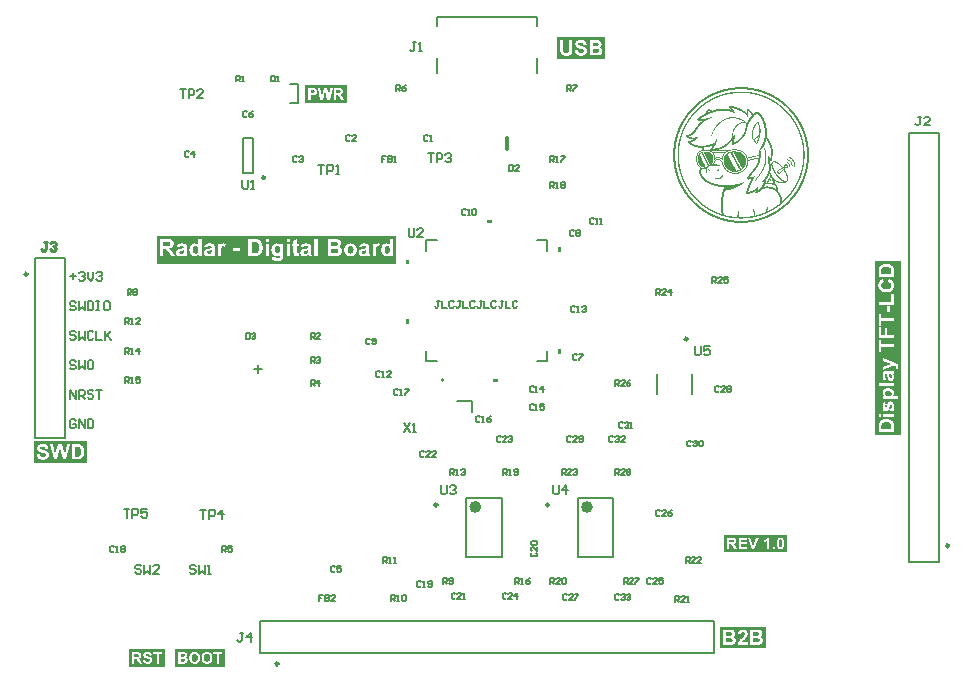
<source format=gto>
G04*
G04 #@! TF.GenerationSoftware,Altium Limited,Altium Designer,26.1.1 (7)*
G04*
G04 Layer_Color=65535*
%FSLAX25Y25*%
%MOIN*%
G70*
G04*
G04 #@! TF.SameCoordinates,80A9187B-927A-44A2-B289-347268ADEE1A*
G04*
G04*
G04 #@! TF.FilePolarity,Positive*
G04*
G01*
G75*
%ADD10C,0.00984*%
%ADD11C,0.01968*%
%ADD12C,0.00600*%
%ADD13C,0.00787*%
%ADD14C,0.01181*%
%ADD15C,0.01000*%
G36*
X159215Y150004D02*
X157715D01*
Y151004D01*
X159215D01*
Y150004D01*
D02*
G37*
G36*
X243411Y195106D02*
X243785D01*
Y195080D01*
X244187D01*
Y195053D01*
X244454D01*
Y195026D01*
X244695D01*
Y195000D01*
X244963D01*
Y194973D01*
X245123D01*
Y194946D01*
X245364D01*
Y194919D01*
X245525D01*
Y194893D01*
X245712D01*
Y194866D01*
X245899D01*
Y194839D01*
X246033D01*
Y194812D01*
X246220D01*
Y194785D01*
X246327D01*
Y194759D01*
X246488D01*
Y194732D01*
X246622D01*
Y194705D01*
X246756D01*
Y194678D01*
X246916D01*
Y194652D01*
X246996D01*
Y194625D01*
X247157D01*
Y194598D01*
X247264D01*
Y194571D01*
X247371D01*
Y194545D01*
X247505D01*
Y194518D01*
X247585D01*
Y194491D01*
X247746D01*
Y194464D01*
X247826D01*
Y194438D01*
X247933D01*
Y194411D01*
X248040D01*
Y194384D01*
X248120D01*
Y194357D01*
X248254D01*
Y194331D01*
X248335D01*
Y194304D01*
X248442D01*
Y194277D01*
X248522D01*
Y194250D01*
X248602D01*
Y194223D01*
X248709D01*
Y194197D01*
X248789D01*
Y194170D01*
X248897D01*
Y194143D01*
X248977D01*
Y194116D01*
X249057D01*
Y194090D01*
X249137D01*
Y194063D01*
X249218D01*
Y194036D01*
X249325D01*
Y194009D01*
X249378D01*
Y193983D01*
X249485D01*
Y193956D01*
X249539D01*
Y193929D01*
X249619D01*
Y193902D01*
X249699D01*
Y193876D01*
X249753D01*
Y193849D01*
X249860D01*
Y193822D01*
X249913D01*
Y193795D01*
X249994D01*
Y193769D01*
X250074D01*
Y193742D01*
X250127D01*
Y193715D01*
X250208D01*
Y193688D01*
X250261D01*
Y193661D01*
X250368D01*
Y193635D01*
X250422D01*
Y193608D01*
X250475D01*
Y193581D01*
X250582D01*
Y193554D01*
X250636D01*
Y193528D01*
X250716D01*
Y193501D01*
X250770D01*
Y193474D01*
X250850D01*
Y193447D01*
X250903D01*
Y193421D01*
X250957D01*
Y193394D01*
X251037D01*
Y193367D01*
X251091D01*
Y193340D01*
X251144D01*
Y193314D01*
X251198D01*
Y193287D01*
X251278D01*
Y193260D01*
X251332D01*
Y193233D01*
X251385D01*
Y193207D01*
X251465D01*
Y193180D01*
X251492D01*
Y193153D01*
X251572D01*
Y193126D01*
X251626D01*
Y193100D01*
X251679D01*
Y193073D01*
X251760D01*
Y193046D01*
X251786D01*
Y193019D01*
X251867D01*
Y192992D01*
X251920D01*
Y192966D01*
X251974D01*
Y192939D01*
X252027D01*
Y192912D01*
X252081D01*
Y192885D01*
X252134D01*
Y192859D01*
X252188D01*
Y192832D01*
X252241D01*
Y192805D01*
X252295D01*
Y192779D01*
X252348D01*
Y192752D01*
X252402D01*
Y192725D01*
X252455D01*
Y192698D01*
X252509D01*
Y192671D01*
X252562D01*
Y192645D01*
X252616D01*
Y192618D01*
X252670D01*
Y192591D01*
X252723D01*
Y192564D01*
X252777D01*
Y192538D01*
X252830D01*
Y192511D01*
X252884D01*
Y192484D01*
X252937D01*
Y192457D01*
X252964D01*
Y192431D01*
X253044D01*
Y192404D01*
X253071D01*
Y192377D01*
X253124D01*
Y192350D01*
X253178D01*
Y192324D01*
X253232D01*
Y192297D01*
X253258D01*
Y192270D01*
X253312D01*
Y192243D01*
X253365D01*
Y192217D01*
X253392D01*
Y192190D01*
X253472D01*
Y192163D01*
X253499D01*
Y192136D01*
X253553D01*
Y192110D01*
X253606D01*
Y192083D01*
X253633D01*
Y192056D01*
X253686D01*
Y192029D01*
X253740D01*
Y192002D01*
X253767D01*
Y191976D01*
X253820D01*
Y191949D01*
X253847D01*
Y191922D01*
X253901D01*
Y191895D01*
X253954D01*
Y191869D01*
X254008D01*
Y191842D01*
X254034D01*
Y191815D01*
X254088D01*
Y191788D01*
X254141D01*
Y191762D01*
X254168D01*
Y191735D01*
X254222D01*
Y191708D01*
X254248D01*
Y191681D01*
X254302D01*
Y191655D01*
X254329D01*
Y191628D01*
X254382D01*
Y191601D01*
X254436D01*
Y191574D01*
X254462D01*
Y191548D01*
X254516D01*
Y191521D01*
X254543D01*
Y191494D01*
X254570D01*
Y191467D01*
X254623D01*
Y191440D01*
X254650D01*
Y191414D01*
X254703D01*
Y191387D01*
X254757D01*
Y191360D01*
X254784D01*
Y191333D01*
X254837D01*
Y191307D01*
X254864D01*
Y191280D01*
X254917D01*
Y191253D01*
X254944D01*
Y191226D01*
X254998D01*
Y191200D01*
X255024D01*
Y191173D01*
X255051D01*
Y191146D01*
X255105D01*
Y191119D01*
X255131D01*
Y191093D01*
X255185D01*
Y191066D01*
X255212D01*
Y191039D01*
X255265D01*
Y191012D01*
X255292D01*
Y190986D01*
X255319D01*
Y190959D01*
X255372D01*
Y190932D01*
X255399D01*
Y190905D01*
X255452D01*
Y190878D01*
X255479D01*
Y190852D01*
X255506D01*
Y190825D01*
X255560D01*
Y190798D01*
X255586D01*
Y190771D01*
X255613D01*
Y190745D01*
X255667D01*
Y190718D01*
X255693D01*
Y190691D01*
X255747D01*
Y190665D01*
X255774D01*
Y190638D01*
X255800D01*
Y190611D01*
X255827D01*
Y190584D01*
X255881D01*
Y190557D01*
X255907D01*
Y190531D01*
X255934D01*
Y190504D01*
X255988D01*
Y190477D01*
X256014D01*
Y190450D01*
X256041D01*
Y190424D01*
X256068D01*
Y190397D01*
X256121D01*
Y190370D01*
X256148D01*
Y190343D01*
X256175D01*
Y190317D01*
X256228D01*
Y190290D01*
X256255D01*
Y190263D01*
X256282D01*
Y190236D01*
X256309D01*
Y190210D01*
X256362D01*
Y190183D01*
X256389D01*
Y190156D01*
X256416D01*
Y190129D01*
X256443D01*
Y190103D01*
X256496D01*
Y190076D01*
X256523D01*
Y190049D01*
X256550D01*
Y190022D01*
X256576D01*
Y189996D01*
X256630D01*
Y189969D01*
X256657D01*
Y189942D01*
X256683D01*
Y189915D01*
X256710D01*
Y189888D01*
X256737D01*
Y189862D01*
X256790D01*
Y189835D01*
X256817D01*
Y189808D01*
X256844D01*
Y189781D01*
X256871D01*
Y189755D01*
X256897D01*
Y189728D01*
X256924D01*
Y189701D01*
X256951D01*
Y189674D01*
X257005D01*
Y189648D01*
X257031D01*
Y189621D01*
X257058D01*
Y189594D01*
X257085D01*
Y189567D01*
X257112D01*
Y189541D01*
X257138D01*
Y189514D01*
X257165D01*
Y189487D01*
X257219D01*
Y189460D01*
X257245D01*
Y189434D01*
X257272D01*
Y189407D01*
X257299D01*
Y189380D01*
X257326D01*
Y189353D01*
X257352D01*
Y189327D01*
X257379D01*
Y189300D01*
X257406D01*
Y189273D01*
X257459D01*
Y189246D01*
X257486D01*
Y189219D01*
X257513D01*
Y189193D01*
X257540D01*
Y189166D01*
X257566D01*
Y189139D01*
X257593D01*
Y189112D01*
X257620D01*
Y189086D01*
X257647D01*
Y189059D01*
X257674D01*
Y189032D01*
X257700D01*
Y189005D01*
X257727D01*
Y188979D01*
X257754D01*
Y188952D01*
X257781D01*
Y188925D01*
X257834D01*
Y188898D01*
X257861D01*
Y188872D01*
X257888D01*
Y188845D01*
X257914D01*
Y188818D01*
X257941D01*
Y188791D01*
X257968D01*
Y188765D01*
X257995D01*
Y188738D01*
X258021D01*
Y188711D01*
X258048D01*
Y188684D01*
X258075D01*
Y188657D01*
X258102D01*
Y188631D01*
X258128D01*
Y188604D01*
X258155D01*
Y188577D01*
X258182D01*
Y188550D01*
X258209D01*
Y188524D01*
X258236D01*
Y188497D01*
X258262D01*
Y188470D01*
X258289D01*
Y188443D01*
X258316D01*
Y188417D01*
X258343D01*
Y188390D01*
X258369D01*
Y188363D01*
X258396D01*
Y188336D01*
X258423D01*
Y188310D01*
X258450D01*
Y188283D01*
X258476D01*
Y188256D01*
X258503D01*
Y188229D01*
X258530D01*
Y188203D01*
X258557D01*
Y188149D01*
X258610D01*
Y188096D01*
X258637D01*
Y188069D01*
X258664D01*
Y188042D01*
X258690D01*
Y188015D01*
X258717D01*
Y187988D01*
X258744D01*
Y187962D01*
X258771D01*
Y187935D01*
X258798D01*
Y187908D01*
X258824D01*
Y187882D01*
X258851D01*
Y187855D01*
X258878D01*
Y187828D01*
X258905D01*
Y187801D01*
X258931D01*
Y187775D01*
X258958D01*
Y187748D01*
X258985D01*
Y187694D01*
X259012D01*
Y187667D01*
X259038D01*
Y187641D01*
X259065D01*
Y187614D01*
X259092D01*
Y187587D01*
X259119D01*
Y187560D01*
X259145D01*
Y187534D01*
X259172D01*
Y187507D01*
X259199D01*
Y187453D01*
X259226D01*
Y187427D01*
X259252D01*
Y187400D01*
X259279D01*
Y187373D01*
X259306D01*
Y187346D01*
X259333D01*
Y187320D01*
X259359D01*
Y187293D01*
X259386D01*
Y187239D01*
X259413D01*
Y187213D01*
X259440D01*
Y187186D01*
X259466D01*
Y187159D01*
X259493D01*
Y187132D01*
X259520D01*
Y187106D01*
X259547D01*
Y187079D01*
X259574D01*
Y187025D01*
X259600D01*
Y186998D01*
X259627D01*
Y186972D01*
X259654D01*
Y186945D01*
X259681D01*
Y186918D01*
X259707D01*
Y186865D01*
X259734D01*
Y186838D01*
X259761D01*
Y186811D01*
X259788D01*
Y186784D01*
X259814D01*
Y186758D01*
X259841D01*
Y186704D01*
X259868D01*
Y186677D01*
X259895D01*
Y186651D01*
X259921D01*
Y186597D01*
X259948D01*
Y186570D01*
X259975D01*
Y186544D01*
X260002D01*
Y186517D01*
X260028D01*
Y186463D01*
X260055D01*
Y186436D01*
X260082D01*
Y186410D01*
X260109D01*
Y186383D01*
X260135D01*
Y186329D01*
X260162D01*
Y186303D01*
X260189D01*
Y186276D01*
X260216D01*
Y186222D01*
X260243D01*
Y186196D01*
X260269D01*
Y186169D01*
X260296D01*
Y186115D01*
X260323D01*
Y186089D01*
X260349D01*
Y186062D01*
X260376D01*
Y186035D01*
X260403D01*
Y185982D01*
X260430D01*
Y185955D01*
X260457D01*
Y185928D01*
X260483D01*
Y185874D01*
X260510D01*
Y185848D01*
X260537D01*
Y185794D01*
X260564D01*
Y185767D01*
X260590D01*
Y185741D01*
X260617D01*
Y185687D01*
X260644D01*
Y185660D01*
X260671D01*
Y185634D01*
X260697D01*
Y185580D01*
X260724D01*
Y185553D01*
X260751D01*
Y185500D01*
X260778D01*
Y185473D01*
X260804D01*
Y185446D01*
X260831D01*
Y185393D01*
X260858D01*
Y185366D01*
X260885D01*
Y185313D01*
X260911D01*
Y185286D01*
X260938D01*
Y185232D01*
X260965D01*
Y185205D01*
X260992D01*
Y185152D01*
X261018D01*
Y185125D01*
X261045D01*
Y185072D01*
X261072D01*
Y185045D01*
X261099D01*
Y185018D01*
X261125D01*
Y184965D01*
X261152D01*
Y184938D01*
X261179D01*
Y184884D01*
X261206D01*
Y184831D01*
X261233D01*
Y184804D01*
X261259D01*
Y184751D01*
X261286D01*
Y184724D01*
X261313D01*
Y184670D01*
X261340D01*
Y184644D01*
X261366D01*
Y184590D01*
X261393D01*
Y184537D01*
X261420D01*
Y184510D01*
X261447D01*
Y184456D01*
X261473D01*
Y184430D01*
X261500D01*
Y184376D01*
X261527D01*
Y184323D01*
X261554D01*
Y184296D01*
X261580D01*
Y184242D01*
X261607D01*
Y184215D01*
X261634D01*
Y184162D01*
X261661D01*
Y184108D01*
X261687D01*
Y184055D01*
X261714D01*
Y184028D01*
X261741D01*
Y183975D01*
X261768D01*
Y183921D01*
X261794D01*
Y183894D01*
X261821D01*
Y183841D01*
X261848D01*
Y183787D01*
X261875D01*
Y183760D01*
X261902D01*
Y183707D01*
X261928D01*
Y183653D01*
X261955D01*
Y183600D01*
X261982D01*
Y183573D01*
X262009D01*
Y183520D01*
X262035D01*
Y183466D01*
X262062D01*
Y183413D01*
X262089D01*
Y183359D01*
X262116D01*
Y183332D01*
X262142D01*
Y183279D01*
X262169D01*
Y183225D01*
X262196D01*
Y183172D01*
X262223D01*
Y183118D01*
X262249D01*
Y183091D01*
X262276D01*
Y183011D01*
X262303D01*
Y182984D01*
X262330D01*
Y182931D01*
X262356D01*
Y182878D01*
X262383D01*
Y182824D01*
X262410D01*
Y182744D01*
X262437D01*
Y182717D01*
X262463D01*
Y182663D01*
X262490D01*
Y182610D01*
X262517D01*
Y182556D01*
X262544D01*
Y182503D01*
X262571D01*
Y182449D01*
X262597D01*
Y182369D01*
X262624D01*
Y182342D01*
X262651D01*
Y182289D01*
X262678D01*
Y182209D01*
X262704D01*
Y182182D01*
X262731D01*
Y182101D01*
X262758D01*
Y182048D01*
X262785D01*
Y181994D01*
X262811D01*
Y181941D01*
X262838D01*
Y181887D01*
X262865D01*
Y181807D01*
X262892D01*
Y181780D01*
X262918D01*
Y181700D01*
X262945D01*
Y181647D01*
X262972D01*
Y181593D01*
X262999D01*
Y181513D01*
X263025D01*
Y181486D01*
X263052D01*
Y181406D01*
X263079D01*
Y181352D01*
X263106D01*
Y181272D01*
X263133D01*
Y181218D01*
X263159D01*
Y181165D01*
X263186D01*
Y181085D01*
X263213D01*
Y181031D01*
X263240D01*
Y180951D01*
X263266D01*
Y180897D01*
X263293D01*
Y180817D01*
X263320D01*
Y180737D01*
X263347D01*
Y180683D01*
X263373D01*
Y180603D01*
X263400D01*
Y180549D01*
X263427D01*
Y180442D01*
X263454D01*
Y180389D01*
X263480D01*
Y180308D01*
X263507D01*
Y180228D01*
X263534D01*
Y180175D01*
X263561D01*
Y180068D01*
X263587D01*
Y180014D01*
X263614D01*
Y179934D01*
X263641D01*
Y179854D01*
X263668D01*
Y179773D01*
X263694D01*
Y179693D01*
X263721D01*
Y179640D01*
X263748D01*
Y179533D01*
X263775D01*
Y179452D01*
X263802D01*
Y179372D01*
X263828D01*
Y179265D01*
X263855D01*
Y179211D01*
X263882D01*
Y179104D01*
X263909D01*
Y179024D01*
X263935D01*
Y178944D01*
X263962D01*
Y178837D01*
X263989D01*
Y178756D01*
X264016D01*
Y178649D01*
X264042D01*
Y178569D01*
X264069D01*
Y178435D01*
X264096D01*
Y178355D01*
X264123D01*
Y178275D01*
X264149D01*
Y178141D01*
X264176D01*
Y178061D01*
X264203D01*
Y177927D01*
X264230D01*
Y177847D01*
X264256D01*
Y177713D01*
X264283D01*
Y177606D01*
X264310D01*
Y177499D01*
X264337D01*
Y177338D01*
X264363D01*
Y177258D01*
X264390D01*
Y177124D01*
X264417D01*
Y176990D01*
X264444D01*
Y176883D01*
X264471D01*
Y176696D01*
X264497D01*
Y176589D01*
X264524D01*
Y176402D01*
X264551D01*
Y176268D01*
X264578D01*
Y176081D01*
X264604D01*
Y175893D01*
X264631D01*
Y175759D01*
X264658D01*
Y175492D01*
X264685D01*
Y175358D01*
X264711D01*
Y175091D01*
X264738D01*
Y174823D01*
X264765D01*
Y174555D01*
X264792D01*
Y174154D01*
X264818D01*
Y173833D01*
X264845D01*
Y172816D01*
X264872D01*
Y172361D01*
X264845D01*
Y171184D01*
X264818D01*
Y170889D01*
X264792D01*
Y170461D01*
X264765D01*
Y170194D01*
X264738D01*
Y169953D01*
X264711D01*
Y169658D01*
X264685D01*
Y169525D01*
X264658D01*
Y169257D01*
X264631D01*
Y169123D01*
X264604D01*
Y168909D01*
X264578D01*
Y168748D01*
X264551D01*
Y168615D01*
X264524D01*
Y168427D01*
X264497D01*
Y168320D01*
X264471D01*
Y168133D01*
X264444D01*
Y168026D01*
X264417D01*
Y167892D01*
X264390D01*
Y167758D01*
X264363D01*
Y167678D01*
X264337D01*
Y167517D01*
X264310D01*
Y167437D01*
X264283D01*
Y167303D01*
X264256D01*
Y167196D01*
X264230D01*
Y167089D01*
X264203D01*
Y166956D01*
X264176D01*
Y166875D01*
X264149D01*
Y166768D01*
X264123D01*
Y166688D01*
X264096D01*
Y166581D01*
X264069D01*
Y166474D01*
X264042D01*
Y166394D01*
X264016D01*
Y166260D01*
X263989D01*
Y166206D01*
X263962D01*
Y166099D01*
X263935D01*
Y165992D01*
X263909D01*
Y165939D01*
X263882D01*
Y165805D01*
X263855D01*
Y165751D01*
X263828D01*
Y165644D01*
X263802D01*
Y165591D01*
X263775D01*
Y165511D01*
X263748D01*
Y165403D01*
X263721D01*
Y165350D01*
X263694D01*
Y165243D01*
X263668D01*
Y165190D01*
X263641D01*
Y165082D01*
X263614D01*
Y165002D01*
X263587D01*
Y164949D01*
X263561D01*
Y164868D01*
X263534D01*
Y164815D01*
X263507D01*
Y164708D01*
X263480D01*
Y164654D01*
X263454D01*
Y164574D01*
X263427D01*
Y164494D01*
X263400D01*
Y164440D01*
X263373D01*
Y164360D01*
X263347D01*
Y164306D01*
X263320D01*
Y164226D01*
X263293D01*
Y164173D01*
X263266D01*
Y164119D01*
X263240D01*
Y164012D01*
X263213D01*
Y163985D01*
X263186D01*
Y163905D01*
X263159D01*
Y163825D01*
X263133D01*
Y163771D01*
X263106D01*
Y163691D01*
X263079D01*
Y163664D01*
X263052D01*
Y163584D01*
X263025D01*
Y163557D01*
Y163530D01*
X262999D01*
Y163450D01*
X262972D01*
Y163397D01*
X262945D01*
Y163343D01*
X262918D01*
Y163289D01*
X262892D01*
Y163236D01*
X262865D01*
Y163156D01*
X262838D01*
Y163102D01*
X262811D01*
Y163049D01*
X262785D01*
Y162995D01*
X262758D01*
Y162942D01*
X262731D01*
Y162888D01*
X262704D01*
Y162835D01*
X262678D01*
Y162781D01*
X262651D01*
Y162701D01*
X262624D01*
Y162674D01*
X262597D01*
Y162594D01*
X262571D01*
Y162567D01*
X262544D01*
Y162487D01*
X262517D01*
Y162433D01*
X262490D01*
Y162380D01*
X262463D01*
Y162326D01*
X262437D01*
Y162299D01*
X262410D01*
Y162219D01*
X262383D01*
Y162166D01*
X262356D01*
Y162112D01*
X262330D01*
Y162059D01*
X262303D01*
Y162032D01*
X262276D01*
Y161951D01*
X262249D01*
Y161925D01*
X262223D01*
Y161871D01*
X262196D01*
Y161818D01*
X262169D01*
Y161764D01*
X262142D01*
Y161711D01*
X262116D01*
Y161684D01*
X262089D01*
Y161630D01*
X262062D01*
Y161577D01*
X262035D01*
Y161523D01*
X262009D01*
Y161470D01*
X261982D01*
Y161443D01*
X261955D01*
Y161390D01*
X261928D01*
Y161363D01*
X261902D01*
Y161309D01*
X261875D01*
Y161256D01*
X261848D01*
Y161202D01*
X261821D01*
Y161149D01*
X261794D01*
Y161122D01*
X261768D01*
Y161068D01*
X261741D01*
Y161042D01*
X261714D01*
Y160988D01*
X261687D01*
Y160935D01*
X261661D01*
Y160908D01*
X261634D01*
Y160854D01*
X261607D01*
Y160801D01*
X261580D01*
Y160747D01*
X261554D01*
Y160721D01*
X261527D01*
Y160667D01*
X261500D01*
Y160614D01*
X261473D01*
Y160587D01*
X261447D01*
Y160533D01*
X261420D01*
Y160506D01*
X261393D01*
Y160453D01*
X261366D01*
Y160426D01*
X261340D01*
Y160373D01*
X261313D01*
Y160319D01*
X261286D01*
Y160292D01*
X261259D01*
Y160239D01*
X261233D01*
Y160212D01*
X261206D01*
Y160159D01*
X261179D01*
Y160132D01*
X261152D01*
Y160078D01*
X261125D01*
Y160052D01*
X261099D01*
Y159998D01*
X261072D01*
Y159971D01*
X261045D01*
Y159918D01*
X261018D01*
Y159891D01*
X260992D01*
Y159838D01*
X260965D01*
Y159811D01*
X260938D01*
Y159757D01*
X260911D01*
Y159731D01*
X260885D01*
Y159704D01*
X260858D01*
Y159650D01*
X260831D01*
Y159624D01*
X260804D01*
Y159570D01*
X260778D01*
Y159543D01*
X260751D01*
Y159490D01*
X260724D01*
Y159463D01*
X260697D01*
Y159436D01*
X260671D01*
Y159383D01*
X260644D01*
Y159356D01*
X260617D01*
Y159302D01*
X260590D01*
Y159276D01*
X260564D01*
Y159249D01*
X260537D01*
Y159195D01*
X260510D01*
Y159169D01*
X260483D01*
Y159142D01*
X260457D01*
Y159088D01*
X260430D01*
Y159062D01*
X260403D01*
Y159035D01*
X260376D01*
Y158981D01*
X260349D01*
Y158955D01*
X260323D01*
Y158928D01*
X260296D01*
Y158874D01*
X260269D01*
Y158847D01*
X260243D01*
Y158821D01*
X260216D01*
Y158767D01*
X260189D01*
Y158740D01*
X260162D01*
Y158714D01*
X260135D01*
Y158687D01*
X260109D01*
Y158633D01*
X260082D01*
Y158607D01*
X260055D01*
Y158580D01*
X260028D01*
Y158526D01*
X260002D01*
Y158500D01*
X259975D01*
Y158473D01*
X259948D01*
Y158446D01*
X259921D01*
Y158393D01*
X259895D01*
Y158366D01*
X259868D01*
Y158339D01*
X259841D01*
Y158312D01*
X259814D01*
Y158285D01*
X259788D01*
Y158232D01*
X259761D01*
Y158205D01*
X259734D01*
Y158178D01*
X259707D01*
Y158152D01*
X259681D01*
Y158098D01*
X259654D01*
Y158071D01*
X259627D01*
Y158045D01*
X259600D01*
Y158018D01*
X259574D01*
Y157964D01*
X259520D01*
Y157911D01*
X259493D01*
Y157884D01*
X259466D01*
Y157857D01*
X259440D01*
Y157831D01*
X259413D01*
Y157804D01*
X259386D01*
Y157750D01*
X259359D01*
Y157724D01*
X259333D01*
Y157697D01*
X259306D01*
Y157670D01*
X259279D01*
Y157643D01*
X259252D01*
Y157616D01*
X259226D01*
Y157590D01*
X259199D01*
Y157536D01*
X259172D01*
Y157510D01*
X259145D01*
Y157483D01*
X259119D01*
Y157456D01*
X259092D01*
Y157429D01*
X259065D01*
Y157402D01*
X259038D01*
Y157376D01*
X259012D01*
Y157349D01*
X258985D01*
Y157322D01*
X258958D01*
Y157269D01*
X258931D01*
Y157242D01*
X258905D01*
Y157215D01*
X258878D01*
Y157188D01*
X258851D01*
Y157162D01*
X258824D01*
Y157135D01*
X258798D01*
Y157108D01*
X258771D01*
Y157081D01*
X258744D01*
Y157055D01*
X258717D01*
Y157028D01*
X258690D01*
Y157001D01*
X258664D01*
Y156974D01*
X258637D01*
Y156948D01*
X258610D01*
Y156894D01*
X258583D01*
Y156867D01*
X258557D01*
Y156841D01*
X258530D01*
Y156814D01*
X258503D01*
Y156787D01*
X258476D01*
Y156760D01*
X258450D01*
Y156734D01*
X258423D01*
Y156707D01*
X258396D01*
Y156680D01*
X258369D01*
Y156653D01*
X258343D01*
Y156626D01*
X258316D01*
Y156600D01*
X258289D01*
Y156573D01*
X258262D01*
Y156546D01*
X258236D01*
Y156519D01*
X258209D01*
Y156493D01*
X258182D01*
Y156466D01*
X258155D01*
Y156439D01*
X258128D01*
Y156412D01*
X258102D01*
Y156386D01*
X258075D01*
Y156359D01*
X258048D01*
Y156332D01*
X257995D01*
Y156305D01*
X257968D01*
Y156279D01*
X257941D01*
Y156252D01*
X257914D01*
Y156225D01*
X257888D01*
Y156198D01*
X257861D01*
Y156172D01*
X257834D01*
Y156145D01*
X257807D01*
Y156118D01*
X257781D01*
Y156091D01*
X257754D01*
Y156064D01*
X257727D01*
Y156038D01*
X257700D01*
Y156011D01*
X257674D01*
Y155984D01*
X257647D01*
Y155957D01*
X257620D01*
Y155931D01*
X257593D01*
Y155904D01*
X257566D01*
Y155877D01*
X257540D01*
Y155850D01*
X257513D01*
Y155824D01*
X257459D01*
Y155797D01*
X257433D01*
Y155770D01*
X257406D01*
Y155743D01*
X257379D01*
Y155717D01*
X257352D01*
Y155690D01*
X257326D01*
Y155663D01*
X257299D01*
Y155636D01*
X257272D01*
Y155610D01*
X257245D01*
Y155583D01*
X257192D01*
Y155556D01*
X257165D01*
Y155529D01*
X257138D01*
Y155502D01*
X257112D01*
Y155476D01*
X257085D01*
Y155449D01*
X257058D01*
Y155422D01*
X257031D01*
Y155395D01*
X256978D01*
Y155369D01*
X256951D01*
Y155342D01*
X256924D01*
Y155315D01*
X256897D01*
Y155288D01*
X256871D01*
Y155262D01*
X256817D01*
Y155235D01*
X256790D01*
Y155208D01*
X256764D01*
Y155181D01*
X256737D01*
Y155155D01*
X256710D01*
Y155128D01*
X256683D01*
Y155101D01*
X256630D01*
Y155074D01*
X256603D01*
Y155048D01*
X256576D01*
Y155021D01*
X256550D01*
Y154994D01*
X256496D01*
Y154967D01*
X256469D01*
Y154941D01*
X256443D01*
Y154914D01*
X256416D01*
Y154887D01*
X256389D01*
Y154860D01*
X256336D01*
Y154833D01*
X256309D01*
Y154807D01*
X256282D01*
Y154780D01*
X256255D01*
Y154753D01*
X256202D01*
Y154727D01*
X256175D01*
Y154700D01*
X256148D01*
Y154673D01*
X256121D01*
Y154646D01*
X256068D01*
Y154620D01*
X256041D01*
Y154593D01*
X256014D01*
Y154566D01*
X255961D01*
Y154539D01*
X255934D01*
Y154512D01*
X255907D01*
Y154486D01*
X255854D01*
Y154459D01*
X255827D01*
Y154432D01*
X255800D01*
Y154405D01*
X255774D01*
Y154379D01*
X255720D01*
Y154352D01*
X255693D01*
Y154325D01*
X255667D01*
Y154298D01*
X255613D01*
Y154272D01*
X255586D01*
Y154245D01*
X255560D01*
Y154218D01*
X255506D01*
Y154191D01*
X255479D01*
Y154165D01*
X255426D01*
Y154138D01*
X255399D01*
Y154111D01*
X255372D01*
Y154084D01*
X255319D01*
Y154058D01*
X255292D01*
Y154031D01*
X255239D01*
Y154004D01*
X255212D01*
Y153977D01*
X255158D01*
Y153951D01*
X255131D01*
Y153924D01*
X255105D01*
Y153897D01*
X255051D01*
Y153870D01*
X255024D01*
Y153843D01*
X254971D01*
Y153817D01*
X254944D01*
Y153790D01*
X254891D01*
Y153763D01*
X254864D01*
Y153736D01*
X254837D01*
Y153710D01*
X254784D01*
Y153683D01*
X254757D01*
Y153656D01*
X254703D01*
Y153629D01*
X254677D01*
Y153603D01*
X254623D01*
Y153576D01*
X254570D01*
Y153549D01*
X254543D01*
Y153522D01*
X254489D01*
Y153496D01*
X254462D01*
Y153469D01*
X254409D01*
Y153442D01*
X254382D01*
Y153415D01*
X254329D01*
Y153389D01*
X254275D01*
Y153362D01*
X254248D01*
Y153335D01*
X254195D01*
Y153308D01*
X254168D01*
Y153281D01*
X254115D01*
Y153255D01*
X254061D01*
Y153228D01*
X254034D01*
Y153201D01*
X253981D01*
Y153174D01*
X253954D01*
Y153148D01*
X253901D01*
Y153121D01*
X253847D01*
Y153094D01*
X253793D01*
Y153067D01*
X253767D01*
Y153041D01*
X253713D01*
Y153014D01*
X253660D01*
Y152987D01*
X253633D01*
Y152960D01*
X253579D01*
Y152934D01*
X253526D01*
Y152907D01*
X253472D01*
Y152880D01*
X253419D01*
Y152853D01*
X253392D01*
Y152827D01*
X253339D01*
Y152800D01*
X253285D01*
Y152773D01*
X253258D01*
Y152746D01*
X253205D01*
Y152719D01*
X253151D01*
Y152693D01*
X253098D01*
Y152666D01*
X253044D01*
Y152639D01*
X252991D01*
Y152612D01*
X252964D01*
Y152586D01*
X252910D01*
Y152559D01*
X252857D01*
Y152532D01*
X252803D01*
Y152506D01*
X252750D01*
Y152479D01*
X252696D01*
Y152452D01*
X252643D01*
Y152425D01*
X252589D01*
Y152398D01*
X252562D01*
Y152372D01*
X252482D01*
Y152345D01*
X252455D01*
Y152318D01*
X252375D01*
Y152291D01*
X252322D01*
Y152265D01*
X252268D01*
Y152238D01*
X252215D01*
Y152211D01*
X252188D01*
Y152184D01*
X252108D01*
Y152158D01*
X252054D01*
Y152131D01*
X252001D01*
Y152104D01*
X251947D01*
Y152077D01*
X251893D01*
Y152050D01*
X251813D01*
Y152024D01*
X251786D01*
Y151997D01*
X251706D01*
Y151970D01*
X251653D01*
Y151944D01*
X251599D01*
Y151917D01*
X251546D01*
Y151890D01*
X251492D01*
Y151863D01*
X251412D01*
Y151837D01*
X251358D01*
Y151810D01*
X251305D01*
Y151783D01*
X251224D01*
Y151756D01*
X251198D01*
Y151729D01*
X251117D01*
Y151703D01*
X251064D01*
Y151676D01*
X250984D01*
Y151649D01*
X250930D01*
Y151622D01*
X250877D01*
Y151596D01*
X250796D01*
Y151569D01*
X250743D01*
Y151542D01*
X250663D01*
Y151515D01*
X250609D01*
Y151489D01*
X250529D01*
Y151462D01*
X250448D01*
Y151435D01*
X250395D01*
Y151408D01*
X250315D01*
Y151382D01*
X250261D01*
Y151355D01*
X250154D01*
Y151328D01*
X250101D01*
Y151301D01*
X250020D01*
Y151275D01*
X249940D01*
Y151248D01*
X249887D01*
Y151221D01*
X249780D01*
Y151194D01*
X249726D01*
Y151168D01*
X249646D01*
Y151141D01*
X249565D01*
Y151114D01*
X249512D01*
Y151087D01*
X249405D01*
Y151060D01*
X249351D01*
Y151034D01*
X249244D01*
Y151007D01*
X249164D01*
Y150980D01*
X249084D01*
Y150953D01*
X249004D01*
Y150927D01*
X248923D01*
Y150900D01*
X248816D01*
Y150873D01*
X248736D01*
Y150846D01*
X248656D01*
Y150820D01*
X248549D01*
Y150793D01*
X248468D01*
Y150766D01*
X248361D01*
Y150739D01*
X248281D01*
Y150713D01*
X248174D01*
Y150686D01*
X248067D01*
Y150659D01*
X247987D01*
Y150632D01*
X247853D01*
Y150605D01*
X247773D01*
Y150579D01*
X247639D01*
Y150552D01*
X247558D01*
Y150525D01*
X247425D01*
Y150498D01*
X247318D01*
Y150472D01*
X247211D01*
Y150445D01*
X247050D01*
Y150418D01*
X246970D01*
Y150391D01*
X246809D01*
Y150365D01*
X246675D01*
Y150338D01*
X246568D01*
Y150311D01*
X246408D01*
Y150284D01*
X246274D01*
Y150258D01*
X246087D01*
Y150231D01*
X245953D01*
Y150204D01*
X245792D01*
Y150177D01*
X245578D01*
Y150151D01*
X245444D01*
Y150124D01*
X245177D01*
Y150097D01*
X245016D01*
Y150070D01*
X244749D01*
Y150044D01*
X244508D01*
Y150017D01*
X244240D01*
Y149990D01*
X243866D01*
Y149963D01*
X243571D01*
Y149937D01*
X240949D01*
Y149963D01*
X240654D01*
Y149990D01*
X240253D01*
Y150017D01*
X239986D01*
Y150044D01*
X239745D01*
Y150070D01*
X239477D01*
Y150097D01*
X239317D01*
Y150124D01*
X239049D01*
Y150151D01*
X238915D01*
Y150177D01*
X238728D01*
Y150204D01*
X238541D01*
Y150231D01*
X238434D01*
Y150258D01*
X238219D01*
Y150284D01*
X238139D01*
Y150311D01*
X237952D01*
Y150338D01*
X237845D01*
Y150365D01*
X237711D01*
Y150391D01*
X237550D01*
Y150418D01*
X237470D01*
Y150445D01*
X237283D01*
Y150472D01*
X237203D01*
Y150498D01*
X237069D01*
Y150525D01*
X236962D01*
Y150552D01*
X236855D01*
Y150579D01*
X236721D01*
Y150605D01*
X236641D01*
Y150632D01*
X236507D01*
Y150659D01*
X236426D01*
Y150686D01*
X236319D01*
Y150713D01*
X236212D01*
Y150739D01*
X236132D01*
Y150766D01*
X235998D01*
Y150793D01*
X235945D01*
Y150820D01*
X235838D01*
Y150846D01*
X235731D01*
Y150873D01*
X235677D01*
Y150900D01*
X235543D01*
Y150927D01*
X235490D01*
Y150953D01*
X235383D01*
Y150980D01*
X235303D01*
Y151007D01*
X235249D01*
Y151034D01*
X235142D01*
Y151060D01*
X235089D01*
Y151087D01*
X234981D01*
Y151114D01*
X234928D01*
Y151141D01*
X234821D01*
Y151168D01*
X234741D01*
Y151194D01*
X234687D01*
Y151221D01*
X234580D01*
Y151248D01*
X234527D01*
Y151275D01*
X234446D01*
Y151301D01*
X234393D01*
Y151328D01*
X234313D01*
Y151355D01*
X234232D01*
Y151382D01*
X234179D01*
Y151408D01*
X234099D01*
Y151435D01*
X234045D01*
Y151462D01*
X233965D01*
Y151489D01*
X233884D01*
Y151515D01*
X233831D01*
Y151542D01*
X233751D01*
Y151569D01*
X233697D01*
Y151596D01*
X233617D01*
Y151622D01*
X233563D01*
Y151649D01*
X233510D01*
Y151676D01*
X233430D01*
Y151703D01*
X233403D01*
Y151729D01*
X233296D01*
Y151756D01*
X233269D01*
Y151783D01*
X233189D01*
Y151810D01*
X233135D01*
Y151837D01*
X233082D01*
Y151863D01*
X233001D01*
Y151890D01*
X232948D01*
Y151917D01*
X232894D01*
Y151944D01*
X232841D01*
Y151970D01*
X232787D01*
Y151997D01*
X232707D01*
Y152024D01*
X232680D01*
Y152050D01*
X232600D01*
Y152077D01*
X232546D01*
Y152104D01*
X232493D01*
Y152131D01*
X232439D01*
Y152158D01*
X232386D01*
Y152184D01*
X232306D01*
Y152211D01*
X232279D01*
Y152238D01*
X232199D01*
Y152265D01*
X232172D01*
Y152291D01*
X232118D01*
Y152318D01*
X232038D01*
Y152345D01*
X232011D01*
Y152372D01*
X231931D01*
Y152398D01*
X231904D01*
Y152425D01*
X231851D01*
Y152452D01*
X231797D01*
Y152479D01*
X231744D01*
Y152506D01*
X231690D01*
Y152532D01*
X231663D01*
Y152559D01*
X231583D01*
Y152586D01*
X231530D01*
Y152612D01*
X231503D01*
Y152639D01*
X231449D01*
Y152666D01*
X231396D01*
Y152693D01*
X231342D01*
Y152719D01*
X231315D01*
Y152746D01*
X231262D01*
Y152773D01*
X231208D01*
Y152800D01*
X231155D01*
Y152827D01*
X231101D01*
Y152853D01*
X231075D01*
Y152880D01*
X231021D01*
Y152907D01*
X230968D01*
Y152934D01*
X230941D01*
Y152960D01*
X230887D01*
Y152987D01*
X230834D01*
Y153014D01*
X230780D01*
Y153041D01*
X230753D01*
Y153067D01*
X230700D01*
Y153094D01*
X230646D01*
Y153121D01*
X230620D01*
Y153148D01*
X230566D01*
Y153174D01*
X230513D01*
Y153201D01*
X230459D01*
Y153228D01*
X230432D01*
Y153255D01*
X230379D01*
Y153281D01*
X230325D01*
Y153308D01*
X230299D01*
Y153335D01*
X230245D01*
Y153362D01*
X230218D01*
Y153389D01*
X230165D01*
Y153415D01*
X230138D01*
Y153442D01*
X230084D01*
Y153469D01*
X230031D01*
Y153496D01*
X230004D01*
Y153522D01*
X229951D01*
Y153549D01*
X229924D01*
Y153576D01*
X229871D01*
Y153603D01*
X229844D01*
Y153629D01*
X229817D01*
Y153656D01*
X229763D01*
Y153683D01*
X229710D01*
Y153710D01*
X229683D01*
Y153736D01*
X229630D01*
Y153763D01*
X229603D01*
Y153790D01*
X229549D01*
Y153817D01*
X229523D01*
Y153843D01*
X229469D01*
Y153870D01*
X229442D01*
Y153897D01*
X229416D01*
Y153924D01*
X229362D01*
Y153951D01*
X229335D01*
Y153977D01*
X229282D01*
Y154004D01*
X229255D01*
Y154031D01*
X229202D01*
Y154058D01*
X229175D01*
Y154084D01*
X229148D01*
Y154111D01*
X229094D01*
Y154138D01*
X229068D01*
Y154165D01*
X229014D01*
Y154191D01*
X228987D01*
Y154218D01*
X228961D01*
Y154245D01*
X228907D01*
Y154272D01*
X228880D01*
Y154298D01*
X228827D01*
Y154325D01*
X228800D01*
Y154352D01*
X228773D01*
Y154379D01*
X228720D01*
Y154405D01*
X228693D01*
Y154432D01*
X228666D01*
Y154459D01*
X228640D01*
Y154486D01*
X228586D01*
Y154512D01*
X228559D01*
Y154539D01*
X228533D01*
Y154566D01*
X228479D01*
Y154593D01*
X228452D01*
Y154620D01*
X228426D01*
Y154646D01*
X228372D01*
Y154673D01*
X228345D01*
Y154700D01*
X228318D01*
Y154727D01*
X228292D01*
Y154753D01*
X228238D01*
Y154780D01*
X228211D01*
Y154807D01*
X228185D01*
Y154833D01*
X228131D01*
Y154860D01*
X228104D01*
Y154887D01*
X228078D01*
Y154914D01*
X228051D01*
Y154941D01*
X227997D01*
Y154967D01*
X227971D01*
Y154994D01*
X227944D01*
Y155021D01*
X227917D01*
Y155048D01*
X227890D01*
Y155074D01*
X227837D01*
Y155101D01*
X227810D01*
Y155128D01*
X227783D01*
Y155155D01*
X227757D01*
Y155181D01*
X227730D01*
Y155208D01*
X227676D01*
Y155235D01*
X227649D01*
Y155262D01*
X227623D01*
Y155288D01*
X227596D01*
Y155315D01*
X227569D01*
Y155342D01*
X227542D01*
Y155369D01*
X227489D01*
Y155395D01*
X227462D01*
Y155422D01*
X227435D01*
Y155449D01*
X227409D01*
Y155476D01*
X227382D01*
Y155502D01*
X227355D01*
Y155529D01*
X227302D01*
Y155556D01*
X227275D01*
Y155583D01*
X227248D01*
Y155610D01*
X227221D01*
Y155636D01*
X227194D01*
Y155663D01*
X227168D01*
Y155690D01*
X227141D01*
Y155717D01*
X227114D01*
Y155743D01*
X227087D01*
Y155770D01*
X227034D01*
Y155797D01*
X227007D01*
Y155824D01*
X226980D01*
Y155850D01*
X226954D01*
Y155877D01*
X226927D01*
Y155904D01*
X226900D01*
Y155931D01*
X226873D01*
Y155957D01*
X226847D01*
Y155984D01*
X226820D01*
Y156011D01*
X226793D01*
Y156038D01*
X226766D01*
Y156064D01*
X226740D01*
Y156091D01*
X226713D01*
Y156118D01*
X226686D01*
Y156145D01*
X226659D01*
Y156172D01*
X226606D01*
Y156198D01*
X226579D01*
Y156225D01*
X226552D01*
Y156252D01*
X226525D01*
Y156279D01*
X226499D01*
Y156305D01*
X226472D01*
Y156332D01*
X226445D01*
Y156359D01*
X226418D01*
Y156386D01*
X226392D01*
Y156412D01*
X226365D01*
Y156439D01*
X226338D01*
Y156466D01*
X226311D01*
Y156493D01*
X226285D01*
Y156519D01*
X226258D01*
Y156546D01*
X226231D01*
Y156573D01*
X226204D01*
Y156600D01*
X226178D01*
Y156626D01*
X226151D01*
Y156653D01*
X226124D01*
Y156680D01*
X226097D01*
Y156707D01*
X226071D01*
Y156734D01*
X226044D01*
Y156760D01*
X226017D01*
Y156787D01*
X225990D01*
Y156814D01*
X225964D01*
Y156841D01*
X225937D01*
Y156867D01*
X225910D01*
Y156894D01*
X225883D01*
Y156921D01*
X225857D01*
Y156948D01*
X225830D01*
Y156974D01*
X225803D01*
Y157001D01*
X225776D01*
Y157028D01*
X225749D01*
Y157055D01*
X225723D01*
Y157081D01*
X225696D01*
Y157108D01*
X225669D01*
Y157162D01*
X225642D01*
Y157188D01*
X225616D01*
Y157215D01*
X225589D01*
Y157242D01*
X225562D01*
Y157269D01*
X225535D01*
Y157295D01*
X225509D01*
Y157322D01*
X225482D01*
Y157349D01*
X225455D01*
Y157376D01*
X225428D01*
Y157402D01*
X225402D01*
Y157429D01*
X225375D01*
Y157483D01*
X225348D01*
Y157510D01*
X225321D01*
Y157536D01*
X225295D01*
Y157563D01*
X225268D01*
Y157590D01*
X225241D01*
Y157616D01*
X225214D01*
Y157643D01*
X225188D01*
Y157670D01*
X225161D01*
Y157724D01*
X225134D01*
Y157750D01*
X225107D01*
Y157777D01*
X225080D01*
Y157804D01*
X225054D01*
Y157831D01*
X225027D01*
Y157857D01*
X225000D01*
Y157911D01*
X224974D01*
Y157938D01*
X224947D01*
Y157964D01*
X224920D01*
Y157991D01*
X224893D01*
Y158018D01*
X224866D01*
Y158045D01*
X224840D01*
Y158098D01*
X224813D01*
Y158125D01*
X224786D01*
Y158152D01*
X224759D01*
Y158178D01*
X224733D01*
Y158232D01*
X224706D01*
Y158259D01*
X224679D01*
Y158285D01*
X224652D01*
Y158312D01*
X224626D01*
Y158339D01*
X224599D01*
Y158393D01*
X224572D01*
Y158419D01*
X224545D01*
Y158446D01*
X224519D01*
Y158500D01*
X224492D01*
Y158526D01*
X224465D01*
Y158553D01*
X224438D01*
Y158580D01*
X224412D01*
Y158633D01*
X224385D01*
Y158660D01*
X224358D01*
Y158687D01*
X224331D01*
Y158740D01*
X224305D01*
Y158767D01*
X224278D01*
Y158794D01*
X224251D01*
Y158821D01*
X224224D01*
Y158874D01*
X224198D01*
Y158901D01*
X224171D01*
Y158928D01*
X224144D01*
Y158981D01*
X224117D01*
Y159008D01*
X224090D01*
Y159035D01*
X224064D01*
Y159088D01*
X224037D01*
Y159115D01*
X224010D01*
Y159142D01*
X223983D01*
Y159195D01*
X223957D01*
Y159222D01*
X223930D01*
Y159249D01*
X223903D01*
Y159302D01*
X223876D01*
Y159329D01*
X223850D01*
Y159356D01*
X223823D01*
Y159409D01*
X223796D01*
Y159436D01*
X223769D01*
Y159490D01*
X223743D01*
Y159516D01*
X223716D01*
Y159570D01*
X223689D01*
Y159597D01*
X223662D01*
Y159624D01*
X223636D01*
Y159677D01*
X223609D01*
Y159704D01*
X223582D01*
Y159757D01*
X223555D01*
Y159811D01*
X223529D01*
Y159838D01*
X223502D01*
Y159864D01*
X223475D01*
Y159918D01*
X223448D01*
Y159945D01*
X223421D01*
Y159998D01*
X223395D01*
Y160025D01*
X223368D01*
Y160078D01*
X223341D01*
Y160105D01*
X223314D01*
Y160159D01*
X223288D01*
Y160185D01*
X223261D01*
Y160239D01*
X223234D01*
Y160266D01*
X223207D01*
Y160292D01*
X223181D01*
Y160346D01*
X223154D01*
Y160399D01*
X223127D01*
Y160426D01*
X223100D01*
Y160480D01*
X223074D01*
Y160506D01*
X223047D01*
Y160560D01*
X223020D01*
Y160614D01*
X222993D01*
Y160667D01*
X222967D01*
Y160694D01*
X222940D01*
Y160721D01*
X222913D01*
Y160801D01*
X222886D01*
Y160828D01*
X222860D01*
Y160881D01*
X222833D01*
Y160908D01*
X222806D01*
Y160961D01*
X222779D01*
Y161015D01*
X222752D01*
Y161042D01*
X222726D01*
Y161095D01*
X222699D01*
Y161122D01*
X222672D01*
Y161176D01*
X222645D01*
Y161229D01*
X222619D01*
Y161283D01*
X222592D01*
Y161336D01*
X222565D01*
Y161363D01*
X222538D01*
Y161416D01*
X222512D01*
Y161470D01*
X222485D01*
Y161497D01*
X222458D01*
Y161550D01*
X222431D01*
Y161604D01*
X222405D01*
Y161657D01*
X222378D01*
Y161684D01*
X222351D01*
Y161764D01*
X222324D01*
Y161791D01*
X222298D01*
Y161845D01*
X222271D01*
Y161898D01*
X222244D01*
Y161951D01*
X222217D01*
Y162005D01*
X222190D01*
Y162032D01*
X222164D01*
Y162085D01*
X222137D01*
Y162139D01*
X222110D01*
Y162192D01*
X222083D01*
Y162273D01*
X222057D01*
Y162299D01*
X222030D01*
Y162353D01*
X222003D01*
Y162407D01*
X221976D01*
Y162460D01*
X221950D01*
Y162513D01*
X221923D01*
Y162567D01*
X221896D01*
Y162647D01*
X221869D01*
Y162674D01*
X221843D01*
Y162728D01*
X221816D01*
Y162808D01*
X221789D01*
Y162835D01*
X221762D01*
Y162915D01*
X221736D01*
Y162968D01*
X221709D01*
Y163022D01*
X221682D01*
Y163075D01*
X221655D01*
Y163129D01*
X221628D01*
Y163209D01*
X221602D01*
Y163236D01*
X221575D01*
Y163316D01*
X221548D01*
Y163370D01*
X221521D01*
Y163423D01*
X221495D01*
Y163504D01*
X221468D01*
Y163557D01*
X221441D01*
Y163637D01*
X221414D01*
Y163664D01*
X221388D01*
Y163744D01*
X221361D01*
Y163825D01*
X221334D01*
Y163878D01*
X221307D01*
Y163959D01*
X221281D01*
Y164012D01*
X221254D01*
Y164092D01*
X221227D01*
Y164146D01*
X221200D01*
Y164226D01*
X221174D01*
Y164280D01*
X221147D01*
Y164333D01*
X221120D01*
Y164440D01*
X221093D01*
Y164467D01*
X221067D01*
Y164574D01*
X221040D01*
Y164628D01*
X221013D01*
Y164708D01*
X220986D01*
Y164788D01*
X220960D01*
Y164842D01*
X220933D01*
Y164949D01*
X220906D01*
Y165002D01*
X220879D01*
Y165082D01*
X220852D01*
Y165163D01*
X220826D01*
Y165216D01*
X220799D01*
Y165323D01*
X220772D01*
Y165403D01*
X220745D01*
Y165484D01*
X220719D01*
Y165564D01*
X220692D01*
Y165644D01*
X220665D01*
Y165751D01*
X220638D01*
Y165805D01*
X220612D01*
Y165912D01*
X220585D01*
Y165992D01*
X220558D01*
Y166072D01*
X220531D01*
Y166180D01*
X220505D01*
Y166260D01*
X220478D01*
Y166367D01*
X220451D01*
Y166447D01*
X220424D01*
Y166554D01*
X220398D01*
Y166661D01*
X220371D01*
Y166742D01*
X220344D01*
Y166849D01*
X220317D01*
Y166929D01*
X220291D01*
Y167089D01*
X220264D01*
Y167170D01*
X220237D01*
Y167277D01*
X220210D01*
Y167411D01*
X220183D01*
Y167491D01*
X220157D01*
Y167651D01*
X220130D01*
Y167732D01*
X220103D01*
Y167865D01*
X220076D01*
Y167999D01*
X220050D01*
Y168106D01*
X220023D01*
Y168294D01*
X219996D01*
Y168401D01*
X219970D01*
Y168588D01*
X219943D01*
Y168695D01*
X219916D01*
Y168882D01*
X219889D01*
Y169070D01*
X219862D01*
Y169203D01*
X219836D01*
Y169471D01*
X219809D01*
Y169605D01*
X219782D01*
Y169872D01*
X219755D01*
Y170113D01*
X219729D01*
Y170354D01*
X219702D01*
Y170729D01*
X219675D01*
Y170996D01*
X219648D01*
Y171879D01*
X219622D01*
Y173190D01*
X219648D01*
Y174047D01*
X219675D01*
Y174341D01*
X219702D01*
Y174716D01*
X219729D01*
Y174957D01*
X219755D01*
Y175171D01*
X219782D01*
Y175438D01*
X219809D01*
Y175599D01*
X219836D01*
Y175840D01*
X219862D01*
Y175973D01*
X219889D01*
Y176161D01*
X219916D01*
Y176321D01*
X219943D01*
Y176455D01*
X219970D01*
Y176643D01*
X219996D01*
Y176750D01*
X220023D01*
Y176910D01*
X220050D01*
Y177044D01*
X220076D01*
Y177151D01*
X220103D01*
Y177312D01*
X220130D01*
Y177392D01*
X220157D01*
Y177552D01*
X220183D01*
Y177659D01*
X220210D01*
Y177766D01*
X220237D01*
Y177900D01*
X220264D01*
Y177980D01*
X220291D01*
Y178114D01*
X220317D01*
Y178195D01*
X220344D01*
Y178328D01*
X220371D01*
Y178409D01*
X220398D01*
Y178516D01*
X220424D01*
Y178623D01*
X220451D01*
Y178676D01*
X220478D01*
Y178810D01*
X220505D01*
Y178890D01*
X220531D01*
Y178971D01*
X220558D01*
Y179078D01*
X220585D01*
Y179131D01*
X220612D01*
Y179238D01*
X220638D01*
Y179318D01*
X220665D01*
Y179426D01*
X220692D01*
Y179479D01*
X220719D01*
Y179559D01*
X220745D01*
Y179666D01*
X220772D01*
Y179720D01*
X220799D01*
Y179827D01*
X220826D01*
Y179880D01*
X220852D01*
Y179961D01*
X220879D01*
Y180041D01*
X220906D01*
Y180121D01*
X220933D01*
Y180201D01*
X220960D01*
Y180255D01*
X220986D01*
Y180362D01*
X221013D01*
Y180416D01*
X221040D01*
Y180496D01*
X221067D01*
Y180576D01*
X221093D01*
Y180630D01*
X221120D01*
Y180710D01*
X221147D01*
Y180763D01*
X221174D01*
Y180817D01*
X221200D01*
Y180897D01*
X221227D01*
Y180951D01*
X221254D01*
Y181031D01*
X221281D01*
Y181085D01*
X221307D01*
Y181165D01*
X221334D01*
Y181245D01*
X221361D01*
Y181299D01*
X221388D01*
Y181379D01*
X221414D01*
Y181406D01*
X221441D01*
Y181486D01*
X221468D01*
Y181539D01*
X221495D01*
Y181620D01*
X221521D01*
Y181673D01*
X221548D01*
Y181727D01*
X221575D01*
Y181807D01*
X221602D01*
Y181834D01*
X221628D01*
Y181914D01*
X221655D01*
Y181968D01*
X221682D01*
Y182021D01*
X221709D01*
Y182101D01*
X221736D01*
Y182128D01*
X221762D01*
Y182209D01*
X221789D01*
Y182262D01*
X221816D01*
Y182316D01*
X221843D01*
Y182369D01*
X221869D01*
Y182396D01*
X221896D01*
Y182476D01*
X221923D01*
Y182530D01*
X221950D01*
Y182583D01*
X221976D01*
Y182637D01*
X222003D01*
Y182690D01*
X222030D01*
Y182744D01*
X222057D01*
Y182797D01*
X222083D01*
Y182851D01*
X222110D01*
Y182904D01*
X222137D01*
Y182958D01*
X222164D01*
Y183011D01*
X222190D01*
Y183038D01*
X222217D01*
Y183118D01*
X222244D01*
Y183145D01*
X222271D01*
Y183199D01*
X222298D01*
Y183252D01*
X222324D01*
Y183306D01*
X222351D01*
Y183359D01*
X222378D01*
Y183386D01*
X222405D01*
Y183466D01*
X222431D01*
Y183493D01*
X222458D01*
Y183546D01*
X222485D01*
Y183600D01*
X222512D01*
Y183627D01*
X222538D01*
Y183707D01*
X222565D01*
Y183734D01*
X222592D01*
Y183787D01*
X222619D01*
Y183841D01*
X222645D01*
Y183868D01*
X222672D01*
Y183921D01*
X222699D01*
Y183948D01*
X222726D01*
Y184028D01*
X222752D01*
Y184055D01*
X222779D01*
Y184108D01*
X222806D01*
Y184135D01*
X222833D01*
Y184189D01*
X222860D01*
Y184242D01*
X222886D01*
Y184269D01*
X222913D01*
Y184323D01*
X222940D01*
Y184349D01*
X222967D01*
Y184403D01*
X222993D01*
Y184430D01*
X223020D01*
Y184483D01*
X223047D01*
Y184537D01*
X223074D01*
Y184563D01*
X223100D01*
Y184617D01*
X223127D01*
Y184644D01*
X223154D01*
Y184670D01*
X223181D01*
Y184724D01*
X223207D01*
Y184777D01*
X223234D01*
Y184804D01*
X223261D01*
Y184858D01*
X223288D01*
Y184884D01*
X223314D01*
Y184938D01*
X223341D01*
Y184965D01*
X223368D01*
Y185018D01*
X223395D01*
Y185045D01*
X223421D01*
Y185099D01*
X223448D01*
Y185152D01*
X223475D01*
Y185179D01*
X223502D01*
Y185232D01*
X223529D01*
Y185259D01*
X223555D01*
Y185313D01*
X223582D01*
Y185339D01*
X223609D01*
Y185366D01*
X223636D01*
Y185420D01*
X223662D01*
Y185446D01*
X223689D01*
Y185500D01*
X223716D01*
Y185527D01*
X223743D01*
Y185553D01*
X223769D01*
Y185607D01*
X223796D01*
Y185634D01*
X223823D01*
Y185687D01*
X223850D01*
Y185714D01*
X223876D01*
Y185741D01*
X223903D01*
Y185794D01*
X223930D01*
Y185821D01*
X223957D01*
Y185874D01*
X223983D01*
Y185901D01*
X224010D01*
Y185928D01*
X224037D01*
Y185955D01*
X224064D01*
Y186008D01*
X224090D01*
Y186035D01*
X224117D01*
Y186062D01*
X224144D01*
Y186115D01*
X224171D01*
Y186142D01*
X224198D01*
Y186196D01*
X224224D01*
Y186222D01*
X224251D01*
Y186249D01*
X224278D01*
Y186303D01*
X224305D01*
Y186329D01*
X224331D01*
Y186356D01*
X224358D01*
Y186383D01*
X224385D01*
Y186436D01*
X224412D01*
Y186463D01*
X224438D01*
Y186490D01*
X224465D01*
Y186544D01*
X224492D01*
Y186570D01*
X224519D01*
Y186597D01*
X224545D01*
Y186624D01*
X224572D01*
Y186651D01*
X224599D01*
Y186704D01*
X224626D01*
Y186731D01*
X224652D01*
Y186758D01*
X224679D01*
Y186784D01*
X224706D01*
Y186838D01*
X224733D01*
Y186865D01*
X224759D01*
Y186891D01*
X224786D01*
Y186918D01*
X224813D01*
Y186945D01*
X224840D01*
Y186998D01*
X224866D01*
Y187025D01*
X224893D01*
Y187052D01*
X224920D01*
Y187079D01*
X224947D01*
Y187106D01*
X224974D01*
Y187159D01*
X225000D01*
Y187186D01*
X225027D01*
Y187213D01*
X225054D01*
Y187239D01*
X225080D01*
Y187266D01*
X225107D01*
Y187293D01*
X225134D01*
Y187320D01*
X225161D01*
Y187373D01*
X225188D01*
Y187400D01*
X225214D01*
Y187427D01*
X225241D01*
Y187453D01*
X225268D01*
Y187480D01*
X225295D01*
Y187507D01*
X225321D01*
Y187560D01*
X225348D01*
Y187587D01*
X225375D01*
Y187614D01*
X225402D01*
Y187641D01*
X225428D01*
Y187667D01*
X225455D01*
Y187694D01*
X225482D01*
Y187721D01*
X225509D01*
Y187748D01*
X225535D01*
Y187775D01*
X225562D01*
Y187828D01*
X225589D01*
Y187855D01*
X225616D01*
Y187882D01*
X225642D01*
Y187908D01*
X225669D01*
Y187935D01*
X225696D01*
Y187962D01*
X225723D01*
Y187988D01*
X225749D01*
Y188015D01*
X225776D01*
Y188042D01*
X225803D01*
Y188069D01*
X225830D01*
Y188096D01*
X225857D01*
Y188122D01*
X225883D01*
Y188149D01*
X225910D01*
Y188176D01*
X225937D01*
Y188229D01*
X225964D01*
Y188256D01*
X225990D01*
Y188283D01*
X226017D01*
Y188310D01*
X226044D01*
Y188336D01*
X226071D01*
Y188363D01*
X226097D01*
Y188390D01*
X226124D01*
Y188417D01*
X226151D01*
Y188443D01*
X226178D01*
Y188470D01*
X226204D01*
Y188497D01*
X226231D01*
Y188524D01*
X226258D01*
Y188550D01*
X226285D01*
Y188577D01*
X226311D01*
Y188604D01*
X226338D01*
Y188631D01*
X226365D01*
Y188657D01*
X226392D01*
Y188684D01*
X226418D01*
Y188711D01*
X226445D01*
Y188738D01*
X226472D01*
Y188765D01*
X226525D01*
Y188791D01*
X226552D01*
Y188818D01*
X226579D01*
Y188845D01*
X226606D01*
Y188872D01*
X226633D01*
Y188898D01*
X226659D01*
Y188925D01*
X226686D01*
Y188952D01*
X226713D01*
Y188979D01*
X226740D01*
Y189005D01*
X226766D01*
Y189032D01*
X226793D01*
Y189059D01*
X226820D01*
Y189086D01*
X226847D01*
Y189112D01*
X226873D01*
Y189139D01*
X226900D01*
Y189166D01*
X226954D01*
Y189193D01*
X226980D01*
Y189219D01*
X227007D01*
Y189246D01*
X227034D01*
Y189273D01*
X227061D01*
Y189300D01*
X227087D01*
Y189327D01*
X227114D01*
Y189353D01*
X227141D01*
Y189380D01*
X227168D01*
Y189407D01*
X227221D01*
Y189434D01*
X227248D01*
Y189460D01*
X227275D01*
Y189487D01*
X227302D01*
Y189514D01*
X227328D01*
Y189541D01*
X227355D01*
Y189567D01*
X227382D01*
Y189594D01*
X227409D01*
Y189621D01*
X227462D01*
Y189648D01*
X227489D01*
Y189674D01*
X227516D01*
Y189701D01*
X227542D01*
Y189728D01*
X227569D01*
Y189755D01*
X227596D01*
Y189781D01*
X227649D01*
Y189808D01*
X227676D01*
Y189835D01*
X227703D01*
Y189862D01*
X227730D01*
Y189888D01*
X227757D01*
Y189915D01*
X227783D01*
Y189942D01*
X227837D01*
Y189969D01*
X227864D01*
Y189996D01*
X227890D01*
Y190022D01*
X227917D01*
Y190049D01*
X227971D01*
Y190076D01*
X227997D01*
Y190103D01*
X228024D01*
Y190129D01*
X228051D01*
Y190156D01*
X228078D01*
Y190183D01*
X228131D01*
Y190210D01*
X228158D01*
Y190236D01*
X228185D01*
Y190263D01*
X228238D01*
Y190290D01*
X228265D01*
Y190317D01*
X228292D01*
Y190343D01*
X228318D01*
Y190370D01*
X228372D01*
Y190397D01*
X228399D01*
Y190424D01*
X228426D01*
Y190450D01*
X228479D01*
Y190477D01*
X228506D01*
Y190504D01*
X228533D01*
Y190531D01*
X228586D01*
Y190557D01*
X228613D01*
Y190584D01*
X228640D01*
Y190611D01*
X228666D01*
Y190638D01*
X228720D01*
Y190665D01*
X228747D01*
Y190691D01*
X228773D01*
Y190718D01*
X228827D01*
Y190745D01*
X228854D01*
Y190771D01*
X228907D01*
Y190798D01*
X228934D01*
Y190825D01*
X228961D01*
Y190852D01*
X229014D01*
Y190878D01*
X229041D01*
Y190905D01*
X229094D01*
Y190932D01*
X229121D01*
Y190959D01*
X229148D01*
Y190986D01*
X229175D01*
Y191012D01*
X229228D01*
Y191039D01*
X229255D01*
Y191066D01*
X229309D01*
Y191093D01*
X229335D01*
Y191119D01*
X229362D01*
Y191146D01*
X229416D01*
Y191173D01*
X229469D01*
Y191200D01*
X229496D01*
Y191226D01*
X229549D01*
Y191253D01*
X229576D01*
Y191280D01*
X229630D01*
Y191307D01*
X229656D01*
Y191333D01*
X229683D01*
Y191360D01*
X229737D01*
Y191387D01*
X229763D01*
Y191414D01*
X229817D01*
Y191440D01*
X229844D01*
Y191467D01*
X229897D01*
Y191494D01*
X229924D01*
Y191521D01*
X229977D01*
Y191548D01*
X230031D01*
Y191574D01*
X230058D01*
Y191601D01*
X230111D01*
Y191628D01*
X230138D01*
Y191655D01*
X230192D01*
Y191681D01*
X230218D01*
Y191708D01*
X230272D01*
Y191735D01*
X230325D01*
Y191762D01*
X230352D01*
Y191788D01*
X230406D01*
Y191815D01*
X230432D01*
Y191842D01*
X230486D01*
Y191869D01*
X230539D01*
Y191895D01*
X230566D01*
Y191922D01*
X230620D01*
Y191949D01*
X230673D01*
Y191976D01*
X230700D01*
Y192002D01*
X230753D01*
Y192029D01*
X230807D01*
Y192056D01*
X230861D01*
Y192083D01*
X230887D01*
Y192110D01*
X230941D01*
Y192136D01*
X230994D01*
Y192163D01*
X231021D01*
Y192190D01*
X231075D01*
Y192217D01*
X231128D01*
Y192243D01*
X231182D01*
Y192270D01*
X231208D01*
Y192297D01*
X231262D01*
Y192324D01*
X231315D01*
Y192350D01*
X231369D01*
Y192377D01*
X231422D01*
Y192404D01*
X231449D01*
Y192431D01*
X231530D01*
Y192457D01*
X231556D01*
Y192484D01*
X231610D01*
Y192511D01*
X231663D01*
Y192538D01*
X231717D01*
Y192564D01*
X231770D01*
Y192591D01*
X231824D01*
Y192618D01*
X231877D01*
Y192645D01*
X231931D01*
Y192671D01*
X231958D01*
Y192698D01*
X232038D01*
Y192725D01*
X232065D01*
Y192752D01*
X232145D01*
Y192779D01*
X232199D01*
Y192805D01*
X232225D01*
Y192832D01*
X232306D01*
Y192859D01*
X232332D01*
Y192885D01*
X232413D01*
Y192912D01*
X232439D01*
Y192939D01*
X232520D01*
Y192966D01*
X232573D01*
Y192992D01*
X232627D01*
Y193019D01*
X232680D01*
Y193046D01*
X232734D01*
Y193073D01*
X232814D01*
Y193100D01*
X232841D01*
Y193126D01*
X232921D01*
Y193153D01*
X232975D01*
Y193180D01*
X233028D01*
Y193207D01*
X233108D01*
Y193233D01*
X233135D01*
Y193260D01*
X233215D01*
Y193287D01*
X233269D01*
Y193314D01*
X233322D01*
Y193340D01*
X233403D01*
Y193367D01*
X233456D01*
Y193394D01*
X233537D01*
Y193421D01*
X233590D01*
Y193447D01*
X233644D01*
Y193474D01*
X233724D01*
Y193501D01*
X233777D01*
Y193528D01*
X233858D01*
Y193554D01*
X233911D01*
Y193581D01*
X233991D01*
Y193608D01*
X234072D01*
Y193635D01*
X234125D01*
Y193661D01*
X234206D01*
Y193688D01*
X234259D01*
Y193715D01*
X234339D01*
Y193742D01*
X234420D01*
Y193769D01*
X234473D01*
Y193795D01*
X234580D01*
Y193822D01*
X234634D01*
Y193849D01*
X234741D01*
Y193876D01*
X234794D01*
Y193902D01*
X234875D01*
Y193929D01*
X234955D01*
Y193956D01*
X235008D01*
Y193983D01*
X235115D01*
Y194009D01*
X235169D01*
Y194036D01*
X235276D01*
Y194063D01*
X235356D01*
Y194090D01*
X235410D01*
Y194116D01*
X235517D01*
Y194143D01*
X235570D01*
Y194170D01*
X235704D01*
Y194197D01*
X235757D01*
Y194223D01*
X235865D01*
Y194250D01*
X235945D01*
Y194277D01*
X236025D01*
Y194304D01*
X236159D01*
Y194331D01*
X236212D01*
Y194357D01*
X236346D01*
Y194384D01*
X236453D01*
Y194411D01*
X236534D01*
Y194438D01*
X236667D01*
Y194464D01*
X236721D01*
Y194491D01*
X236881D01*
Y194518D01*
X236962D01*
Y194545D01*
X237095D01*
Y194571D01*
X237229D01*
Y194598D01*
X237310D01*
Y194625D01*
X237470D01*
Y194652D01*
X237577D01*
Y194678D01*
X237738D01*
Y194705D01*
X237872D01*
Y194732D01*
X237979D01*
Y194759D01*
X238166D01*
Y194785D01*
X238273D01*
Y194812D01*
X238487D01*
Y194839D01*
X238621D01*
Y194866D01*
X238808D01*
Y194893D01*
X238995D01*
Y194919D01*
X239156D01*
Y194946D01*
X239424D01*
Y194973D01*
X239584D01*
Y195000D01*
X239852D01*
Y195026D01*
X240093D01*
Y195053D01*
X240360D01*
Y195080D01*
X240788D01*
Y195106D01*
X241136D01*
Y195133D01*
X243411D01*
Y195106D01*
D02*
G37*
G36*
X182390Y140232D02*
X181390D01*
Y141732D01*
X182390D01*
Y140232D01*
D02*
G37*
G36*
X131492Y136061D02*
X130492D01*
Y137561D01*
X131492D01*
Y136061D01*
D02*
G37*
G36*
Y116376D02*
X130492D01*
Y117876D01*
X131492D01*
Y116376D01*
D02*
G37*
G36*
X182390Y106374D02*
X181390D01*
Y107874D01*
X182390D01*
Y106374D01*
D02*
G37*
G36*
X161183Y97028D02*
X159683D01*
Y98028D01*
X161183D01*
Y97028D01*
D02*
G37*
G36*
X127287Y136221D02*
X47517D01*
Y145536D01*
X127287D01*
Y136221D01*
D02*
G37*
G36*
X257600Y40157D02*
X236614D01*
Y45997D01*
X257600D01*
Y40157D01*
D02*
G37*
G36*
X24263Y70021D02*
X6446D01*
Y77223D01*
X24263D01*
Y70021D01*
D02*
G37*
G36*
X50307Y1977D02*
X38276D01*
Y7866D01*
X50307D01*
Y1977D01*
D02*
G37*
G36*
X70369D02*
X53647D01*
Y7866D01*
X70369D01*
Y1977D01*
D02*
G37*
G36*
X250513Y8290D02*
X235314D01*
Y15332D01*
X250513D01*
Y8290D01*
D02*
G37*
G36*
X295636Y79315D02*
X287041D01*
Y137220D01*
X295636D01*
Y79315D01*
D02*
G37*
G36*
X196974Y204666D02*
X180979D01*
Y211869D01*
X196974D01*
Y204666D01*
D02*
G37*
G36*
X110873Y190040D02*
X97001D01*
Y195787D01*
X110873D01*
Y190040D01*
D02*
G37*
%LPC*%
G36*
X242983Y194464D02*
X241538D01*
Y194438D01*
X240815D01*
Y194411D01*
X240467D01*
Y194384D01*
X240173D01*
Y194357D01*
X239852D01*
Y194331D01*
X239691D01*
Y194304D01*
X239397D01*
Y194277D01*
X239263D01*
Y194250D01*
X239049D01*
Y194223D01*
X238862D01*
Y194197D01*
X238728D01*
Y194170D01*
X238514D01*
Y194143D01*
X238407D01*
Y194116D01*
X238219D01*
Y194090D01*
X238112D01*
Y194063D01*
X237979D01*
Y194036D01*
X237818D01*
Y194009D01*
X237711D01*
Y193983D01*
X237550D01*
Y193956D01*
X237470D01*
Y193929D01*
X237336D01*
Y193902D01*
X237203D01*
Y193876D01*
X237122D01*
Y193849D01*
X236962D01*
Y193822D01*
X236908D01*
Y193795D01*
X236774D01*
Y193769D01*
X236667D01*
Y193742D01*
X236587D01*
Y193715D01*
X236453D01*
Y193688D01*
X236400D01*
Y193661D01*
X236266D01*
Y193635D01*
X236186D01*
Y193608D01*
X236105D01*
Y193581D01*
X235998D01*
Y193554D01*
X235918D01*
Y193528D01*
X235811D01*
Y193501D01*
X235757D01*
Y193474D01*
X235650D01*
Y193447D01*
X235570D01*
Y193421D01*
X235490D01*
Y193394D01*
X235410D01*
Y193367D01*
X235329D01*
Y193340D01*
X235249D01*
Y193314D01*
X235169D01*
Y193287D01*
X235089D01*
Y193260D01*
X235008D01*
Y193233D01*
X234955D01*
Y193207D01*
X234875D01*
Y193180D01*
X234794D01*
Y193153D01*
X234714D01*
Y193126D01*
X234660D01*
Y193100D01*
X234580D01*
Y193073D01*
X234500D01*
Y193046D01*
X234446D01*
Y193019D01*
X234366D01*
Y192992D01*
X234313D01*
Y192966D01*
X234232D01*
Y192939D01*
X234152D01*
Y192912D01*
X234099D01*
Y192885D01*
X234018D01*
Y192859D01*
X233965D01*
Y192832D01*
X233884D01*
Y192805D01*
X233831D01*
Y192779D01*
X233777D01*
Y192752D01*
X233697D01*
Y192725D01*
X233644D01*
Y192698D01*
X233563D01*
Y192671D01*
X233510D01*
Y192645D01*
X233456D01*
Y192618D01*
X233376D01*
Y192591D01*
X233349D01*
Y192564D01*
X233269D01*
Y192538D01*
X233215D01*
Y192511D01*
X233135D01*
Y192484D01*
X233108D01*
Y192457D01*
X233055D01*
Y192431D01*
X232975D01*
Y192404D01*
X232921D01*
Y192377D01*
X232868D01*
Y192350D01*
X232814D01*
Y192324D01*
X232761D01*
Y192297D01*
X232707D01*
Y192270D01*
X232653D01*
Y192243D01*
X232573D01*
Y192217D01*
X232546D01*
Y192190D01*
X232466D01*
Y192163D01*
X232439D01*
Y192136D01*
X232386D01*
Y192110D01*
X232306D01*
Y192083D01*
X232279D01*
Y192056D01*
X232199D01*
Y192029D01*
X232172D01*
Y192002D01*
X232118D01*
Y191976D01*
X232065D01*
Y191949D01*
X232011D01*
Y191922D01*
X231958D01*
Y191895D01*
X231904D01*
Y191869D01*
X231851D01*
Y191842D01*
X231797D01*
Y191815D01*
X231770D01*
Y191788D01*
X231717D01*
Y191762D01*
X231663D01*
Y191735D01*
X231610D01*
Y191708D01*
X231556D01*
Y191681D01*
X231530D01*
Y191655D01*
X231476D01*
Y191628D01*
X231422D01*
Y191601D01*
X231369D01*
Y191574D01*
X231342D01*
Y191548D01*
X231289D01*
Y191521D01*
X231235D01*
Y191494D01*
X231182D01*
Y191467D01*
X231128D01*
Y191440D01*
X231101D01*
Y191414D01*
X231048D01*
Y191387D01*
X231021D01*
Y191360D01*
X230968D01*
Y191333D01*
X230914D01*
Y191307D01*
X230887D01*
Y191280D01*
X230834D01*
Y191253D01*
X230807D01*
Y191226D01*
X230753D01*
Y191200D01*
X230700D01*
Y191173D01*
X230673D01*
Y191146D01*
X230620D01*
Y191119D01*
X230593D01*
Y191093D01*
X230539D01*
Y191066D01*
X230486D01*
Y191039D01*
X230459D01*
Y191012D01*
X230406D01*
Y190986D01*
X230379D01*
Y190959D01*
X230325D01*
Y190932D01*
X230299D01*
Y190905D01*
X230245D01*
Y190878D01*
X230192D01*
Y190852D01*
X230165D01*
Y190825D01*
X230111D01*
Y190798D01*
X230084D01*
Y190771D01*
X230031D01*
Y190745D01*
X230004D01*
Y190718D01*
X229951D01*
Y190691D01*
X229924D01*
Y190665D01*
X229897D01*
Y190638D01*
X229844D01*
Y190611D01*
X229817D01*
Y190584D01*
X229763D01*
Y190557D01*
X229737D01*
Y190531D01*
X229683D01*
Y190504D01*
X229656D01*
Y190477D01*
X229630D01*
Y190450D01*
X229576D01*
Y190424D01*
X229549D01*
Y190397D01*
X229496D01*
Y190370D01*
X229469D01*
Y190343D01*
X229416D01*
Y190317D01*
X229389D01*
Y190290D01*
X229362D01*
Y190263D01*
X229309D01*
Y190236D01*
X229282D01*
Y190210D01*
X229255D01*
Y190183D01*
X229202D01*
Y190156D01*
X229175D01*
Y190129D01*
X229121D01*
Y190103D01*
X229094D01*
Y190076D01*
X229068D01*
Y190049D01*
X229014D01*
Y190022D01*
X228987D01*
Y189996D01*
X228961D01*
Y189969D01*
X228934D01*
Y189942D01*
X228880D01*
Y189915D01*
X228854D01*
Y189888D01*
X228827D01*
Y189862D01*
X228773D01*
Y189835D01*
X228747D01*
Y189808D01*
X228720D01*
Y189781D01*
X228693D01*
Y189755D01*
X228640D01*
Y189728D01*
X228613D01*
Y189701D01*
X228586D01*
Y189674D01*
X228533D01*
Y189648D01*
X228506D01*
Y189621D01*
X228479D01*
Y189594D01*
X228452D01*
Y189567D01*
X228426D01*
Y189541D01*
X228372D01*
Y189514D01*
X228345D01*
Y189487D01*
X228318D01*
Y189460D01*
X228292D01*
Y189434D01*
X228265D01*
Y189407D01*
X228211D01*
Y189380D01*
X228185D01*
Y189353D01*
X228158D01*
Y189327D01*
X228131D01*
Y189300D01*
X228078D01*
Y189273D01*
X228051D01*
Y189246D01*
X228024D01*
Y189219D01*
X227997D01*
Y189193D01*
X227971D01*
Y189166D01*
X227944D01*
Y189139D01*
X227917D01*
Y189112D01*
X227864D01*
Y189086D01*
X227837D01*
Y189059D01*
X227810D01*
Y189032D01*
X227783D01*
Y189005D01*
X227757D01*
Y188979D01*
X227703D01*
Y188952D01*
X227676D01*
Y188925D01*
X227649D01*
Y188898D01*
X227623D01*
Y188872D01*
X227596D01*
Y188845D01*
X227569D01*
Y188818D01*
X227542D01*
Y188791D01*
X227516D01*
Y188765D01*
X227489D01*
Y188738D01*
X227462D01*
Y188711D01*
X227409D01*
Y188684D01*
X227382D01*
Y188657D01*
X227355D01*
Y188631D01*
X227328D01*
Y188604D01*
X227302D01*
Y188577D01*
X227275D01*
Y188550D01*
X227248D01*
Y188524D01*
X227221D01*
Y188497D01*
X227194D01*
Y188470D01*
X227168D01*
Y188443D01*
X227141D01*
Y188417D01*
X227114D01*
Y188390D01*
X227087D01*
Y188363D01*
X227061D01*
Y188336D01*
X227034D01*
Y188310D01*
X227007D01*
Y188283D01*
X226954D01*
Y188256D01*
X226927D01*
Y188229D01*
X226900D01*
Y188203D01*
X226873D01*
Y188176D01*
X226847D01*
Y188149D01*
X226820D01*
Y188122D01*
X226793D01*
Y188096D01*
X226766D01*
Y188069D01*
X226740D01*
Y188042D01*
X226713D01*
Y188015D01*
X226686D01*
Y187988D01*
X226659D01*
Y187962D01*
X226633D01*
Y187935D01*
X226606D01*
Y187908D01*
X226579D01*
Y187882D01*
X226552D01*
Y187855D01*
X226525D01*
Y187801D01*
X226499D01*
Y187775D01*
X226472D01*
Y187748D01*
X226445D01*
Y187721D01*
X226418D01*
Y187694D01*
X226392D01*
Y187667D01*
X226365D01*
Y187641D01*
X226338D01*
Y187614D01*
X226311D01*
Y187587D01*
X226285D01*
Y187560D01*
X226258D01*
Y187534D01*
X226231D01*
Y187507D01*
X226204D01*
Y187480D01*
X226178D01*
Y187453D01*
X226151D01*
Y187427D01*
X226124D01*
Y187400D01*
X226097D01*
Y187373D01*
X226071D01*
Y187320D01*
X226044D01*
Y187293D01*
X226017D01*
Y187266D01*
X225990D01*
Y187239D01*
X225964D01*
Y187213D01*
X225937D01*
Y187186D01*
X225910D01*
Y187159D01*
X225883D01*
Y187132D01*
X225857D01*
Y187106D01*
X225830D01*
Y187079D01*
X225803D01*
Y187025D01*
X225776D01*
Y186998D01*
X225749D01*
Y186972D01*
X225723D01*
Y186945D01*
X225696D01*
Y186918D01*
X225669D01*
Y186891D01*
X225642D01*
Y186865D01*
X225616D01*
Y186811D01*
X225589D01*
Y186784D01*
X225562D01*
Y186758D01*
X225535D01*
Y186731D01*
X225509D01*
Y186704D01*
X225482D01*
Y186651D01*
X225455D01*
Y186624D01*
X225428D01*
Y186597D01*
X225402D01*
Y186570D01*
X225375D01*
Y186544D01*
X225348D01*
Y186517D01*
X225321D01*
Y186490D01*
X225295D01*
Y186436D01*
X225268D01*
Y186410D01*
X225241D01*
Y186383D01*
X225214D01*
Y186356D01*
X225188D01*
Y186303D01*
X225161D01*
Y186276D01*
X225134D01*
Y186249D01*
X225107D01*
Y186222D01*
X225080D01*
Y186169D01*
X225054D01*
Y186142D01*
X225027D01*
Y186115D01*
X225000D01*
Y186089D01*
X224974D01*
Y186035D01*
X224947D01*
Y186008D01*
X224920D01*
Y185982D01*
X224893D01*
Y185955D01*
X224866D01*
Y185901D01*
X224840D01*
Y185874D01*
X224813D01*
Y185848D01*
X224786D01*
Y185794D01*
X224759D01*
Y185767D01*
X224733D01*
Y185741D01*
X224706D01*
Y185687D01*
X224679D01*
Y185660D01*
X224652D01*
Y185607D01*
X224626D01*
Y185580D01*
X224599D01*
Y185553D01*
X224572D01*
Y185500D01*
X224545D01*
Y185473D01*
X224519D01*
Y185446D01*
X224492D01*
Y185420D01*
X224465D01*
Y185366D01*
X224438D01*
Y185339D01*
X224412D01*
Y185286D01*
X224385D01*
Y185259D01*
X224358D01*
Y185232D01*
X224331D01*
Y185179D01*
X224305D01*
Y185152D01*
X224278D01*
Y185099D01*
X224251D01*
Y185072D01*
X224224D01*
Y185045D01*
X224198D01*
Y184992D01*
X224171D01*
Y184965D01*
X224144D01*
Y184911D01*
X224117D01*
Y184884D01*
X224090D01*
Y184831D01*
X224064D01*
Y184804D01*
X224037D01*
Y184751D01*
X224010D01*
Y184724D01*
X223983D01*
Y184697D01*
X223957D01*
Y184644D01*
X223930D01*
Y184590D01*
X223903D01*
Y184563D01*
X223876D01*
Y184510D01*
X223850D01*
Y184483D01*
X223823D01*
Y184430D01*
X223796D01*
Y184403D01*
X223769D01*
Y184349D01*
X223743D01*
Y184323D01*
X223716D01*
Y184269D01*
X223689D01*
Y184215D01*
X223662D01*
Y184189D01*
X223636D01*
Y184135D01*
X223609D01*
Y184108D01*
X223582D01*
Y184055D01*
X223555D01*
Y184001D01*
X223529D01*
Y183975D01*
X223502D01*
Y183921D01*
X223475D01*
Y183894D01*
X223448D01*
Y183841D01*
X223421D01*
Y183787D01*
X223395D01*
Y183760D01*
X223368D01*
Y183707D01*
X223341D01*
Y183680D01*
X223314D01*
Y183627D01*
X223288D01*
Y183573D01*
X223261D01*
Y183546D01*
X223234D01*
Y183466D01*
X223207D01*
Y183439D01*
X223181D01*
Y183386D01*
X223154D01*
Y183359D01*
X223127D01*
Y183306D01*
X223100D01*
Y183252D01*
X223074D01*
Y183199D01*
X223047D01*
Y183145D01*
X223020D01*
Y183118D01*
X222993D01*
Y183065D01*
X222967D01*
Y183011D01*
X222940D01*
Y182958D01*
X222913D01*
Y182904D01*
X222886D01*
Y182878D01*
X222860D01*
Y182797D01*
X222833D01*
Y182770D01*
X222806D01*
Y182717D01*
X222779D01*
Y182663D01*
X222752D01*
Y182610D01*
X222726D01*
Y182556D01*
X222699D01*
Y182530D01*
X222672D01*
Y182449D01*
X222645D01*
Y182396D01*
X222619D01*
Y182369D01*
X222592D01*
Y182289D01*
X222565D01*
Y182262D01*
X222538D01*
Y182182D01*
X222512D01*
Y182128D01*
X222485D01*
Y182075D01*
X222458D01*
Y182021D01*
X222431D01*
Y181968D01*
X222405D01*
Y181887D01*
X222378D01*
Y181861D01*
X222351D01*
Y181780D01*
X222324D01*
Y181727D01*
X222298D01*
Y181673D01*
X222271D01*
Y181620D01*
X222244D01*
Y181566D01*
X222217D01*
Y181486D01*
X222190D01*
Y181432D01*
X222164D01*
Y181379D01*
X222137D01*
Y181299D01*
X222110D01*
Y181272D01*
X222083D01*
Y181165D01*
X222057D01*
Y181138D01*
X222030D01*
Y181058D01*
X222003D01*
Y181004D01*
X221976D01*
Y180951D01*
X221950D01*
Y180870D01*
X221923D01*
Y180817D01*
X221896D01*
Y180737D01*
X221869D01*
Y180683D01*
X221843D01*
Y180603D01*
X221816D01*
Y180523D01*
X221789D01*
Y180469D01*
X221762D01*
Y180389D01*
X221736D01*
Y180335D01*
X221709D01*
Y180255D01*
X221682D01*
Y180201D01*
X221655D01*
Y180121D01*
X221628D01*
Y180041D01*
X221602D01*
Y179987D01*
X221575D01*
Y179880D01*
X221548D01*
Y179827D01*
X221521D01*
Y179747D01*
X221495D01*
Y179666D01*
X221468D01*
Y179613D01*
X221441D01*
Y179506D01*
X221414D01*
Y179452D01*
X221388D01*
Y179345D01*
X221361D01*
Y179265D01*
X221334D01*
Y179185D01*
X221307D01*
Y179078D01*
X221281D01*
Y179024D01*
X221254D01*
Y178917D01*
X221227D01*
Y178864D01*
X221200D01*
Y178756D01*
X221174D01*
Y178649D01*
X221147D01*
Y178596D01*
X221120D01*
Y178462D01*
X221093D01*
Y178409D01*
X221067D01*
Y178275D01*
X221040D01*
Y178195D01*
X221013D01*
Y178114D01*
X220986D01*
Y177980D01*
X220960D01*
Y177900D01*
X220933D01*
Y177740D01*
X220906D01*
Y177659D01*
X220879D01*
Y177552D01*
X220852D01*
Y177418D01*
X220826D01*
Y177338D01*
X220799D01*
Y177178D01*
X220772D01*
Y177097D01*
X220745D01*
Y176937D01*
X220719D01*
Y176830D01*
X220692D01*
Y176696D01*
X220665D01*
Y176509D01*
X220638D01*
Y176428D01*
X220612D01*
Y176214D01*
X220585D01*
Y176107D01*
X220558D01*
Y175920D01*
X220531D01*
Y175706D01*
X220505D01*
Y175572D01*
X220478D01*
Y175278D01*
X220451D01*
Y175144D01*
X220424D01*
Y174823D01*
X220398D01*
Y174582D01*
X220371D01*
Y174288D01*
X220344D01*
Y173860D01*
X220317D01*
Y173458D01*
X220291D01*
Y171692D01*
X220317D01*
Y171237D01*
X220344D01*
Y170782D01*
X220371D01*
Y170461D01*
X220398D01*
Y170220D01*
X220424D01*
Y169899D01*
X220451D01*
Y169739D01*
X220478D01*
Y169498D01*
X220505D01*
Y169337D01*
X220531D01*
Y169177D01*
X220558D01*
Y168989D01*
X220585D01*
Y168882D01*
X220612D01*
Y168668D01*
X220638D01*
Y168561D01*
X220665D01*
Y168401D01*
X220692D01*
Y168267D01*
X220719D01*
Y168160D01*
X220745D01*
Y167999D01*
X220772D01*
Y167892D01*
X220799D01*
Y167732D01*
X220826D01*
Y167625D01*
X220852D01*
Y167517D01*
X220879D01*
Y167384D01*
X220906D01*
Y167303D01*
X220933D01*
Y167143D01*
X220960D01*
Y167063D01*
X220986D01*
Y166956D01*
X221013D01*
Y166849D01*
X221040D01*
Y166768D01*
X221067D01*
Y166635D01*
X221093D01*
Y166581D01*
X221120D01*
Y166474D01*
X221147D01*
Y166394D01*
X221174D01*
Y166287D01*
X221200D01*
Y166180D01*
X221227D01*
Y166126D01*
X221254D01*
Y166019D01*
X221281D01*
Y165965D01*
X221307D01*
Y165858D01*
X221334D01*
Y165778D01*
X221361D01*
Y165698D01*
X221388D01*
Y165591D01*
X221414D01*
Y165537D01*
X221441D01*
Y165430D01*
X221468D01*
Y165377D01*
X221495D01*
Y165296D01*
X221521D01*
Y165216D01*
X221548D01*
Y165163D01*
X221575D01*
Y165056D01*
X221602D01*
Y165002D01*
X221628D01*
Y164922D01*
X221655D01*
Y164842D01*
X221682D01*
Y164788D01*
X221709D01*
Y164708D01*
X221736D01*
Y164654D01*
X221762D01*
Y164574D01*
X221789D01*
Y164521D01*
X221816D01*
Y164440D01*
X221843D01*
Y164360D01*
X221869D01*
Y164306D01*
X221896D01*
Y164226D01*
X221923D01*
Y164173D01*
X221950D01*
Y164092D01*
X221976D01*
Y164039D01*
X222003D01*
Y163985D01*
X222030D01*
Y163905D01*
X222057D01*
Y163878D01*
X222083D01*
Y163771D01*
X222110D01*
Y163744D01*
X222137D01*
Y163664D01*
X222164D01*
Y163611D01*
X222190D01*
Y163557D01*
X222217D01*
Y163477D01*
X222244D01*
Y163423D01*
X222271D01*
Y163370D01*
X222298D01*
Y163316D01*
X222324D01*
Y163263D01*
X222351D01*
Y163182D01*
X222378D01*
Y163156D01*
X222405D01*
Y163075D01*
X222431D01*
Y163022D01*
X222458D01*
Y162968D01*
X222485D01*
Y162915D01*
X222512D01*
Y162861D01*
X222538D01*
Y162781D01*
X222565D01*
Y162754D01*
X222592D01*
Y162701D01*
X222619D01*
Y162647D01*
X222645D01*
Y162594D01*
X222672D01*
Y162540D01*
X222699D01*
Y162487D01*
X222726D01*
Y162433D01*
X222752D01*
Y162380D01*
X222779D01*
Y162326D01*
X222806D01*
Y162273D01*
X222833D01*
Y162246D01*
X222860D01*
Y162166D01*
X222886D01*
Y162139D01*
X222913D01*
Y162085D01*
X222940D01*
Y162032D01*
X222967D01*
Y161978D01*
X222993D01*
Y161925D01*
X223020D01*
Y161898D01*
X223047D01*
Y161845D01*
X223074D01*
Y161791D01*
X223100D01*
Y161738D01*
X223127D01*
Y161684D01*
X223154D01*
Y161657D01*
X223181D01*
Y161604D01*
X223207D01*
Y161577D01*
X223234D01*
Y161497D01*
X223261D01*
Y161470D01*
X223288D01*
Y161416D01*
X223314D01*
Y161363D01*
X223341D01*
Y161336D01*
X223368D01*
Y161283D01*
X223395D01*
Y161256D01*
X223421D01*
Y161202D01*
X223448D01*
Y161149D01*
X223475D01*
Y161122D01*
X223502D01*
Y161068D01*
X223529D01*
Y161015D01*
X223555D01*
Y160961D01*
X223582D01*
Y160935D01*
X223609D01*
Y160908D01*
X223636D01*
Y160854D01*
X223662D01*
Y160828D01*
X223689D01*
Y160774D01*
X223716D01*
Y160721D01*
X223743D01*
Y160694D01*
X223769D01*
Y160640D01*
X223796D01*
Y160614D01*
X223823D01*
Y160560D01*
X223850D01*
Y160533D01*
X223876D01*
Y160480D01*
X223903D01*
Y160453D01*
X223930D01*
Y160399D01*
X223957D01*
Y160346D01*
X223983D01*
Y160319D01*
X224010D01*
Y160266D01*
X224037D01*
Y160239D01*
X224064D01*
Y160212D01*
X224090D01*
Y160159D01*
X224117D01*
Y160132D01*
X224144D01*
Y160078D01*
X224171D01*
Y160052D01*
X224198D01*
Y159998D01*
X224224D01*
Y159971D01*
X224251D01*
Y159945D01*
X224278D01*
Y159891D01*
X224305D01*
Y159864D01*
X224331D01*
Y159811D01*
X224358D01*
Y159784D01*
X224385D01*
Y159757D01*
X224412D01*
Y159704D01*
X224438D01*
Y159677D01*
X224465D01*
Y159624D01*
X224492D01*
Y159597D01*
X224519D01*
Y159570D01*
X224545D01*
Y159516D01*
X224572D01*
Y159490D01*
X224599D01*
Y159436D01*
X224626D01*
Y159409D01*
X224652D01*
Y159383D01*
X224679D01*
Y159356D01*
X224706D01*
Y159302D01*
X224733D01*
Y159276D01*
X224759D01*
Y159249D01*
X224786D01*
Y159195D01*
X224813D01*
Y159169D01*
X224840D01*
Y159142D01*
X224866D01*
Y159088D01*
X224893D01*
Y159062D01*
X224920D01*
Y159035D01*
X224947D01*
Y159008D01*
X224974D01*
Y158955D01*
X225000D01*
Y158928D01*
X225027D01*
Y158901D01*
X225054D01*
Y158874D01*
X225080D01*
Y158821D01*
X225107D01*
Y158794D01*
X225134D01*
Y158767D01*
X225161D01*
Y158740D01*
X225188D01*
Y158687D01*
X225214D01*
Y158660D01*
X225241D01*
Y158633D01*
X225268D01*
Y158607D01*
X225295D01*
Y158553D01*
X225321D01*
Y158526D01*
X225348D01*
Y158500D01*
X225375D01*
Y158473D01*
X225402D01*
Y158446D01*
X225428D01*
Y158419D01*
X225455D01*
Y158366D01*
X225482D01*
Y158339D01*
X225509D01*
Y158312D01*
X225535D01*
Y158285D01*
X225562D01*
Y158259D01*
X225589D01*
Y158232D01*
X225616D01*
Y158178D01*
X225642D01*
Y158152D01*
X225669D01*
Y158125D01*
X225696D01*
Y158098D01*
X225723D01*
Y158071D01*
X225749D01*
Y158045D01*
X225776D01*
Y158018D01*
X225803D01*
Y157964D01*
X225830D01*
Y157938D01*
X225857D01*
Y157911D01*
X225883D01*
Y157884D01*
X225910D01*
Y157857D01*
X225937D01*
Y157831D01*
X225964D01*
Y157804D01*
X225990D01*
Y157777D01*
X226017D01*
Y157750D01*
X226044D01*
Y157724D01*
X226071D01*
Y157670D01*
X226097D01*
Y157643D01*
X226124D01*
Y157616D01*
X226151D01*
Y157590D01*
X226178D01*
Y157563D01*
X226204D01*
Y157536D01*
X226231D01*
Y157510D01*
X226258D01*
Y157483D01*
X226285D01*
Y157456D01*
X226311D01*
Y157429D01*
X226338D01*
Y157402D01*
X226365D01*
Y157376D01*
X226392D01*
Y157349D01*
X226418D01*
Y157322D01*
X226445D01*
Y157295D01*
X226472D01*
Y157269D01*
X226499D01*
Y157242D01*
X226525D01*
Y157188D01*
X226579D01*
Y157135D01*
X226606D01*
Y157108D01*
X226633D01*
Y157081D01*
X226659D01*
Y157055D01*
X226713D01*
Y157001D01*
X226766D01*
Y156948D01*
X226793D01*
Y156921D01*
X226847D01*
Y156867D01*
X226900D01*
Y156814D01*
X226954D01*
Y156787D01*
X226980D01*
Y156760D01*
X227007D01*
Y156734D01*
X227034D01*
Y156707D01*
X227061D01*
Y156680D01*
X227087D01*
Y156653D01*
X227114D01*
Y156626D01*
X227141D01*
Y156600D01*
X227168D01*
Y156573D01*
X227194D01*
Y156546D01*
X227221D01*
Y156519D01*
X227248D01*
Y156493D01*
X227275D01*
Y156466D01*
X227302D01*
Y156439D01*
X227328D01*
Y156412D01*
X227382D01*
Y156386D01*
X227409D01*
Y156359D01*
X227435D01*
Y156332D01*
X227462D01*
Y156305D01*
X227489D01*
Y156279D01*
X227516D01*
Y156252D01*
X227542D01*
Y156225D01*
X227569D01*
Y156198D01*
X227596D01*
Y156172D01*
X227623D01*
Y156145D01*
X227676D01*
Y156118D01*
X227703D01*
Y156091D01*
X227730D01*
Y156064D01*
X227757D01*
Y156038D01*
X227783D01*
Y156011D01*
X227810D01*
Y155984D01*
X227837D01*
Y155957D01*
X227890D01*
Y155931D01*
X227917D01*
Y155904D01*
X227944D01*
Y155877D01*
X227971D01*
Y155850D01*
X227997D01*
Y155824D01*
X228024D01*
Y155797D01*
X228078D01*
Y155770D01*
X228104D01*
Y155743D01*
X228131D01*
Y155717D01*
X228158D01*
Y155690D01*
X228185D01*
Y155663D01*
X228211D01*
Y155636D01*
X228265D01*
Y155610D01*
X228292D01*
Y155583D01*
X228318D01*
Y155556D01*
X228345D01*
Y155529D01*
X228399D01*
Y155502D01*
X228426D01*
Y155476D01*
X228452D01*
Y155449D01*
X228479D01*
Y155422D01*
X228506D01*
Y155395D01*
X228559D01*
Y155369D01*
X228586D01*
Y155342D01*
X228613D01*
Y155315D01*
X228640D01*
Y155288D01*
X228693D01*
Y155262D01*
X228720D01*
Y155235D01*
X228747D01*
Y155208D01*
X228800D01*
Y155181D01*
X228827D01*
Y155155D01*
X228854D01*
Y155128D01*
X228880D01*
Y155101D01*
X228934D01*
Y155074D01*
X228961D01*
Y155048D01*
X228987D01*
Y155021D01*
X229014D01*
Y154994D01*
X229068D01*
Y154967D01*
X229094D01*
Y154941D01*
X229148D01*
Y154914D01*
X229175D01*
Y154887D01*
X229202D01*
Y154860D01*
X229255D01*
Y154833D01*
X229282D01*
Y154807D01*
X229335D01*
Y154780D01*
X229362D01*
Y154753D01*
X229389D01*
Y154727D01*
X229416D01*
Y154700D01*
X229469D01*
Y154673D01*
X229496D01*
Y154646D01*
X229549D01*
Y154620D01*
X229576D01*
Y154593D01*
X229603D01*
Y154566D01*
X229656D01*
Y154539D01*
X229683D01*
Y154512D01*
X229737D01*
Y154486D01*
X229790D01*
Y154459D01*
X229817D01*
Y154432D01*
X229844D01*
Y154405D01*
X229897D01*
Y154379D01*
X229924D01*
Y154352D01*
X229977D01*
Y154325D01*
X230004D01*
Y154298D01*
X230058D01*
Y154272D01*
X230084D01*
Y154245D01*
X230138D01*
Y154218D01*
X230165D01*
Y154191D01*
X230192D01*
Y154165D01*
X230245D01*
Y154138D01*
X230272D01*
Y154111D01*
X230325D01*
Y154084D01*
X230379D01*
Y154058D01*
X230406D01*
Y154031D01*
X230459D01*
Y154004D01*
X230486D01*
Y153977D01*
X230539D01*
Y153951D01*
X230566D01*
Y153924D01*
X230620D01*
Y153897D01*
X230673D01*
Y153870D01*
X230700D01*
Y153843D01*
X230753D01*
Y153817D01*
X230807D01*
Y153790D01*
X230861D01*
Y153763D01*
X230887D01*
Y153736D01*
X230941D01*
Y153710D01*
X230994D01*
Y153683D01*
X231021D01*
Y153656D01*
X231075D01*
Y153629D01*
X231101D01*
Y153603D01*
X231155D01*
Y153576D01*
X231208D01*
Y153549D01*
X231235D01*
Y153522D01*
X231289D01*
Y153496D01*
X231342D01*
Y153469D01*
X231396D01*
Y153442D01*
X231422D01*
Y153415D01*
X231476D01*
Y153389D01*
X231530D01*
Y153362D01*
X231556D01*
Y153335D01*
X231637D01*
Y153308D01*
X231663D01*
Y153281D01*
X231717D01*
Y153255D01*
X231770D01*
Y153228D01*
X231824D01*
Y153201D01*
X231877D01*
Y153174D01*
X231904D01*
Y153148D01*
X231984D01*
Y153121D01*
X232011D01*
Y153094D01*
X232065D01*
Y153067D01*
X232118D01*
Y153041D01*
X232172D01*
Y153014D01*
X232225D01*
Y152987D01*
X232279D01*
Y152960D01*
X232332D01*
Y152934D01*
X232386D01*
Y152907D01*
X232439D01*
Y152880D01*
X232493D01*
Y152853D01*
X232546D01*
Y152827D01*
X232600D01*
Y152800D01*
X232653D01*
Y152773D01*
X232707D01*
Y152746D01*
X232761D01*
Y152719D01*
X232814D01*
Y152693D01*
X232894D01*
Y152666D01*
X232948D01*
Y152639D01*
X233001D01*
Y152612D01*
X233055D01*
Y152586D01*
X233108D01*
Y152559D01*
X233162D01*
Y152532D01*
X233215D01*
Y152506D01*
X233296D01*
Y152479D01*
X233349D01*
Y152452D01*
X233403D01*
Y152425D01*
X233483D01*
Y152398D01*
X233510D01*
Y152372D01*
X233590D01*
Y152345D01*
X233644D01*
Y152318D01*
X233724D01*
Y152291D01*
X233777D01*
Y152265D01*
X233831D01*
Y152238D01*
X233911D01*
Y152211D01*
X233965D01*
Y152184D01*
X234045D01*
Y152158D01*
X234099D01*
Y152131D01*
X234179D01*
Y152104D01*
X234232D01*
Y152077D01*
X234286D01*
Y152050D01*
X234393D01*
Y152024D01*
X234446D01*
Y151997D01*
X234527D01*
Y151970D01*
X234580D01*
Y151944D01*
X234660D01*
Y151917D01*
X234741D01*
Y151890D01*
X234794D01*
Y151863D01*
X234901D01*
Y151837D01*
X234955D01*
Y151810D01*
X235035D01*
Y151783D01*
X235115D01*
Y151756D01*
X235169D01*
Y151729D01*
X235276D01*
Y151703D01*
X235329D01*
Y151676D01*
X235436D01*
Y151649D01*
X235517D01*
Y151622D01*
X235597D01*
Y151596D01*
X235677D01*
Y151569D01*
X235757D01*
Y151542D01*
X235865D01*
Y151515D01*
X235945D01*
Y151489D01*
X236025D01*
Y151462D01*
X236132D01*
Y151435D01*
X236212D01*
Y151408D01*
X236319D01*
Y151382D01*
X236400D01*
Y151355D01*
X236534D01*
Y151328D01*
X236614D01*
Y151301D01*
X236721D01*
Y151275D01*
X236828D01*
Y151248D01*
X236908D01*
Y151221D01*
X237042D01*
Y151194D01*
X237149D01*
Y151168D01*
X237283D01*
Y151141D01*
X237390D01*
Y151114D01*
X237497D01*
Y151087D01*
X237631D01*
Y151060D01*
X237738D01*
Y151034D01*
X237898D01*
Y151007D01*
X238005D01*
Y150980D01*
X238139D01*
Y150953D01*
X238327D01*
Y150927D01*
X238434D01*
Y150900D01*
X238648D01*
Y150873D01*
X238781D01*
Y150846D01*
X238942D01*
Y150820D01*
X239129D01*
Y150793D01*
X239290D01*
Y150766D01*
X239557D01*
Y150739D01*
X239718D01*
Y150713D01*
X240012D01*
Y150686D01*
X240307D01*
Y150659D01*
X240601D01*
Y150632D01*
X241029D01*
Y150605D01*
X241511D01*
Y150579D01*
X242929D01*
Y150605D01*
X243411D01*
Y150632D01*
X243892D01*
Y150659D01*
X244187D01*
Y150686D01*
X244454D01*
Y150713D01*
X244749D01*
Y150739D01*
X244909D01*
Y150766D01*
X245177D01*
Y150793D01*
X245337D01*
Y150820D01*
X245525D01*
Y150846D01*
X245712D01*
Y150873D01*
X245846D01*
Y150900D01*
X246033D01*
Y150927D01*
X246140D01*
Y150953D01*
X246327D01*
Y150980D01*
X246461D01*
Y151007D01*
X246568D01*
Y151034D01*
X246729D01*
Y151060D01*
X246836D01*
Y151087D01*
X246996D01*
Y151114D01*
X247077D01*
Y151141D01*
X247211D01*
Y151168D01*
X247344D01*
Y151194D01*
X247425D01*
Y151221D01*
X247585D01*
Y151248D01*
X247639D01*
Y151275D01*
X247773D01*
Y151301D01*
X247880D01*
Y151328D01*
X247960D01*
Y151355D01*
X248094D01*
Y151382D01*
X248147D01*
Y151408D01*
X248281D01*
Y151435D01*
X248335D01*
Y151462D01*
X248442D01*
Y151489D01*
X248549D01*
Y151515D01*
X248602D01*
Y151542D01*
X248736D01*
Y151569D01*
X248789D01*
Y151596D01*
X248897D01*
Y151622D01*
X248977D01*
Y151649D01*
X249057D01*
Y151676D01*
X249137D01*
Y151703D01*
X249191D01*
Y151729D01*
X249298D01*
Y151756D01*
X249378D01*
Y151783D01*
X249458D01*
Y151810D01*
X249539D01*
Y151837D01*
X249592D01*
Y151863D01*
X249673D01*
Y151890D01*
X249726D01*
Y151917D01*
X249833D01*
Y151944D01*
X249887D01*
Y151970D01*
X249940D01*
Y151997D01*
X250020D01*
Y152024D01*
X250074D01*
Y152050D01*
X250181D01*
Y152077D01*
X250234D01*
Y152104D01*
X250288D01*
Y152131D01*
X250368D01*
Y152158D01*
X250422D01*
Y152184D01*
X250502D01*
Y152211D01*
X250555D01*
Y152238D01*
X250636D01*
Y152265D01*
X250689D01*
Y152291D01*
X250770D01*
Y152318D01*
X250850D01*
Y152345D01*
X250877D01*
Y152372D01*
X250957D01*
Y152398D01*
X251010D01*
Y152425D01*
X251091D01*
Y152452D01*
X251144D01*
Y152479D01*
X251198D01*
Y152506D01*
X251278D01*
Y152532D01*
X251305D01*
Y152559D01*
X251385D01*
Y152586D01*
X251439D01*
Y152612D01*
X251492D01*
Y152639D01*
X251546D01*
Y152666D01*
X251599D01*
Y152693D01*
X251679D01*
Y152719D01*
X251706D01*
Y152746D01*
X251786D01*
Y152773D01*
X251840D01*
Y152800D01*
X251867D01*
Y152827D01*
X251947D01*
Y152853D01*
X251974D01*
Y152880D01*
X252054D01*
Y152907D01*
X252108D01*
Y152934D01*
X252134D01*
Y152960D01*
X252215D01*
Y152987D01*
X252241D01*
Y153014D01*
X252322D01*
Y153041D01*
X252348D01*
Y153067D01*
X252402D01*
Y153094D01*
X252455D01*
Y153121D01*
X252509D01*
Y153148D01*
X252562D01*
Y153174D01*
X252589D01*
Y153201D01*
X252670D01*
Y153228D01*
X252723D01*
Y153255D01*
X252750D01*
Y153281D01*
X252803D01*
Y153308D01*
X252857D01*
Y153335D01*
X252910D01*
Y153362D01*
X252964D01*
Y153389D01*
X253017D01*
Y153415D01*
X253044D01*
Y153442D01*
X253098D01*
Y153469D01*
X253151D01*
Y153496D01*
X253178D01*
Y153522D01*
X253258D01*
Y153549D01*
X253285D01*
Y153576D01*
X253339D01*
Y153603D01*
X253392D01*
Y153629D01*
X253419D01*
Y153656D01*
X253472D01*
Y153683D01*
X253499D01*
Y153710D01*
X253553D01*
Y153736D01*
X253606D01*
Y153763D01*
X253633D01*
Y153790D01*
X253686D01*
Y153817D01*
X253740D01*
Y153843D01*
X253793D01*
Y153870D01*
X253820D01*
Y153897D01*
X253874D01*
Y153924D01*
X253901D01*
Y153951D01*
X253954D01*
Y153977D01*
X254008D01*
Y154004D01*
X254034D01*
Y154031D01*
X254088D01*
Y154058D01*
X254115D01*
Y154084D01*
X254141D01*
Y154111D01*
X254195D01*
Y154138D01*
X254222D01*
Y154165D01*
X254275D01*
Y154191D01*
X254329D01*
Y154218D01*
X254355D01*
Y154245D01*
X254409D01*
Y154272D01*
X254436D01*
Y154298D01*
X254489D01*
Y154325D01*
X254516D01*
Y154352D01*
X254570D01*
Y154379D01*
X254596D01*
Y154405D01*
X254623D01*
Y154432D01*
X254677D01*
Y154459D01*
X254703D01*
Y154486D01*
X254757D01*
Y154512D01*
X254784D01*
Y154539D01*
X254837D01*
Y154566D01*
X254864D01*
Y154593D01*
X254891D01*
Y154620D01*
X254944D01*
Y154646D01*
X254971D01*
Y154673D01*
X255024D01*
Y154700D01*
X255051D01*
Y154727D01*
X255078D01*
Y154753D01*
X255131D01*
Y154780D01*
X255158D01*
Y154807D01*
X255212D01*
Y154833D01*
X255239D01*
Y154860D01*
X255265D01*
Y154887D01*
X255319D01*
Y154914D01*
X255346D01*
Y154941D01*
X255399D01*
Y154967D01*
X255426D01*
Y154994D01*
X255452D01*
Y155021D01*
X255479D01*
Y155048D01*
X255533D01*
Y155074D01*
X255560D01*
Y155101D01*
X255586D01*
Y155128D01*
X255640D01*
Y155155D01*
X255667D01*
Y155181D01*
X255693D01*
Y155208D01*
X255747D01*
Y155235D01*
X255774D01*
Y155262D01*
X255800D01*
Y155288D01*
X255827D01*
Y155315D01*
X255881D01*
Y155342D01*
X255907D01*
Y155369D01*
X255934D01*
Y155395D01*
X255961D01*
Y155422D01*
X255988D01*
Y155449D01*
X256041D01*
Y155476D01*
X256068D01*
Y155502D01*
X256095D01*
Y155529D01*
X256121D01*
Y155556D01*
X256175D01*
Y155583D01*
X256202D01*
Y155610D01*
X256228D01*
Y155636D01*
X256255D01*
Y155663D01*
X256309D01*
Y155690D01*
X256336D01*
Y155717D01*
X256362D01*
Y155743D01*
X256389D01*
Y155770D01*
X256416D01*
Y155797D01*
X256443D01*
Y155824D01*
X256469D01*
Y155850D01*
X256496D01*
Y155877D01*
X256523D01*
Y155904D01*
X256576D01*
Y155931D01*
X256603D01*
Y155957D01*
X256630D01*
Y155984D01*
X256657D01*
Y156011D01*
X256683D01*
Y156038D01*
X256737D01*
Y156064D01*
X256764D01*
Y156091D01*
X256790D01*
Y156118D01*
X256817D01*
Y156145D01*
X256844D01*
Y156172D01*
X256871D01*
Y156198D01*
X256897D01*
Y156225D01*
X256924D01*
Y156252D01*
X256951D01*
Y156279D01*
X256978D01*
Y156305D01*
X257031D01*
Y156332D01*
X257058D01*
Y156359D01*
X257085D01*
Y156386D01*
X257112D01*
Y156412D01*
X257138D01*
Y156439D01*
X257165D01*
Y156466D01*
X257192D01*
Y156493D01*
X257219D01*
Y156519D01*
X257245D01*
Y156546D01*
X257272D01*
Y156573D01*
X257299D01*
Y156600D01*
X257326D01*
Y156626D01*
X257352D01*
Y156653D01*
X257379D01*
Y156680D01*
X257433D01*
Y156707D01*
X257459D01*
Y156734D01*
X257486D01*
Y156760D01*
X257513D01*
Y156787D01*
X257540D01*
Y156814D01*
X257566D01*
Y156841D01*
X257593D01*
Y156867D01*
X257620D01*
Y156894D01*
X257647D01*
Y156921D01*
X257674D01*
Y156948D01*
X257700D01*
Y156974D01*
X257727D01*
Y157001D01*
X257754D01*
Y157028D01*
X257781D01*
Y157055D01*
X257807D01*
Y157081D01*
X257834D01*
Y157108D01*
X257861D01*
Y157135D01*
X257888D01*
Y157162D01*
X257914D01*
Y157188D01*
X257941D01*
Y157215D01*
X257968D01*
Y157242D01*
X257995D01*
Y157269D01*
X258021D01*
Y157295D01*
X258048D01*
Y157322D01*
X258075D01*
Y157349D01*
X258102D01*
Y157376D01*
X258128D01*
Y157402D01*
X258155D01*
Y157429D01*
X258182D01*
Y157456D01*
X258209D01*
Y157483D01*
X258236D01*
Y157536D01*
X258262D01*
Y157563D01*
X258289D01*
Y157590D01*
X258316D01*
Y157616D01*
X258343D01*
Y157643D01*
X258369D01*
Y157670D01*
X258396D01*
Y157697D01*
X258423D01*
Y157724D01*
X258450D01*
Y157750D01*
X258476D01*
Y157777D01*
X258503D01*
Y157804D01*
X258530D01*
Y157831D01*
X258557D01*
Y157884D01*
X258583D01*
Y157911D01*
X258610D01*
Y157938D01*
X258637D01*
Y157964D01*
X258664D01*
Y157991D01*
X258690D01*
Y158018D01*
X258717D01*
Y158045D01*
X258744D01*
Y158098D01*
X258771D01*
Y158125D01*
X258798D01*
Y158152D01*
X258824D01*
Y158178D01*
X258851D01*
Y158205D01*
X258878D01*
Y158232D01*
X258905D01*
Y158259D01*
X258931D01*
Y158312D01*
X258958D01*
Y158339D01*
X258985D01*
Y158366D01*
X259012D01*
Y158393D01*
X259038D01*
Y158419D01*
X259065D01*
Y158473D01*
X259092D01*
Y158500D01*
X259119D01*
Y158526D01*
X259145D01*
Y158553D01*
X259172D01*
Y158580D01*
X259199D01*
Y158633D01*
X259226D01*
Y158660D01*
X259252D01*
Y158687D01*
X259279D01*
Y158714D01*
X259306D01*
Y158740D01*
X259333D01*
Y158794D01*
X259359D01*
Y158821D01*
X259386D01*
Y158847D01*
X259413D01*
Y158874D01*
X259440D01*
Y158928D01*
X259466D01*
Y158955D01*
X259493D01*
Y158981D01*
X259520D01*
Y159008D01*
X259547D01*
Y159035D01*
X259574D01*
Y159088D01*
X259600D01*
Y159115D01*
X259627D01*
Y159142D01*
X259654D01*
Y159195D01*
X259681D01*
Y159222D01*
X259707D01*
Y159249D01*
X259734D01*
Y159276D01*
X259761D01*
Y159329D01*
X259788D01*
Y159356D01*
X259814D01*
Y159383D01*
X259841D01*
Y159436D01*
X259868D01*
Y159463D01*
X259895D01*
Y159516D01*
X259921D01*
Y159543D01*
X259948D01*
Y159570D01*
X259975D01*
Y159624D01*
X260002D01*
Y159650D01*
X260028D01*
Y159677D01*
X260055D01*
Y159731D01*
X260082D01*
Y159757D01*
X260109D01*
Y159811D01*
X260135D01*
Y159838D01*
X260162D01*
Y159864D01*
X260189D01*
Y159891D01*
X260216D01*
Y159945D01*
X260243D01*
Y159971D01*
X260269D01*
Y160025D01*
X260296D01*
Y160052D01*
X260323D01*
Y160105D01*
X260349D01*
Y160132D01*
X260376D01*
Y160185D01*
X260403D01*
Y160212D01*
X260430D01*
Y160266D01*
X260457D01*
Y160292D01*
X260483D01*
Y160346D01*
X260510D01*
Y160373D01*
X260537D01*
Y160426D01*
X260564D01*
Y160453D01*
X260590D01*
Y160506D01*
X260617D01*
Y160533D01*
X260644D01*
Y160560D01*
X260671D01*
Y160614D01*
X260697D01*
Y160667D01*
X260724D01*
Y160694D01*
X260751D01*
Y160747D01*
X260778D01*
Y160774D01*
X260804D01*
Y160828D01*
X260831D01*
Y160854D01*
X260858D01*
Y160908D01*
X260885D01*
Y160961D01*
X260911D01*
Y160988D01*
X260938D01*
Y161042D01*
X260965D01*
Y161068D01*
X260992D01*
Y161122D01*
X261018D01*
Y161176D01*
X261045D01*
Y161229D01*
X261072D01*
Y161256D01*
X261099D01*
Y161309D01*
X261125D01*
Y161363D01*
X261152D01*
Y161390D01*
X261179D01*
Y161443D01*
X261206D01*
Y161497D01*
X261233D01*
Y161523D01*
X261259D01*
Y161577D01*
X261286D01*
Y161604D01*
X261313D01*
Y161684D01*
X261340D01*
Y161711D01*
X261366D01*
Y161764D01*
X261393D01*
Y161818D01*
X261420D01*
Y161845D01*
X261447D01*
Y161925D01*
X261473D01*
Y161951D01*
X261500D01*
Y162005D01*
X261527D01*
Y162059D01*
X261554D01*
Y162112D01*
X261580D01*
Y162166D01*
X261607D01*
Y162192D01*
X261634D01*
Y162273D01*
X261661D01*
Y162299D01*
X261687D01*
Y162353D01*
X261714D01*
Y162407D01*
X261741D01*
Y162460D01*
X261768D01*
Y162513D01*
X261794D01*
Y162567D01*
X261821D01*
Y162620D01*
X261848D01*
Y162674D01*
X261875D01*
Y162728D01*
X261902D01*
Y162781D01*
X261928D01*
Y162835D01*
X261955D01*
Y162888D01*
X261982D01*
Y162942D01*
X262009D01*
Y162995D01*
X262035D01*
Y163049D01*
X262062D01*
Y163102D01*
X262089D01*
Y163182D01*
X262116D01*
Y163209D01*
X262142D01*
Y163289D01*
X262169D01*
Y163343D01*
X262196D01*
Y163397D01*
X262223D01*
Y163477D01*
X262249D01*
Y163504D01*
X262276D01*
Y163584D01*
X262303D01*
Y163637D01*
X262330D01*
Y163691D01*
X262356D01*
Y163771D01*
X262383D01*
Y163825D01*
X262410D01*
Y163905D01*
X262437D01*
Y163959D01*
X262463D01*
Y164039D01*
X262490D01*
Y164092D01*
X262517D01*
Y164146D01*
X262544D01*
Y164226D01*
X262571D01*
Y164280D01*
X262597D01*
Y164360D01*
X262624D01*
Y164413D01*
X262651D01*
Y164494D01*
X262678D01*
Y164547D01*
X262704D01*
Y164601D01*
X262731D01*
Y164681D01*
X262758D01*
Y164734D01*
X262785D01*
Y164815D01*
X262811D01*
Y164895D01*
X262838D01*
Y164949D01*
X262865D01*
Y165029D01*
X262892D01*
Y165082D01*
X262918D01*
Y165190D01*
X262945D01*
Y165243D01*
X262972D01*
Y165323D01*
X262999D01*
Y165403D01*
X263025D01*
Y165484D01*
X263052D01*
Y165591D01*
X263079D01*
Y165644D01*
X263106D01*
Y165725D01*
X263133D01*
Y165805D01*
X263159D01*
Y165885D01*
X263186D01*
Y165992D01*
X263213D01*
Y166046D01*
X263240D01*
Y166153D01*
X263266D01*
Y166233D01*
X263293D01*
Y166313D01*
X263320D01*
Y166420D01*
X263347D01*
Y166501D01*
X263373D01*
Y166608D01*
X263400D01*
Y166688D01*
X263427D01*
Y166795D01*
X263454D01*
Y166902D01*
X263480D01*
Y166982D01*
X263507D01*
Y167116D01*
X263534D01*
Y167196D01*
X263561D01*
Y167330D01*
X263587D01*
Y167437D01*
X263614D01*
Y167544D01*
X263641D01*
Y167678D01*
X263668D01*
Y167758D01*
X263694D01*
Y167839D01*
Y167865D01*
Y167919D01*
X263721D01*
Y167999D01*
X263748D01*
Y168160D01*
X263775D01*
Y168267D01*
X263802D01*
Y168427D01*
X263828D01*
Y168588D01*
X263855D01*
Y168695D01*
X263882D01*
Y168909D01*
X263909D01*
Y169016D01*
X263935D01*
Y169230D01*
X263962D01*
Y169418D01*
X263989D01*
Y169578D01*
X264016D01*
Y169846D01*
X264042D01*
Y170006D01*
X264069D01*
Y170327D01*
X264096D01*
Y170595D01*
X264123D01*
Y170889D01*
X264149D01*
Y171424D01*
X264176D01*
Y171879D01*
X264203D01*
Y173164D01*
X264176D01*
Y173619D01*
X264149D01*
Y174154D01*
X264123D01*
Y174475D01*
X264096D01*
Y174743D01*
X264069D01*
Y175064D01*
X264042D01*
Y175224D01*
X264016D01*
Y175519D01*
X263989D01*
Y175652D01*
X263962D01*
Y175866D01*
X263935D01*
Y176027D01*
X263909D01*
Y176161D01*
X263882D01*
Y176348D01*
X263855D01*
Y176455D01*
X263828D01*
Y176643D01*
X263802D01*
Y176750D01*
X263775D01*
Y176857D01*
X263748D01*
Y177017D01*
X263721D01*
Y177097D01*
X263694D01*
Y177258D01*
X263668D01*
Y177338D01*
X263641D01*
Y177472D01*
X263614D01*
Y177606D01*
X263587D01*
Y177686D01*
X263561D01*
Y177820D01*
X263534D01*
Y177900D01*
X263507D01*
Y178034D01*
X263480D01*
Y178114D01*
X263454D01*
Y178221D01*
X263427D01*
Y178328D01*
X263400D01*
Y178409D01*
X263373D01*
Y178542D01*
X263347D01*
Y178596D01*
X263320D01*
Y178703D01*
X263293D01*
Y178810D01*
X263266D01*
Y178864D01*
X263240D01*
Y178997D01*
X263213D01*
Y179051D01*
X263186D01*
Y179158D01*
X263159D01*
Y179238D01*
X263133D01*
Y179318D01*
X263106D01*
Y179399D01*
X263079D01*
Y179479D01*
X263052D01*
Y179586D01*
X263025D01*
Y179640D01*
X262999D01*
Y179720D01*
X262972D01*
Y179800D01*
X262945D01*
Y179854D01*
X262918D01*
Y179961D01*
X262892D01*
Y180014D01*
X262865D01*
Y180095D01*
X262838D01*
Y180175D01*
X262811D01*
Y180228D01*
X262785D01*
Y180308D01*
X262758D01*
Y180362D01*
X262731D01*
Y180442D01*
X262704D01*
Y180496D01*
X262678D01*
Y180576D01*
X262651D01*
Y180656D01*
X262624D01*
Y180710D01*
X262597D01*
Y180790D01*
X262571D01*
Y180844D01*
X262544D01*
Y180924D01*
X262517D01*
Y180977D01*
X262490D01*
Y181031D01*
X262463D01*
Y181111D01*
X262437D01*
Y181165D01*
X262410D01*
Y181245D01*
X262383D01*
Y181299D01*
X262356D01*
Y181352D01*
X262330D01*
Y181432D01*
X262303D01*
Y181459D01*
X262276D01*
Y181539D01*
X262249D01*
Y181593D01*
X262223D01*
Y181673D01*
X262196D01*
Y181700D01*
X262169D01*
Y181754D01*
X262142D01*
Y181834D01*
X262116D01*
Y181861D01*
X262089D01*
Y181941D01*
X262062D01*
Y181994D01*
X262035D01*
Y182048D01*
X262009D01*
Y182101D01*
X261982D01*
Y182155D01*
X261955D01*
Y182209D01*
X261928D01*
Y182262D01*
X261902D01*
Y182316D01*
X261875D01*
Y182369D01*
X261848D01*
Y182423D01*
X261821D01*
Y182476D01*
X261794D01*
Y182530D01*
X261768D01*
Y182583D01*
X261741D01*
Y182637D01*
X261714D01*
Y182690D01*
X261687D01*
Y182744D01*
X261661D01*
Y182770D01*
X261634D01*
Y182851D01*
X261607D01*
Y182878D01*
X261580D01*
Y182931D01*
X261554D01*
Y182984D01*
X261527D01*
Y183038D01*
X261500D01*
Y183091D01*
X261473D01*
Y183118D01*
X261447D01*
Y183172D01*
X261420D01*
Y183225D01*
X261393D01*
Y183279D01*
X261366D01*
Y183306D01*
X261340D01*
Y183359D01*
X261313D01*
Y183413D01*
X261286D01*
Y183439D01*
X261259D01*
Y183520D01*
X261233D01*
Y183546D01*
X261206D01*
Y183600D01*
X261179D01*
Y183653D01*
X261152D01*
Y183680D01*
X261125D01*
Y183734D01*
X261099D01*
Y183760D01*
X261072D01*
Y183814D01*
X261045D01*
Y183868D01*
X261018D01*
Y183894D01*
X260992D01*
Y183948D01*
X260965D01*
Y183975D01*
X260938D01*
Y184028D01*
X260911D01*
Y184082D01*
X260885D01*
Y184108D01*
X260858D01*
Y184162D01*
X260831D01*
Y184189D01*
X260804D01*
Y184242D01*
X260778D01*
Y184296D01*
X260751D01*
Y184323D01*
X260724D01*
Y184376D01*
X260697D01*
Y184403D01*
X260671D01*
Y184456D01*
X260644D01*
Y184483D01*
X260617D01*
Y184537D01*
X260590D01*
Y184563D01*
X260564D01*
Y184617D01*
X260537D01*
Y184644D01*
X260510D01*
Y184697D01*
X260483D01*
Y184751D01*
X260457D01*
Y184777D01*
X260430D01*
Y184804D01*
X260403D01*
Y184858D01*
X260376D01*
Y184884D01*
X260349D01*
Y184938D01*
X260323D01*
Y184965D01*
X260296D01*
Y185018D01*
X260269D01*
Y185045D01*
X260243D01*
Y185099D01*
X260216D01*
Y185125D01*
X260189D01*
Y185152D01*
X260162D01*
Y185205D01*
X260135D01*
Y185232D01*
X260109D01*
Y185286D01*
X260082D01*
Y185313D01*
X260055D01*
Y185339D01*
X260028D01*
Y185393D01*
X260002D01*
Y185420D01*
X259975D01*
Y185473D01*
X259948D01*
Y185500D01*
X259921D01*
Y185527D01*
X259895D01*
Y185580D01*
X259868D01*
Y185607D01*
X259841D01*
Y185634D01*
X259814D01*
Y185687D01*
X259788D01*
Y185714D01*
X259761D01*
Y185741D01*
X259734D01*
Y185767D01*
X259707D01*
Y185821D01*
X259681D01*
Y185848D01*
X259654D01*
Y185874D01*
X259627D01*
Y185928D01*
X259600D01*
Y185955D01*
X259574D01*
Y185982D01*
X259547D01*
Y186008D01*
X259520D01*
Y186062D01*
X259493D01*
Y186089D01*
X259466D01*
Y186115D01*
X259440D01*
Y186169D01*
X259413D01*
Y186196D01*
X259386D01*
Y186222D01*
X259359D01*
Y186249D01*
X259333D01*
Y186303D01*
X259306D01*
Y186329D01*
X259279D01*
Y186356D01*
X259252D01*
Y186383D01*
X259226D01*
Y186410D01*
X259199D01*
Y186463D01*
X259172D01*
Y186490D01*
X259145D01*
Y186517D01*
X259119D01*
Y186544D01*
X259092D01*
Y186570D01*
X259065D01*
Y186624D01*
X259038D01*
Y186651D01*
X259012D01*
Y186677D01*
X258985D01*
Y186704D01*
X258958D01*
Y186731D01*
X258931D01*
Y186784D01*
X258878D01*
Y186838D01*
X258851D01*
Y186865D01*
X258824D01*
Y186891D01*
X258798D01*
Y186918D01*
X258771D01*
Y186945D01*
X258744D01*
Y186998D01*
X258717D01*
Y187025D01*
X258690D01*
Y187052D01*
X258664D01*
Y187079D01*
X258637D01*
Y187106D01*
X258610D01*
Y187132D01*
X258583D01*
Y187159D01*
X258557D01*
Y187186D01*
X258530D01*
Y187239D01*
X258503D01*
Y187266D01*
X258476D01*
Y187293D01*
X258450D01*
Y187320D01*
X258423D01*
Y187346D01*
X258396D01*
Y187373D01*
X258369D01*
Y187400D01*
X258343D01*
Y187427D01*
X258316D01*
Y187453D01*
X258289D01*
Y187480D01*
X258262D01*
Y187507D01*
X258236D01*
Y187560D01*
X258209D01*
Y187587D01*
X258182D01*
Y187614D01*
X258155D01*
Y187641D01*
X258128D01*
Y187667D01*
X258102D01*
Y187694D01*
X258075D01*
Y187721D01*
X258048D01*
Y187748D01*
X258021D01*
Y187775D01*
X257995D01*
Y187801D01*
X257968D01*
Y187828D01*
X257941D01*
Y187855D01*
X257914D01*
Y187882D01*
X257888D01*
Y187908D01*
X257861D01*
Y187935D01*
X257834D01*
Y187962D01*
X257807D01*
Y187988D01*
X257781D01*
Y188015D01*
X257754D01*
Y188042D01*
X257727D01*
Y188069D01*
X257700D01*
Y188096D01*
X257674D01*
Y188122D01*
X257647D01*
Y188149D01*
X257620D01*
Y188176D01*
X257593D01*
Y188203D01*
X257566D01*
Y188229D01*
X257540D01*
Y188256D01*
X257513D01*
Y188283D01*
X257486D01*
Y188310D01*
X257459D01*
Y188336D01*
X257406D01*
Y188390D01*
X257352D01*
Y188417D01*
X257326D01*
Y188443D01*
X257299D01*
Y188470D01*
X257272D01*
Y188497D01*
X257245D01*
Y188524D01*
X257219D01*
Y188550D01*
X257192D01*
Y188577D01*
X257165D01*
Y188604D01*
X257138D01*
Y188631D01*
X257112D01*
Y188657D01*
X257085D01*
Y188684D01*
X257058D01*
Y188711D01*
X257031D01*
Y188738D01*
X257005D01*
Y188765D01*
X256951D01*
Y188791D01*
X256924D01*
Y188818D01*
X256897D01*
Y188845D01*
X256871D01*
Y188872D01*
X256844D01*
Y188898D01*
X256817D01*
Y188925D01*
X256764D01*
Y188952D01*
X256737D01*
Y188979D01*
X256710D01*
Y189005D01*
X256683D01*
Y189032D01*
X256657D01*
Y189059D01*
X256630D01*
Y189086D01*
X256603D01*
Y189112D01*
X256576D01*
Y189139D01*
X256550D01*
Y189166D01*
X256496D01*
Y189193D01*
X256469D01*
Y189219D01*
X256443D01*
Y189246D01*
X256416D01*
Y189273D01*
X256389D01*
Y189300D01*
X256336D01*
Y189327D01*
X256309D01*
Y189353D01*
X256282D01*
Y189380D01*
X256255D01*
Y189407D01*
X256228D01*
Y189434D01*
X256202D01*
Y189460D01*
X256175D01*
Y189487D01*
X256121D01*
Y189514D01*
X256095D01*
Y189541D01*
X256068D01*
Y189567D01*
X256041D01*
Y189594D01*
X255988D01*
Y189621D01*
X255961D01*
Y189648D01*
X255934D01*
Y189674D01*
X255907D01*
Y189701D01*
X255881D01*
Y189728D01*
X255827D01*
Y189755D01*
X255800D01*
Y189781D01*
X255774D01*
Y189808D01*
X255720D01*
Y189835D01*
X255693D01*
Y189862D01*
X255667D01*
Y189888D01*
X255640D01*
Y189915D01*
X255613D01*
Y189942D01*
X255560D01*
Y189969D01*
X255533D01*
Y189996D01*
X255479D01*
Y190022D01*
X255452D01*
Y190049D01*
X255426D01*
Y190076D01*
X255399D01*
Y190103D01*
X255346D01*
Y190129D01*
X255319D01*
Y190156D01*
X255292D01*
Y190183D01*
X255239D01*
Y190210D01*
X255212D01*
Y190236D01*
X255185D01*
Y190263D01*
X255131D01*
Y190290D01*
X255105D01*
Y190317D01*
X255051D01*
Y190343D01*
X255024D01*
Y190370D01*
X254998D01*
Y190397D01*
X254944D01*
Y190424D01*
X254917D01*
Y190450D01*
X254864D01*
Y190477D01*
X254837D01*
Y190504D01*
X254784D01*
Y190531D01*
X254757D01*
Y190557D01*
X254730D01*
Y190584D01*
X254677D01*
Y190611D01*
X254650D01*
Y190638D01*
X254596D01*
Y190665D01*
X254570D01*
Y190691D01*
X254516D01*
Y190718D01*
X254489D01*
Y190745D01*
X254436D01*
Y190771D01*
X254382D01*
Y190798D01*
X254355D01*
Y190825D01*
X254329D01*
Y190852D01*
X254275D01*
Y190878D01*
X254248D01*
Y190905D01*
X254195D01*
Y190932D01*
X254168D01*
Y190959D01*
X254115D01*
Y190986D01*
X254088D01*
Y191012D01*
X254034D01*
Y191039D01*
X253981D01*
Y191066D01*
X253954D01*
Y191093D01*
X253901D01*
Y191119D01*
X253874D01*
Y191146D01*
X253820D01*
Y191173D01*
X253767D01*
Y191200D01*
X253740D01*
Y191226D01*
X253686D01*
Y191253D01*
X253660D01*
Y191280D01*
X253606D01*
Y191307D01*
X253579D01*
Y191333D01*
X253526D01*
Y191360D01*
X253472D01*
Y191387D01*
X253446D01*
Y191414D01*
X253365D01*
Y191440D01*
X253339D01*
Y191467D01*
X253285D01*
Y191494D01*
X253232D01*
Y191521D01*
X253205D01*
Y191548D01*
X253151D01*
Y191574D01*
X253098D01*
Y191601D01*
X253044D01*
Y191628D01*
X253017D01*
Y191655D01*
X252964D01*
Y191681D01*
X252910D01*
Y191708D01*
X252884D01*
Y191735D01*
X252803D01*
Y191762D01*
X252777D01*
Y191788D01*
X252723D01*
Y191815D01*
X252670D01*
Y191842D01*
X252643D01*
Y191869D01*
X252562D01*
Y191895D01*
X252536D01*
Y191922D01*
X252455D01*
Y191949D01*
X252429D01*
Y191976D01*
X252375D01*
Y192002D01*
X252322D01*
Y192029D01*
X252268D01*
Y192056D01*
X252215D01*
Y192083D01*
X252161D01*
Y192110D01*
X252108D01*
Y192136D01*
X252054D01*
Y192163D01*
X252001D01*
Y192190D01*
X251947D01*
Y192217D01*
X251893D01*
Y192243D01*
X251840D01*
Y192270D01*
X251786D01*
Y192297D01*
X251733D01*
Y192324D01*
X251679D01*
Y192350D01*
X251626D01*
Y192377D01*
X251546D01*
Y192404D01*
X251519D01*
Y192431D01*
X251439D01*
Y192457D01*
X251385D01*
Y192484D01*
X251332D01*
Y192511D01*
X251251D01*
Y192538D01*
X251224D01*
Y192564D01*
X251144D01*
Y192591D01*
X251091D01*
Y192618D01*
X251037D01*
Y192645D01*
X250957D01*
Y192671D01*
X250903D01*
Y192698D01*
X250823D01*
Y192725D01*
X250770D01*
Y192752D01*
X250689D01*
Y192779D01*
X250636D01*
Y192805D01*
X250582D01*
Y192832D01*
X250502D01*
Y192859D01*
X250475D01*
Y192885D01*
X250368D01*
Y192912D01*
X250315D01*
Y192939D01*
X250261D01*
Y192966D01*
X250181D01*
Y192992D01*
X250127D01*
Y193019D01*
X250047D01*
Y193046D01*
X249994D01*
Y193073D01*
X249913D01*
Y193100D01*
X249833D01*
Y193126D01*
X249780D01*
Y193153D01*
X249673D01*
Y193180D01*
X249619D01*
Y193207D01*
X249539D01*
Y193233D01*
X249458D01*
Y193260D01*
X249378D01*
Y193287D01*
X249298D01*
Y193314D01*
X249244D01*
Y193340D01*
X249137D01*
Y193367D01*
X249084D01*
Y193394D01*
X248977D01*
Y193421D01*
X248897D01*
Y193447D01*
X248816D01*
Y193474D01*
X248709D01*
Y193501D01*
X248656D01*
Y193528D01*
X248549D01*
Y193554D01*
X248468D01*
Y193581D01*
X248361D01*
Y193608D01*
X248281D01*
Y193635D01*
X248201D01*
Y193661D01*
X248067D01*
Y193688D01*
X248013D01*
Y193715D01*
X247880D01*
Y193742D01*
X247799D01*
Y193769D01*
X247692D01*
Y193795D01*
X247558D01*
Y193822D01*
X247478D01*
Y193849D01*
X247344D01*
Y193876D01*
X247264D01*
Y193902D01*
X247130D01*
Y193929D01*
X246996D01*
Y193956D01*
X246916D01*
Y193983D01*
X246756D01*
Y194009D01*
X246675D01*
Y194036D01*
X246515D01*
Y194063D01*
X246381D01*
Y194090D01*
X246247D01*
Y194116D01*
X246087D01*
Y194143D01*
X245953D01*
Y194170D01*
X245739D01*
Y194197D01*
X245632D01*
Y194223D01*
X245444D01*
Y194250D01*
X245230D01*
Y194277D01*
X245070D01*
Y194304D01*
X244776D01*
Y194331D01*
X244615D01*
Y194357D01*
X244294D01*
Y194384D01*
X244000D01*
Y194411D01*
X243652D01*
Y194438D01*
X242983D01*
Y194464D01*
D02*
G37*
%LPD*%
G36*
X242902Y193661D02*
X243625D01*
Y193635D01*
X243892D01*
Y193608D01*
X244214D01*
Y193581D01*
X244508D01*
Y193554D01*
X244669D01*
Y193528D01*
X244963D01*
Y193501D01*
X245097D01*
Y193474D01*
X245337D01*
Y193447D01*
X245498D01*
Y193421D01*
X245659D01*
Y193394D01*
X245846D01*
Y193367D01*
X245980D01*
Y193340D01*
X246167D01*
Y193314D01*
X246274D01*
Y193287D01*
X246435D01*
Y193260D01*
X246568D01*
Y193233D01*
X246675D01*
Y193207D01*
X246836D01*
Y193180D01*
X246916D01*
Y193153D01*
X247050D01*
Y193126D01*
X247157D01*
Y193100D01*
X247264D01*
Y193073D01*
X247371D01*
Y193046D01*
X247451D01*
Y193019D01*
X247585D01*
Y192992D01*
X247666D01*
Y192966D01*
X247773D01*
Y192939D01*
X247880D01*
Y192912D01*
X247960D01*
Y192885D01*
X248067D01*
Y192859D01*
X248147D01*
Y192832D01*
X248254D01*
Y192805D01*
X248335D01*
Y192779D01*
X248415D01*
Y192752D01*
X248522D01*
Y192725D01*
X248575D01*
Y192698D01*
X248682D01*
Y192671D01*
X248763D01*
Y192645D01*
X248843D01*
Y192618D01*
X248923D01*
Y192591D01*
X248977D01*
Y192564D01*
X249084D01*
Y192538D01*
X249137D01*
Y192511D01*
X249244D01*
Y192484D01*
X249325D01*
Y192457D01*
X249378D01*
Y192431D01*
X249485D01*
Y192404D01*
X249539D01*
Y192377D01*
X249619D01*
Y192350D01*
X249673D01*
Y192324D01*
X249753D01*
Y192297D01*
X249833D01*
Y192270D01*
X249887D01*
Y192243D01*
X249994D01*
Y192217D01*
X250020D01*
Y192190D01*
X250101D01*
Y192163D01*
X250181D01*
Y192136D01*
X250234D01*
Y192110D01*
X250315D01*
Y192083D01*
X250368D01*
Y192056D01*
X250422D01*
Y192029D01*
X250475D01*
Y192002D01*
X250555D01*
Y191976D01*
X250609D01*
Y191949D01*
X250663D01*
Y191922D01*
X250743D01*
Y191895D01*
X250796D01*
Y191869D01*
X250850D01*
Y191842D01*
X250930D01*
Y191815D01*
X250957D01*
Y191788D01*
X251037D01*
Y191762D01*
X251091D01*
Y191735D01*
X251144D01*
Y191708D01*
X251198D01*
Y191681D01*
X251251D01*
Y191655D01*
X251332D01*
Y191628D01*
X251358D01*
Y191601D01*
X251439D01*
Y191574D01*
X251492D01*
Y191548D01*
X251546D01*
Y191521D01*
X251599D01*
Y191494D01*
X251653D01*
Y191467D01*
X251706D01*
Y191440D01*
X251760D01*
Y191414D01*
X251813D01*
Y191387D01*
X251867D01*
Y191360D01*
X251920D01*
Y191333D01*
X251974D01*
Y191307D01*
X252001D01*
Y191280D01*
X252081D01*
Y191253D01*
X252108D01*
Y191226D01*
X252188D01*
Y191200D01*
X252215D01*
Y191173D01*
X252268D01*
Y191146D01*
X252322D01*
Y191119D01*
X252375D01*
Y191093D01*
X252429D01*
Y191066D01*
X252455D01*
Y191039D01*
X252509D01*
Y191012D01*
X252562D01*
Y190986D01*
X252589D01*
Y190959D01*
X252670D01*
Y190932D01*
X252696D01*
Y190905D01*
X252750D01*
Y190878D01*
X252803D01*
Y190852D01*
X252830D01*
Y190825D01*
X252884D01*
Y190798D01*
X252937D01*
Y190771D01*
X252991D01*
Y190745D01*
X253017D01*
Y190718D01*
X253071D01*
Y190691D01*
X253124D01*
Y190665D01*
X253151D01*
Y190638D01*
X253205D01*
Y190611D01*
X253232D01*
Y190584D01*
X253285D01*
Y190557D01*
X253339D01*
Y190531D01*
X253365D01*
Y190504D01*
X253419D01*
Y190477D01*
X253472D01*
Y190450D01*
X253526D01*
Y190424D01*
X253553D01*
Y190397D01*
X253579D01*
Y190370D01*
X253633D01*
Y190343D01*
X253660D01*
Y190317D01*
X253713D01*
Y190290D01*
X253740D01*
Y190263D01*
X253793D01*
Y190236D01*
X253847D01*
Y190210D01*
X253874D01*
Y190183D01*
X253927D01*
Y190156D01*
X253954D01*
Y190129D01*
X254008D01*
Y190103D01*
X254034D01*
Y190076D01*
X254088D01*
Y190049D01*
X254115D01*
Y190022D01*
X254168D01*
Y189996D01*
X254195D01*
Y189969D01*
X254222D01*
Y189942D01*
X254275D01*
Y189915D01*
X254302D01*
Y189888D01*
X254355D01*
Y189862D01*
X254382D01*
Y189835D01*
X254436D01*
Y189808D01*
X254462D01*
Y189781D01*
X254489D01*
Y189755D01*
X254543D01*
Y189728D01*
X254570D01*
Y189701D01*
X254596D01*
Y189674D01*
X254650D01*
Y189648D01*
X254677D01*
Y189621D01*
X254730D01*
Y189594D01*
X254757D01*
Y189567D01*
X254784D01*
Y189541D01*
X254837D01*
Y189514D01*
X254864D01*
Y189487D01*
X254917D01*
Y189460D01*
X254944D01*
Y189434D01*
X254971D01*
Y189407D01*
X255024D01*
Y189380D01*
X255051D01*
Y189353D01*
X255078D01*
Y189327D01*
X255105D01*
Y189300D01*
X255158D01*
Y189273D01*
X255185D01*
Y189246D01*
X255212D01*
Y189219D01*
X255265D01*
Y189193D01*
X255292D01*
Y189166D01*
X255319D01*
Y189139D01*
X255346D01*
Y189112D01*
X255399D01*
Y189086D01*
X255426D01*
Y189059D01*
X255452D01*
Y189032D01*
X255506D01*
Y189005D01*
X255533D01*
Y188979D01*
X255560D01*
Y188952D01*
X255586D01*
Y188925D01*
X255613D01*
Y188898D01*
X255667D01*
Y188872D01*
X255693D01*
Y188845D01*
X255720D01*
Y188818D01*
X255747D01*
Y188791D01*
X255774D01*
Y188765D01*
X255827D01*
Y188738D01*
X255854D01*
Y188711D01*
X255881D01*
Y188684D01*
X255907D01*
Y188657D01*
X255934D01*
Y188631D01*
X255988D01*
Y188604D01*
X256014D01*
Y188577D01*
X256041D01*
Y188550D01*
X256068D01*
Y188524D01*
X256095D01*
Y188497D01*
X256121D01*
Y188470D01*
X256175D01*
Y188443D01*
X256202D01*
Y188417D01*
X256228D01*
Y188390D01*
X256255D01*
Y188363D01*
X256282D01*
Y188336D01*
X256309D01*
Y188310D01*
X256336D01*
Y188283D01*
X256362D01*
Y188256D01*
X256416D01*
Y188229D01*
X256443D01*
Y188203D01*
X256469D01*
Y188176D01*
X256496D01*
Y188149D01*
X256523D01*
Y188122D01*
X256550D01*
Y188096D01*
X256576D01*
Y188069D01*
X256603D01*
Y188042D01*
X256630D01*
Y188015D01*
X256683D01*
Y187988D01*
X256710D01*
Y187962D01*
X256737D01*
Y187935D01*
X256764D01*
Y187908D01*
X256790D01*
Y187882D01*
X256817D01*
Y187855D01*
X256844D01*
Y187828D01*
X256871D01*
Y187801D01*
X256897D01*
Y187775D01*
X256924D01*
Y187748D01*
X256951D01*
Y187721D01*
X256978D01*
Y187694D01*
X257005D01*
Y187667D01*
X257031D01*
Y187641D01*
X257058D01*
Y187614D01*
X257085D01*
Y187587D01*
X257112D01*
Y187560D01*
X257138D01*
Y187534D01*
X257165D01*
Y187507D01*
X257192D01*
Y187480D01*
X257219D01*
Y187453D01*
X257245D01*
Y187427D01*
X257272D01*
Y187400D01*
X257299D01*
Y187373D01*
X257326D01*
Y187346D01*
X257352D01*
Y187320D01*
X257379D01*
Y187293D01*
X257406D01*
Y187266D01*
X257433D01*
Y187239D01*
X257459D01*
Y187213D01*
X257486D01*
Y187186D01*
X257513D01*
Y187159D01*
X257540D01*
Y187132D01*
X257566D01*
Y187106D01*
X257593D01*
Y187079D01*
X257620D01*
Y187052D01*
X257647D01*
Y187025D01*
X257674D01*
Y186998D01*
X257700D01*
Y186972D01*
X257727D01*
Y186918D01*
X257754D01*
Y186891D01*
X257781D01*
Y186865D01*
X257807D01*
Y186838D01*
X257834D01*
Y186811D01*
X257861D01*
Y186784D01*
X257888D01*
Y186758D01*
X257914D01*
Y186731D01*
X257941D01*
Y186704D01*
X257968D01*
Y186677D01*
X257995D01*
Y186651D01*
X258021D01*
Y186624D01*
X258048D01*
Y186570D01*
X258075D01*
Y186544D01*
X258102D01*
Y186517D01*
X258128D01*
Y186490D01*
X258155D01*
Y186463D01*
X258182D01*
Y186436D01*
X258209D01*
Y186410D01*
X258236D01*
Y186356D01*
X258262D01*
Y186329D01*
X258289D01*
Y186303D01*
X258316D01*
Y186276D01*
X258343D01*
Y186249D01*
X258369D01*
Y186196D01*
X258396D01*
Y186169D01*
X258423D01*
Y186142D01*
X258450D01*
Y186115D01*
X258476D01*
Y186089D01*
X258503D01*
Y186062D01*
X258530D01*
Y186035D01*
X258557D01*
Y185982D01*
X258583D01*
Y185955D01*
X258610D01*
Y185928D01*
X258637D01*
Y185901D01*
X258664D01*
Y185848D01*
X258690D01*
Y185821D01*
X258717D01*
Y185794D01*
X258744D01*
Y185767D01*
X258771D01*
Y185714D01*
X258798D01*
Y185687D01*
X258824D01*
Y185660D01*
X258851D01*
Y185634D01*
X258878D01*
Y185580D01*
X258905D01*
Y185553D01*
X258931D01*
Y185527D01*
X258958D01*
Y185500D01*
X258985D01*
Y185446D01*
X259012D01*
Y185420D01*
X259038D01*
Y185393D01*
X259065D01*
Y185339D01*
X259092D01*
Y185313D01*
X259119D01*
Y185286D01*
X259145D01*
Y185232D01*
X259172D01*
Y185205D01*
X259199D01*
Y185179D01*
X259226D01*
Y185152D01*
X259252D01*
Y185099D01*
X259279D01*
Y185072D01*
X259306D01*
Y185018D01*
X259333D01*
Y184992D01*
X259359D01*
Y184965D01*
X259386D01*
Y184911D01*
X259413D01*
Y184884D01*
X259440D01*
Y184858D01*
X259466D01*
Y184804D01*
X259493D01*
Y184777D01*
X259520D01*
Y184724D01*
X259547D01*
Y184697D01*
X259574D01*
Y184644D01*
X259600D01*
Y184617D01*
X259627D01*
Y184590D01*
X259654D01*
Y184537D01*
X259681D01*
Y184510D01*
X259707D01*
Y184456D01*
X259734D01*
Y184430D01*
X259761D01*
Y184403D01*
X259788D01*
Y184349D01*
X259814D01*
Y184323D01*
X259841D01*
Y184269D01*
X259868D01*
Y184242D01*
X259895D01*
Y184189D01*
X259921D01*
Y184162D01*
X259948D01*
Y184108D01*
X259975D01*
Y184055D01*
X260002D01*
Y184028D01*
X260028D01*
Y183975D01*
X260055D01*
Y183948D01*
X260082D01*
Y183894D01*
X260109D01*
Y183868D01*
X260135D01*
Y183814D01*
X260162D01*
Y183787D01*
X260189D01*
Y183734D01*
X260216D01*
Y183707D01*
X260243D01*
Y183653D01*
X260269D01*
Y183627D01*
X260296D01*
Y183573D01*
X260323D01*
Y183520D01*
X260349D01*
Y183466D01*
X260376D01*
Y183439D01*
X260403D01*
Y183386D01*
X260430D01*
Y183332D01*
X260457D01*
Y183306D01*
X260483D01*
Y183252D01*
X260510D01*
Y183199D01*
X260537D01*
Y183145D01*
X260564D01*
Y183118D01*
X260590D01*
Y183065D01*
X260617D01*
Y183011D01*
X260644D01*
Y182984D01*
X260671D01*
Y182931D01*
X260697D01*
Y182878D01*
X260724D01*
Y182824D01*
X260751D01*
Y182770D01*
X260778D01*
Y182744D01*
X260804D01*
Y182690D01*
X260831D01*
Y182637D01*
X260858D01*
Y182583D01*
X260885D01*
Y182530D01*
X260911D01*
Y182503D01*
X260938D01*
Y182423D01*
X260965D01*
Y182396D01*
X260992D01*
Y182342D01*
X261018D01*
Y182289D01*
X261045D01*
Y182235D01*
X261072D01*
Y182182D01*
X261099D01*
Y182155D01*
X261125D01*
Y182075D01*
X261152D01*
Y182048D01*
X261179D01*
Y181968D01*
X261206D01*
Y181941D01*
X261233D01*
Y181887D01*
X261259D01*
Y181807D01*
X261286D01*
Y181780D01*
X261313D01*
Y181700D01*
X261340D01*
Y181647D01*
X261366D01*
Y181593D01*
X261393D01*
Y181539D01*
X261420D01*
Y181486D01*
X261447D01*
Y181406D01*
X261473D01*
Y181379D01*
X261500D01*
Y181299D01*
X261527D01*
Y181245D01*
X261554D01*
Y181192D01*
X261580D01*
Y181111D01*
X261607D01*
Y181085D01*
X261634D01*
Y181004D01*
X261661D01*
Y180951D01*
X261687D01*
Y180897D01*
X261714D01*
Y180817D01*
X261741D01*
Y180763D01*
X261768D01*
Y180683D01*
X261794D01*
Y180630D01*
X261821D01*
Y180549D01*
X261848D01*
Y180496D01*
X261875D01*
Y180442D01*
X261902D01*
Y180362D01*
X261928D01*
Y180308D01*
X261955D01*
Y180228D01*
X261982D01*
Y180175D01*
X262009D01*
Y180121D01*
X262035D01*
Y180041D01*
X262062D01*
Y179961D01*
X262089D01*
Y179880D01*
X262116D01*
Y179827D01*
X262142D01*
Y179747D01*
X262169D01*
Y179666D01*
X262196D01*
Y179613D01*
X262223D01*
Y179506D01*
X262249D01*
Y179452D01*
X262276D01*
Y179372D01*
X262303D01*
Y179292D01*
X262330D01*
Y179211D01*
X262356D01*
Y179131D01*
X262383D01*
Y179078D01*
X262410D01*
Y178971D01*
X262437D01*
Y178890D01*
X262463D01*
Y178783D01*
X262490D01*
Y178703D01*
X262517D01*
Y178649D01*
X262544D01*
Y178516D01*
X262571D01*
Y178462D01*
X262597D01*
Y178328D01*
X262624D01*
Y178275D01*
X262651D01*
Y178168D01*
X262678D01*
Y178061D01*
X262704D01*
Y177980D01*
X262731D01*
Y177873D01*
X262758D01*
Y177793D01*
X262785D01*
Y177659D01*
X262811D01*
Y177552D01*
X262838D01*
Y177472D01*
X262865D01*
Y177312D01*
X262892D01*
Y177231D01*
X262918D01*
Y177097D01*
X262945D01*
Y176990D01*
X262972D01*
Y176857D01*
X262999D01*
Y176723D01*
X263025D01*
Y176616D01*
X263052D01*
Y176428D01*
X263079D01*
Y176321D01*
X263106D01*
Y176161D01*
X263133D01*
Y176000D01*
X263159D01*
Y175866D01*
X263186D01*
Y175652D01*
X263213D01*
Y175519D01*
X263240D01*
Y175278D01*
X263266D01*
Y175091D01*
X263293D01*
Y174850D01*
X263320D01*
Y174529D01*
X263347D01*
Y174502D01*
Y174475D01*
Y174341D01*
X263373D01*
Y173833D01*
X263400D01*
Y173431D01*
X263427D01*
Y171612D01*
X263400D01*
Y171210D01*
X263373D01*
Y170702D01*
X263347D01*
Y170488D01*
X263320D01*
Y170220D01*
X263293D01*
Y169979D01*
X263266D01*
Y169792D01*
X263240D01*
Y169551D01*
X263213D01*
Y169418D01*
X263186D01*
Y169230D01*
X263159D01*
Y169070D01*
X263133D01*
Y168936D01*
X263106D01*
Y168748D01*
X263079D01*
Y168641D01*
X263052D01*
Y168454D01*
X263025D01*
Y168347D01*
X262999D01*
Y168213D01*
X262972D01*
Y168053D01*
X262945D01*
Y167972D01*
X262918D01*
Y167812D01*
X262892D01*
Y167732D01*
X262865D01*
Y167598D01*
X262838D01*
Y167491D01*
X262811D01*
Y167411D01*
X262785D01*
Y167277D01*
X262758D01*
Y167196D01*
X262731D01*
Y167063D01*
X262704D01*
Y166982D01*
X262678D01*
Y166875D01*
X262651D01*
Y166768D01*
X262624D01*
Y166688D01*
X262597D01*
Y166581D01*
X262571D01*
Y166501D01*
X262544D01*
Y166394D01*
X262517D01*
Y166313D01*
X262490D01*
Y166233D01*
X262463D01*
Y166153D01*
X262437D01*
Y166072D01*
X262410D01*
Y165965D01*
X262383D01*
Y165912D01*
X262356D01*
Y165832D01*
X262330D01*
Y165751D01*
X262303D01*
Y165698D01*
X262276D01*
Y165591D01*
X262249D01*
Y165537D01*
X262223D01*
Y165430D01*
X262196D01*
Y165377D01*
X262169D01*
Y165296D01*
X262142D01*
Y165216D01*
X262116D01*
Y165163D01*
X262089D01*
Y165082D01*
X262062D01*
Y165029D01*
X262035D01*
Y164949D01*
X262009D01*
Y164868D01*
X261982D01*
Y164815D01*
X261955D01*
Y164734D01*
X261928D01*
Y164681D01*
X261902D01*
Y164601D01*
X261875D01*
Y164547D01*
X261848D01*
Y164467D01*
X261821D01*
Y164413D01*
X261794D01*
Y164360D01*
X261768D01*
Y164280D01*
X261741D01*
Y164226D01*
X261714D01*
Y164173D01*
X261687D01*
Y164092D01*
X261661D01*
Y164066D01*
X261634D01*
Y163959D01*
X261607D01*
Y163932D01*
X261580D01*
Y163851D01*
X261554D01*
Y163798D01*
X261527D01*
Y163744D01*
X261500D01*
Y163691D01*
X261473D01*
Y163637D01*
X261447D01*
Y163557D01*
X261420D01*
Y163530D01*
X261393D01*
Y163450D01*
X261366D01*
Y163397D01*
X261340D01*
Y163343D01*
X261313D01*
Y163289D01*
X261286D01*
Y163236D01*
X261259D01*
Y163182D01*
X261233D01*
Y163129D01*
X261206D01*
Y163075D01*
X261179D01*
Y163022D01*
X261152D01*
Y162968D01*
X261125D01*
Y162915D01*
X261099D01*
Y162861D01*
X261072D01*
Y162808D01*
X261045D01*
Y162754D01*
X261018D01*
Y162701D01*
X260992D01*
Y162647D01*
X260965D01*
Y162620D01*
X260938D01*
Y162540D01*
X260911D01*
Y162513D01*
X260885D01*
Y162460D01*
X260858D01*
Y162407D01*
X260831D01*
Y162353D01*
X260804D01*
Y162299D01*
X260778D01*
Y162273D01*
X260751D01*
Y162219D01*
X260724D01*
Y162166D01*
X260697D01*
Y162112D01*
X260671D01*
Y162059D01*
X260644D01*
Y162032D01*
X260617D01*
Y161978D01*
X260590D01*
Y161925D01*
X260564D01*
Y161898D01*
X260537D01*
Y161845D01*
X260510D01*
Y161791D01*
X260483D01*
Y161738D01*
X260457D01*
Y161711D01*
X260430D01*
Y161657D01*
X260403D01*
Y161604D01*
X260376D01*
Y161577D01*
X260349D01*
Y161523D01*
X260323D01*
Y161497D01*
X260296D01*
Y161443D01*
X260269D01*
Y161390D01*
X260243D01*
Y161363D01*
X260216D01*
Y161309D01*
X260189D01*
Y161283D01*
X260162D01*
Y161229D01*
X260135D01*
Y161176D01*
X260109D01*
Y161122D01*
X260082D01*
Y161095D01*
X260055D01*
Y161068D01*
X260028D01*
Y161015D01*
X260002D01*
Y160988D01*
X259975D01*
Y160935D01*
X259948D01*
Y160908D01*
X259921D01*
Y160854D01*
X259895D01*
Y160801D01*
X259868D01*
Y160774D01*
X259841D01*
Y160721D01*
X259814D01*
Y160694D01*
X259788D01*
Y160667D01*
X259761D01*
Y160614D01*
X259734D01*
Y160587D01*
X259707D01*
Y160533D01*
X259681D01*
Y160506D01*
X259654D01*
Y160453D01*
X259627D01*
Y160426D01*
X259600D01*
Y160399D01*
X259574D01*
Y160346D01*
X259547D01*
Y160319D01*
X259520D01*
Y160266D01*
X259493D01*
Y160239D01*
X259466D01*
Y160185D01*
X259440D01*
Y160159D01*
X259413D01*
Y160132D01*
X259386D01*
Y160078D01*
X259359D01*
Y160052D01*
X259333D01*
Y160025D01*
X259306D01*
Y159971D01*
X259279D01*
Y159945D01*
X259252D01*
Y159918D01*
X259226D01*
Y159864D01*
X259199D01*
Y159838D01*
X259172D01*
Y159811D01*
X259145D01*
Y159757D01*
X259119D01*
Y159731D01*
X259092D01*
Y159704D01*
X259065D01*
Y159650D01*
X259038D01*
Y159624D01*
X259012D01*
Y159597D01*
X258985D01*
Y159570D01*
X258958D01*
Y159516D01*
X258931D01*
Y159490D01*
X258905D01*
Y159463D01*
X258878D01*
Y159409D01*
X258851D01*
Y159383D01*
X258824D01*
Y159356D01*
X258798D01*
Y159329D01*
X258771D01*
Y159276D01*
X258744D01*
Y159249D01*
X258717D01*
Y159222D01*
X258690D01*
Y159195D01*
X258664D01*
Y159169D01*
X258637D01*
Y159115D01*
X258610D01*
Y159088D01*
X258583D01*
Y159062D01*
X258557D01*
Y159008D01*
X258530D01*
Y158981D01*
X258503D01*
Y158955D01*
X258476D01*
Y158928D01*
X258450D01*
Y158901D01*
X258423D01*
Y158874D01*
X258396D01*
Y158847D01*
X258369D01*
Y158794D01*
X258343D01*
Y158767D01*
X258316D01*
Y158740D01*
X258289D01*
Y158714D01*
X258262D01*
Y158687D01*
X258236D01*
Y158633D01*
X258209D01*
Y158607D01*
X258182D01*
Y158580D01*
X258155D01*
Y158553D01*
X258128D01*
Y158526D01*
X258102D01*
Y158500D01*
X258075D01*
Y158473D01*
X258048D01*
Y158446D01*
X258021D01*
Y158419D01*
X257995D01*
Y158393D01*
X257968D01*
Y158339D01*
X257941D01*
Y158312D01*
X257914D01*
Y158285D01*
X257888D01*
Y158259D01*
X257861D01*
Y158232D01*
X257834D01*
Y158205D01*
X257807D01*
Y158178D01*
X257781D01*
Y158152D01*
X257754D01*
Y158125D01*
X257727D01*
Y158098D01*
X257700D01*
Y158045D01*
X257674D01*
Y158018D01*
X257647D01*
Y157991D01*
X257620D01*
Y157964D01*
X257593D01*
Y157938D01*
X257566D01*
Y157911D01*
X257540D01*
Y157884D01*
X257513D01*
Y157857D01*
X257486D01*
Y157831D01*
X257459D01*
Y157804D01*
X257433D01*
Y157777D01*
X257406D01*
Y157750D01*
X257379D01*
Y157724D01*
X257352D01*
Y157697D01*
X257326D01*
Y157670D01*
X257299D01*
Y157643D01*
X257272D01*
Y157616D01*
X257245D01*
Y157590D01*
X257219D01*
Y157563D01*
X257192D01*
Y157536D01*
X257165D01*
Y157510D01*
X257138D01*
Y157483D01*
X257112D01*
Y157456D01*
X257085D01*
Y157429D01*
X257058D01*
Y157402D01*
X257031D01*
Y157376D01*
X257005D01*
Y157349D01*
X256978D01*
Y157322D01*
X256951D01*
Y157295D01*
X256924D01*
Y157269D01*
X256897D01*
Y157242D01*
X256871D01*
Y157215D01*
X256844D01*
Y157188D01*
X256817D01*
Y157162D01*
X256790D01*
Y157135D01*
X256764D01*
Y157108D01*
X256737D01*
Y157081D01*
X256710D01*
Y157055D01*
X256683D01*
Y157028D01*
X256657D01*
Y157001D01*
X256630D01*
Y156974D01*
X256576D01*
Y156948D01*
X256550D01*
Y156921D01*
X256523D01*
Y156894D01*
X256496D01*
Y156867D01*
X256469D01*
Y156841D01*
X256443D01*
Y156814D01*
X256416D01*
Y156787D01*
X256389D01*
Y156760D01*
X256362D01*
Y156734D01*
X256336D01*
Y156707D01*
X256309D01*
Y156680D01*
X256255D01*
Y156653D01*
X256228D01*
Y156626D01*
X256202D01*
Y156600D01*
X256175D01*
Y156573D01*
X256148D01*
Y156546D01*
X256121D01*
Y156519D01*
X256095D01*
Y156493D01*
X256041D01*
Y156466D01*
X256014D01*
Y156439D01*
X255988D01*
Y156412D01*
X255961D01*
Y156386D01*
X255934D01*
Y156359D01*
X255907D01*
Y156332D01*
X255881D01*
Y156305D01*
X255827D01*
Y156279D01*
X255800D01*
Y156252D01*
X255774D01*
Y156225D01*
X255747D01*
Y156198D01*
X255720D01*
Y156172D01*
X255667D01*
Y156145D01*
X255640D01*
Y156118D01*
X255613D01*
Y156091D01*
X255586D01*
Y156064D01*
X255560D01*
Y156038D01*
X255506D01*
Y156011D01*
X255479D01*
Y155984D01*
X255452D01*
Y155957D01*
X255426D01*
Y155931D01*
X255372D01*
Y155904D01*
X255346D01*
Y155877D01*
X255319D01*
Y155850D01*
X255292D01*
Y155824D01*
X255239D01*
Y155797D01*
X255212D01*
Y155770D01*
X255185D01*
Y155743D01*
X255158D01*
Y155717D01*
X255105D01*
Y155690D01*
X255078D01*
Y155663D01*
X255024D01*
Y155636D01*
X254998D01*
Y155610D01*
X254971D01*
Y155583D01*
X254917D01*
Y155556D01*
X254891D01*
Y155529D01*
X254864D01*
Y155502D01*
X254810D01*
Y155476D01*
X254784D01*
Y155449D01*
X254757D01*
Y155422D01*
X254703D01*
Y155395D01*
X254677D01*
Y155369D01*
X254650D01*
Y155342D01*
X254596D01*
Y155315D01*
X254570D01*
Y155288D01*
X254543D01*
Y155262D01*
X254489D01*
Y155235D01*
X254462D01*
Y155208D01*
X254409D01*
Y155181D01*
X254382D01*
Y155155D01*
X254329D01*
Y155128D01*
X254302D01*
Y155101D01*
X254275D01*
Y155074D01*
X254222D01*
Y155048D01*
X254195D01*
Y155021D01*
X254141D01*
Y154994D01*
X254088D01*
Y154967D01*
X254061D01*
Y154941D01*
X254008D01*
Y154914D01*
X253981D01*
Y154887D01*
X253927D01*
Y154860D01*
X253901D01*
Y154833D01*
X253847D01*
Y154807D01*
X253820D01*
Y154780D01*
X253767D01*
Y154753D01*
X253740D01*
Y154727D01*
X253686D01*
Y154700D01*
X253660D01*
Y154673D01*
X253606D01*
Y154646D01*
X253553D01*
Y154620D01*
X253499D01*
Y154593D01*
X253472D01*
Y154566D01*
X253419D01*
Y154539D01*
X253392D01*
Y154512D01*
X253339D01*
Y154486D01*
X253285D01*
Y154459D01*
X253258D01*
Y154432D01*
X253205D01*
Y154405D01*
X253178D01*
Y154379D01*
X253124D01*
Y154352D01*
X253071D01*
Y154325D01*
X253044D01*
Y154298D01*
X252991D01*
Y154272D01*
X252937D01*
Y154245D01*
X252884D01*
Y154218D01*
X252857D01*
Y154191D01*
X252803D01*
Y154165D01*
X252750D01*
Y154138D01*
X252723D01*
Y154111D01*
X252670D01*
Y154084D01*
X252616D01*
Y154058D01*
X252562D01*
Y154031D01*
X252509D01*
Y154004D01*
X252482D01*
Y153977D01*
X252402D01*
Y153951D01*
X252375D01*
Y153924D01*
X252322D01*
Y153897D01*
X252268D01*
Y153870D01*
X252215D01*
Y153843D01*
X252161D01*
Y153817D01*
X252134D01*
Y153790D01*
X252054D01*
Y153763D01*
X252027D01*
Y153736D01*
X251974D01*
Y153710D01*
X251920D01*
Y153683D01*
X251893D01*
Y153656D01*
X251813D01*
Y153629D01*
X251760D01*
Y153603D01*
X251706D01*
Y153576D01*
X251653D01*
Y153549D01*
X251599D01*
Y153522D01*
X251546D01*
Y153496D01*
X251492D01*
Y153469D01*
X251439D01*
Y153442D01*
X251385D01*
Y153415D01*
X251332D01*
Y153389D01*
X251278D01*
Y153362D01*
X251224D01*
Y153335D01*
X251144D01*
Y153308D01*
X251117D01*
Y153281D01*
X251037D01*
Y153255D01*
X250984D01*
Y153228D01*
X250930D01*
Y153201D01*
X250850D01*
Y153174D01*
X250823D01*
Y153148D01*
X250743D01*
Y153121D01*
X250689D01*
Y153094D01*
X250636D01*
Y153067D01*
X250555D01*
Y153041D01*
X250502D01*
Y153014D01*
X250422D01*
Y152987D01*
X250395D01*
Y152960D01*
X250315D01*
Y152934D01*
X250234D01*
Y152907D01*
X250181D01*
Y152880D01*
X250101D01*
Y152853D01*
X250047D01*
Y152827D01*
X249967D01*
Y152800D01*
X249913D01*
Y152773D01*
X249833D01*
Y152746D01*
X249753D01*
Y152719D01*
X249699D01*
Y152693D01*
X249619D01*
Y152666D01*
X249565D01*
Y152639D01*
X249485D01*
Y152612D01*
X249405D01*
Y152586D01*
X249325D01*
Y152559D01*
X249244D01*
Y152532D01*
X249191D01*
Y152506D01*
X249084D01*
Y152479D01*
X249030D01*
Y152452D01*
X248950D01*
Y152425D01*
X248870D01*
Y152398D01*
X248789D01*
Y152372D01*
X248682D01*
Y152345D01*
X248629D01*
Y152318D01*
X248522D01*
Y152291D01*
X248442D01*
Y152265D01*
X248361D01*
Y152238D01*
X248254D01*
Y152211D01*
X248201D01*
Y152184D01*
X248067D01*
Y152158D01*
X248013D01*
Y152131D01*
X247906D01*
Y152104D01*
X247799D01*
Y152077D01*
X247719D01*
Y152050D01*
X247585D01*
Y152024D01*
X247505D01*
Y151997D01*
X247371D01*
Y151970D01*
X247291D01*
Y151944D01*
X247184D01*
Y151917D01*
X247023D01*
Y151890D01*
X246943D01*
Y151863D01*
X246782D01*
Y151837D01*
X246675D01*
Y151810D01*
X246542D01*
Y151783D01*
X246381D01*
Y151756D01*
X246274D01*
Y151729D01*
X246087D01*
Y151703D01*
X246006D01*
Y151676D01*
X245819D01*
Y151649D01*
X245659D01*
Y151622D01*
X245525D01*
Y151596D01*
X245284D01*
Y151569D01*
X245150D01*
Y151542D01*
X244882D01*
Y151515D01*
X244722D01*
Y151489D01*
X244454D01*
Y151462D01*
X244133D01*
Y151435D01*
X243919D01*
Y151408D01*
X243411D01*
Y151382D01*
X242956D01*
Y151355D01*
X241618D01*
Y151382D01*
X241136D01*
Y151408D01*
X240654D01*
Y151435D01*
X240414D01*
Y151462D01*
X240093D01*
Y151489D01*
X239825D01*
Y151515D01*
X239638D01*
Y151542D01*
X239343D01*
Y151569D01*
X239210D01*
Y151596D01*
X238995D01*
Y151622D01*
X238808D01*
Y151649D01*
X238674D01*
Y151676D01*
X238487D01*
Y151703D01*
X238380D01*
Y151729D01*
X238193D01*
Y151756D01*
X238086D01*
Y151783D01*
X237952D01*
Y151810D01*
X237791D01*
Y151837D01*
X237711D01*
Y151863D01*
X237524D01*
Y151890D01*
X237443D01*
Y151917D01*
X237310D01*
Y151944D01*
X237203D01*
Y151970D01*
X237095D01*
Y151997D01*
X236962D01*
Y152024D01*
X236908D01*
Y152050D01*
X236774D01*
Y152077D01*
X236694D01*
Y152104D01*
X236614D01*
Y152131D01*
X236480D01*
Y152158D01*
X236426D01*
Y152184D01*
X236293D01*
Y152211D01*
X236239D01*
Y152238D01*
X236132D01*
Y152265D01*
X236052D01*
Y152291D01*
X235972D01*
Y152318D01*
X235865D01*
Y152345D01*
X235811D01*
Y152372D01*
X235704D01*
Y152398D01*
X235624D01*
Y152425D01*
X235543D01*
Y152452D01*
X235463D01*
Y152479D01*
X235383D01*
Y152506D01*
X235276D01*
Y152532D01*
X235222D01*
Y152559D01*
X235142D01*
Y152586D01*
X235062D01*
Y152612D01*
X235008D01*
Y152639D01*
X234928D01*
Y152666D01*
X234875D01*
Y152693D01*
X234768D01*
Y152719D01*
X234714D01*
Y152746D01*
X234660D01*
Y152773D01*
X234580D01*
Y152800D01*
X234527D01*
Y152827D01*
X234446D01*
Y152853D01*
X234393D01*
Y152880D01*
X234313D01*
Y152907D01*
X234232D01*
Y152934D01*
X234179D01*
Y152960D01*
X234099D01*
Y152987D01*
X234072D01*
Y153014D01*
X233965D01*
Y153041D01*
X233911D01*
Y153067D01*
X233858D01*
Y153094D01*
X233777D01*
Y153121D01*
X233724D01*
Y153148D01*
X233644D01*
Y153174D01*
X233617D01*
Y153201D01*
X233537D01*
Y153228D01*
X233483D01*
Y153255D01*
X233430D01*
Y153281D01*
X233349D01*
Y153308D01*
X233322D01*
Y153335D01*
X233242D01*
Y153362D01*
X233189D01*
Y153389D01*
X233135D01*
Y153415D01*
X233082D01*
Y153442D01*
X233028D01*
Y153469D01*
X232975D01*
Y153496D01*
X232921D01*
Y153522D01*
X232868D01*
Y153549D01*
X232814D01*
Y153576D01*
X232761D01*
Y153603D01*
X232707D01*
Y153629D01*
X232653D01*
Y153656D01*
X232600D01*
Y153683D01*
X232546D01*
Y153710D01*
X232493D01*
Y153736D01*
X232439D01*
Y153763D01*
X232413D01*
Y153790D01*
X232332D01*
Y153817D01*
X232306D01*
Y153843D01*
X232252D01*
Y153870D01*
X232199D01*
Y153897D01*
X232145D01*
Y153924D01*
X232091D01*
Y153951D01*
X232065D01*
Y153977D01*
X231984D01*
Y154004D01*
X231958D01*
Y154031D01*
X231904D01*
Y154058D01*
X231851D01*
Y154084D01*
X231824D01*
Y154111D01*
X231770D01*
Y154138D01*
X231717D01*
Y154165D01*
X231663D01*
Y154191D01*
X231637D01*
Y154218D01*
X231583D01*
Y154245D01*
X231530D01*
Y154272D01*
X231503D01*
Y154298D01*
X231422D01*
Y154325D01*
X231396D01*
Y154352D01*
X231342D01*
Y154379D01*
X231315D01*
Y154405D01*
X231262D01*
Y154432D01*
X231208D01*
Y154459D01*
X231182D01*
Y154486D01*
X231128D01*
Y154512D01*
X231075D01*
Y154539D01*
X231048D01*
Y154566D01*
X230994D01*
Y154593D01*
X230968D01*
Y154620D01*
X230914D01*
Y154646D01*
X230887D01*
Y154673D01*
X230834D01*
Y154700D01*
X230780D01*
Y154727D01*
X230753D01*
Y154753D01*
X230700D01*
Y154780D01*
X230673D01*
Y154807D01*
X230620D01*
Y154833D01*
X230593D01*
Y154860D01*
X230539D01*
Y154887D01*
X230513D01*
Y154914D01*
X230459D01*
Y154941D01*
X230406D01*
Y154967D01*
X230379D01*
Y154994D01*
X230352D01*
Y155021D01*
X230299D01*
Y155048D01*
X230272D01*
Y155074D01*
X230218D01*
Y155101D01*
X230192D01*
Y155128D01*
X230138D01*
Y155155D01*
X230111D01*
Y155181D01*
X230084D01*
Y155208D01*
X230031D01*
Y155235D01*
X230004D01*
Y155262D01*
X229951D01*
Y155288D01*
X229924D01*
Y155315D01*
X229871D01*
Y155342D01*
X229844D01*
Y155369D01*
X229817D01*
Y155395D01*
X229763D01*
Y155422D01*
X229737D01*
Y155449D01*
X229683D01*
Y155476D01*
X229656D01*
Y155502D01*
X229630D01*
Y155529D01*
X229576D01*
Y155556D01*
X229549D01*
Y155583D01*
X229523D01*
Y155610D01*
X229469D01*
Y155636D01*
X229442D01*
Y155663D01*
X229416D01*
Y155690D01*
X229389D01*
Y155717D01*
X229335D01*
Y155743D01*
X229309D01*
Y155770D01*
X229255D01*
Y155797D01*
X229228D01*
Y155824D01*
X229202D01*
Y155850D01*
X229175D01*
Y155877D01*
X229148D01*
Y155904D01*
X229094D01*
Y155931D01*
X229068D01*
Y155957D01*
X229041D01*
Y155984D01*
X228987D01*
Y156011D01*
X228961D01*
Y156038D01*
X228934D01*
Y156064D01*
X228907D01*
Y156091D01*
X228854D01*
Y156118D01*
X228827D01*
Y156145D01*
X228800D01*
Y156172D01*
X228773D01*
Y156198D01*
X228747D01*
Y156225D01*
X228693D01*
Y156252D01*
X228666D01*
Y156279D01*
X228640D01*
Y156305D01*
X228613D01*
Y156332D01*
X228559D01*
Y156359D01*
X228533D01*
Y156386D01*
X228506D01*
Y156412D01*
X228479D01*
Y156439D01*
X228452D01*
Y156466D01*
X228426D01*
Y156493D01*
X228372D01*
Y156519D01*
X228345D01*
Y156546D01*
X228318D01*
Y156573D01*
X228292D01*
Y156600D01*
X228265D01*
Y156626D01*
X228238D01*
Y156653D01*
X228211D01*
Y156680D01*
X228185D01*
Y156707D01*
X228158D01*
Y156734D01*
X228104D01*
Y156760D01*
X228078D01*
Y156787D01*
X228051D01*
Y156814D01*
X228024D01*
Y156841D01*
X227997D01*
Y156867D01*
X227971D01*
Y156894D01*
X227944D01*
Y156921D01*
X227917D01*
Y156948D01*
X227890D01*
Y156974D01*
X227864D01*
Y157001D01*
X227810D01*
Y157055D01*
X227757D01*
Y157081D01*
X227730D01*
Y157135D01*
X227676D01*
Y157162D01*
X227649D01*
Y157188D01*
X227623D01*
Y157215D01*
X227596D01*
Y157242D01*
X227569D01*
Y157269D01*
X227542D01*
Y157295D01*
X227516D01*
Y157322D01*
X227489D01*
Y157349D01*
X227462D01*
Y157376D01*
X227435D01*
Y157402D01*
X227409D01*
Y157429D01*
X227382D01*
Y157456D01*
X227355D01*
Y157483D01*
X227328D01*
Y157510D01*
X227302D01*
Y157536D01*
X227275D01*
Y157563D01*
X227248D01*
Y157590D01*
X227221D01*
Y157616D01*
X227194D01*
Y157643D01*
X227168D01*
Y157670D01*
X227141D01*
Y157697D01*
X227114D01*
Y157724D01*
X227087D01*
Y157750D01*
X227061D01*
Y157777D01*
X227034D01*
Y157804D01*
X227007D01*
Y157831D01*
X226980D01*
Y157857D01*
X226954D01*
Y157884D01*
X226927D01*
Y157911D01*
X226900D01*
Y157938D01*
X226873D01*
Y157964D01*
X226847D01*
Y157991D01*
X226820D01*
Y158018D01*
X226793D01*
Y158045D01*
X226766D01*
Y158071D01*
X226740D01*
Y158098D01*
X226713D01*
Y158152D01*
X226686D01*
Y158178D01*
X226659D01*
Y158205D01*
X226633D01*
Y158232D01*
X226606D01*
Y158259D01*
X226579D01*
Y158285D01*
X226552D01*
Y158312D01*
X226525D01*
Y158339D01*
X226499D01*
Y158366D01*
X226472D01*
Y158393D01*
X226445D01*
Y158446D01*
X226418D01*
Y158473D01*
X226392D01*
Y158500D01*
X226365D01*
Y158526D01*
X226338D01*
Y158553D01*
X226311D01*
Y158580D01*
X226285D01*
Y158607D01*
X226258D01*
Y158660D01*
X226231D01*
Y158687D01*
X226204D01*
Y158714D01*
X226178D01*
Y158740D01*
X226151D01*
Y158767D01*
X226124D01*
Y158794D01*
X226097D01*
Y158821D01*
X226071D01*
Y158874D01*
X226044D01*
Y158901D01*
X226017D01*
Y158928D01*
X225990D01*
Y158981D01*
X225964D01*
Y159008D01*
X225937D01*
Y159035D01*
X225910D01*
Y159062D01*
X225883D01*
Y159088D01*
X225857D01*
Y159115D01*
X225830D01*
Y159169D01*
X225803D01*
Y159195D01*
X225776D01*
Y159222D01*
X225749D01*
Y159249D01*
X225723D01*
Y159302D01*
X225696D01*
Y159329D01*
X225669D01*
Y159356D01*
X225642D01*
Y159383D01*
X225616D01*
Y159436D01*
X225589D01*
Y159463D01*
X225562D01*
Y159490D01*
X225535D01*
Y159516D01*
X225509D01*
Y159570D01*
X225482D01*
Y159597D01*
X225455D01*
Y159624D01*
X225428D01*
Y159677D01*
X225402D01*
Y159704D01*
X225375D01*
Y159731D01*
X225348D01*
Y159757D01*
X225321D01*
Y159811D01*
X225295D01*
Y159838D01*
X225268D01*
Y159864D01*
X225241D01*
Y159918D01*
X225214D01*
Y159945D01*
X225188D01*
Y159971D01*
X225161D01*
Y160025D01*
X225134D01*
Y160052D01*
X225107D01*
Y160105D01*
X225080D01*
Y160132D01*
X225054D01*
Y160159D01*
X225027D01*
Y160212D01*
X225000D01*
Y160239D01*
X224974D01*
Y160266D01*
X224947D01*
Y160319D01*
X224920D01*
Y160346D01*
X224893D01*
Y160399D01*
X224866D01*
Y160426D01*
X224840D01*
Y160480D01*
X224813D01*
Y160506D01*
X224786D01*
Y160533D01*
X224759D01*
Y160587D01*
X224733D01*
Y160614D01*
X224706D01*
Y160667D01*
X224679D01*
Y160694D01*
X224652D01*
Y160747D01*
X224626D01*
Y160774D01*
X224599D01*
Y160828D01*
X224572D01*
Y160854D01*
X224545D01*
Y160881D01*
X224519D01*
Y160935D01*
X224492D01*
Y160961D01*
X224465D01*
Y161015D01*
X224438D01*
Y161068D01*
X224412D01*
Y161095D01*
X224385D01*
Y161149D01*
X224358D01*
Y161176D01*
X224331D01*
Y161229D01*
X224305D01*
Y161256D01*
X224278D01*
Y161309D01*
X224251D01*
Y161363D01*
X224224D01*
Y161390D01*
X224198D01*
Y161443D01*
X224171D01*
Y161470D01*
X224144D01*
Y161523D01*
X224117D01*
Y161577D01*
X224090D01*
Y161604D01*
X224064D01*
Y161657D01*
X224037D01*
Y161711D01*
X224010D01*
Y161764D01*
X223983D01*
Y161791D01*
X223957D01*
Y161845D01*
X223930D01*
Y161898D01*
X223903D01*
Y161925D01*
X223876D01*
Y162005D01*
X223850D01*
Y162032D01*
X223823D01*
Y162085D01*
X223796D01*
Y162112D01*
X223769D01*
Y162192D01*
X223743D01*
Y162219D01*
X223716D01*
Y162273D01*
X223689D01*
Y162326D01*
X223662D01*
Y162353D01*
X223636D01*
Y162433D01*
X223609D01*
Y162460D01*
X223582D01*
Y162513D01*
X223555D01*
Y162567D01*
X223529D01*
Y162620D01*
X223502D01*
Y162674D01*
X223475D01*
Y162728D01*
X223448D01*
Y162781D01*
X223421D01*
Y162835D01*
X223395D01*
Y162861D01*
X223368D01*
Y162942D01*
X223341D01*
Y162968D01*
X223314D01*
Y163049D01*
X223288D01*
Y163102D01*
X223261D01*
Y163156D01*
X223234D01*
Y163209D01*
X223207D01*
Y163263D01*
X223181D01*
Y163316D01*
X223154D01*
Y163370D01*
X223127D01*
Y163423D01*
X223100D01*
Y163477D01*
X223074D01*
Y163530D01*
X223047D01*
Y163611D01*
X223020D01*
Y163637D01*
X222993D01*
Y163718D01*
X222967D01*
Y163771D01*
X222940D01*
Y163825D01*
X222913D01*
Y163905D01*
X222886D01*
Y163932D01*
X222860D01*
Y164012D01*
X222833D01*
Y164066D01*
X222806D01*
Y164119D01*
X222779D01*
Y164199D01*
X222752D01*
Y164253D01*
X222726D01*
Y164333D01*
X222699D01*
Y164387D01*
X222672D01*
Y164467D01*
X222645D01*
Y164521D01*
X222619D01*
Y164574D01*
X222592D01*
Y164654D01*
X222565D01*
Y164708D01*
X222538D01*
Y164788D01*
X222512D01*
Y164842D01*
X222485D01*
Y164922D01*
X222458D01*
Y165002D01*
X222431D01*
Y165056D01*
X222405D01*
Y165136D01*
X222378D01*
Y165190D01*
X222351D01*
Y165270D01*
X222324D01*
Y165350D01*
X222298D01*
Y165403D01*
X222271D01*
Y165511D01*
X222244D01*
Y165564D01*
X222217D01*
Y165671D01*
X222190D01*
Y165725D01*
X222164D01*
Y165805D01*
X222137D01*
Y165885D01*
X222110D01*
Y165939D01*
X222083D01*
Y166046D01*
X222057D01*
Y166126D01*
X222030D01*
Y166206D01*
X222003D01*
Y166313D01*
X221976D01*
Y166367D01*
X221950D01*
Y166501D01*
X221923D01*
Y166554D01*
X221896D01*
Y166688D01*
X221869D01*
Y166742D01*
X221843D01*
Y166849D01*
X221816D01*
Y166956D01*
X221789D01*
Y167036D01*
X221762D01*
Y167170D01*
X221736D01*
Y167250D01*
X221709D01*
Y167384D01*
X221682D01*
Y167491D01*
X221655D01*
Y167571D01*
X221628D01*
Y167705D01*
X221602D01*
Y167785D01*
X221575D01*
Y167946D01*
X221548D01*
Y168053D01*
X221521D01*
Y168186D01*
X221495D01*
Y168320D01*
X221468D01*
Y168427D01*
X221441D01*
Y168615D01*
X221414D01*
Y168695D01*
X221388D01*
Y168882D01*
X221361D01*
Y169016D01*
X221334D01*
Y169177D01*
X221307D01*
Y169391D01*
X221281D01*
Y169525D01*
X221254D01*
Y169792D01*
X221227D01*
Y169953D01*
X221200D01*
Y170220D01*
X221174D01*
Y170461D01*
X221147D01*
Y170675D01*
X221120D01*
Y171157D01*
X221093D01*
Y171505D01*
X221067D01*
Y173726D01*
X221093D01*
Y174020D01*
X221120D01*
Y174448D01*
X221147D01*
Y174662D01*
X221174D01*
Y174903D01*
X221200D01*
Y175171D01*
X221227D01*
Y175331D01*
X221254D01*
Y175572D01*
X221281D01*
Y175706D01*
X221307D01*
Y175920D01*
X221334D01*
Y176081D01*
X221361D01*
Y176214D01*
X221388D01*
Y176402D01*
X221414D01*
Y176509D01*
X221441D01*
Y176696D01*
X221468D01*
Y176776D01*
X221495D01*
Y176937D01*
X221521D01*
Y177071D01*
X221548D01*
Y177151D01*
X221575D01*
Y177312D01*
X221602D01*
Y177392D01*
X221628D01*
Y177526D01*
X221655D01*
Y177633D01*
X221682D01*
Y177740D01*
X221709D01*
Y177873D01*
X221736D01*
Y177927D01*
X221762D01*
Y178061D01*
X221789D01*
Y178141D01*
X221816D01*
Y178248D01*
X221843D01*
Y178355D01*
X221869D01*
Y178435D01*
X221896D01*
Y178542D01*
X221923D01*
Y178623D01*
X221950D01*
Y178703D01*
X221976D01*
Y178783D01*
X222003D01*
Y178864D01*
X222030D01*
Y178971D01*
X222057D01*
Y179024D01*
X222083D01*
Y179131D01*
X222110D01*
Y179185D01*
X222137D01*
Y179265D01*
X222164D01*
Y179372D01*
X222190D01*
Y179426D01*
X222217D01*
Y179506D01*
X222244D01*
Y179559D01*
X222271D01*
Y179666D01*
X222298D01*
Y179720D01*
X222324D01*
Y179800D01*
X222351D01*
Y179880D01*
X222378D01*
Y179934D01*
X222405D01*
Y180014D01*
X222431D01*
Y180068D01*
X222458D01*
Y180148D01*
X222485D01*
Y180228D01*
X222512D01*
Y180282D01*
X222538D01*
Y180362D01*
X222565D01*
Y180416D01*
X222592D01*
Y180496D01*
X222619D01*
Y180549D01*
X222645D01*
Y180630D01*
X222672D01*
Y180683D01*
X222699D01*
Y180737D01*
X222726D01*
Y180817D01*
X222752D01*
Y180870D01*
X222779D01*
Y180951D01*
X222806D01*
Y181004D01*
X222833D01*
Y181058D01*
X222860D01*
Y181138D01*
X222886D01*
Y181165D01*
X222913D01*
Y181245D01*
X222940D01*
Y181299D01*
X222967D01*
Y181352D01*
X222993D01*
Y181406D01*
X223020D01*
Y181459D01*
X223047D01*
Y181539D01*
X223074D01*
Y181566D01*
X223100D01*
Y181647D01*
X223127D01*
Y181700D01*
X223154D01*
Y181727D01*
X223181D01*
Y181807D01*
X223207D01*
Y181834D01*
X223234D01*
Y181914D01*
X223261D01*
Y181968D01*
X223288D01*
Y182021D01*
X223314D01*
Y182075D01*
X223341D01*
Y182101D01*
X223368D01*
Y182182D01*
X223395D01*
Y182235D01*
X223421D01*
Y182289D01*
X223448D01*
Y182342D01*
X223475D01*
Y182369D01*
X223502D01*
Y182449D01*
X223529D01*
Y182476D01*
X223555D01*
Y182530D01*
X223582D01*
Y182583D01*
X223609D01*
Y182637D01*
X223636D01*
Y182690D01*
X223662D01*
Y182717D01*
X223689D01*
Y182770D01*
X223716D01*
Y182824D01*
X223743D01*
Y182878D01*
X223769D01*
Y182904D01*
X223796D01*
Y182958D01*
X223823D01*
Y183011D01*
X223850D01*
Y183038D01*
X223876D01*
Y183118D01*
X223903D01*
Y183145D01*
X223930D01*
Y183199D01*
X223957D01*
Y183252D01*
X223983D01*
Y183279D01*
X224010D01*
Y183332D01*
X224037D01*
Y183359D01*
X224064D01*
Y183413D01*
X224090D01*
Y183466D01*
X224117D01*
Y183493D01*
X224144D01*
Y183546D01*
X224171D01*
Y183600D01*
X224198D01*
Y183653D01*
X224224D01*
Y183680D01*
X224251D01*
Y183707D01*
X224278D01*
Y183760D01*
X224305D01*
Y183787D01*
X224331D01*
Y183868D01*
X224358D01*
Y183894D01*
X224385D01*
Y183921D01*
X224412D01*
Y183975D01*
X224438D01*
Y184001D01*
X224465D01*
Y184055D01*
X224492D01*
Y184082D01*
X224519D01*
Y184135D01*
X224545D01*
Y184189D01*
X224572D01*
Y184215D01*
X224599D01*
Y184269D01*
X224626D01*
Y184296D01*
X224652D01*
Y184349D01*
X224679D01*
Y184376D01*
X224706D01*
Y184430D01*
X224733D01*
Y184456D01*
X224759D01*
Y184483D01*
X224786D01*
Y184537D01*
X224813D01*
Y184563D01*
X224840D01*
Y184617D01*
X224866D01*
Y184644D01*
X224893D01*
Y184697D01*
X224920D01*
Y184724D01*
X224947D01*
Y184751D01*
X224974D01*
Y184804D01*
X225000D01*
Y184831D01*
X225027D01*
Y184884D01*
X225054D01*
Y184911D01*
X225080D01*
Y184938D01*
X225107D01*
Y184992D01*
X225134D01*
Y185018D01*
X225161D01*
Y185072D01*
X225188D01*
Y185099D01*
X225214D01*
Y185125D01*
X225241D01*
Y185179D01*
X225268D01*
Y185205D01*
X225295D01*
Y185232D01*
X225321D01*
Y185259D01*
X225348D01*
Y185313D01*
X225375D01*
Y185339D01*
X225402D01*
Y185366D01*
X225428D01*
Y185420D01*
X225455D01*
Y185446D01*
X225482D01*
Y185473D01*
X225509D01*
Y185527D01*
X225535D01*
Y185553D01*
X225562D01*
Y185580D01*
X225589D01*
Y185607D01*
X225616D01*
Y185660D01*
X225642D01*
Y185687D01*
X225669D01*
Y185714D01*
X225696D01*
Y185741D01*
X225723D01*
Y185794D01*
X225749D01*
Y185821D01*
X225776D01*
Y185848D01*
X225803D01*
Y185874D01*
X225830D01*
Y185901D01*
X225857D01*
Y185955D01*
X225883D01*
Y185982D01*
X225910D01*
Y186008D01*
X225937D01*
Y186035D01*
X225964D01*
Y186062D01*
X225990D01*
Y186115D01*
X226017D01*
Y186142D01*
X226044D01*
Y186169D01*
X226071D01*
Y186196D01*
X226097D01*
Y186222D01*
X226124D01*
Y186276D01*
X226151D01*
Y186303D01*
X226178D01*
Y186329D01*
X226204D01*
Y186356D01*
X226231D01*
Y186383D01*
X226258D01*
Y186410D01*
X226285D01*
Y186436D01*
X226311D01*
Y186490D01*
X226338D01*
Y186517D01*
X226365D01*
Y186544D01*
X226392D01*
Y186570D01*
X226418D01*
Y186597D01*
X226445D01*
Y186624D01*
X226472D01*
Y186651D01*
X226499D01*
Y186704D01*
X226525D01*
Y186731D01*
X226552D01*
Y186758D01*
X226579D01*
Y186784D01*
X226606D01*
Y186811D01*
X226633D01*
Y186838D01*
X226659D01*
Y186865D01*
X226686D01*
Y186891D01*
X226713D01*
Y186918D01*
X226740D01*
Y186945D01*
X226766D01*
Y186998D01*
X226820D01*
Y187052D01*
X226847D01*
Y187079D01*
X226873D01*
Y187106D01*
X226900D01*
Y187132D01*
X226927D01*
Y187159D01*
X226954D01*
Y187186D01*
X226980D01*
Y187213D01*
X227007D01*
Y187239D01*
X227034D01*
Y187266D01*
X227061D01*
Y187293D01*
X227087D01*
Y187320D01*
X227114D01*
Y187346D01*
X227141D01*
Y187373D01*
X227168D01*
Y187400D01*
X227194D01*
Y187427D01*
X227221D01*
Y187453D01*
X227248D01*
Y187480D01*
X227275D01*
Y187507D01*
X227302D01*
Y187534D01*
X227328D01*
Y187560D01*
X227355D01*
Y187587D01*
X227382D01*
Y187614D01*
X227409D01*
Y187641D01*
X227435D01*
Y187667D01*
X227462D01*
Y187694D01*
X227489D01*
Y187721D01*
X227516D01*
Y187748D01*
X227542D01*
Y187775D01*
X227569D01*
Y187801D01*
X227596D01*
Y187828D01*
X227623D01*
Y187855D01*
X227649D01*
Y187882D01*
X227703D01*
Y187908D01*
X227730D01*
Y187935D01*
X227757D01*
Y187962D01*
X227783D01*
Y187988D01*
X227810D01*
Y188015D01*
X227837D01*
Y188042D01*
X227864D01*
Y188069D01*
X227890D01*
Y188096D01*
X227917D01*
Y188122D01*
X227944D01*
Y188149D01*
X227971D01*
Y188176D01*
X227997D01*
Y188203D01*
X228051D01*
Y188229D01*
X228078D01*
Y188256D01*
X228104D01*
Y188283D01*
X228131D01*
Y188310D01*
X228158D01*
Y188336D01*
X228185D01*
Y188363D01*
X228211D01*
Y188390D01*
X228238D01*
Y188417D01*
X228265D01*
Y188443D01*
X228318D01*
Y188470D01*
X228345D01*
Y188497D01*
X228372D01*
Y188524D01*
X228399D01*
Y188550D01*
X228426D01*
Y188577D01*
X228452D01*
Y188604D01*
X228506D01*
Y188631D01*
X228533D01*
Y188657D01*
X228559D01*
Y188684D01*
X228586D01*
Y188711D01*
X228613D01*
Y188738D01*
X228640D01*
Y188765D01*
X228693D01*
Y188791D01*
X228720D01*
Y188818D01*
X228747D01*
Y188845D01*
X228773D01*
Y188872D01*
X228800D01*
Y188898D01*
X228854D01*
Y188925D01*
X228880D01*
Y188952D01*
X228907D01*
Y188979D01*
X228934D01*
Y189005D01*
X228961D01*
Y189032D01*
X229014D01*
Y189059D01*
X229041D01*
Y189086D01*
X229068D01*
Y189112D01*
X229121D01*
Y189139D01*
X229148D01*
Y189166D01*
X229175D01*
Y189193D01*
X229202D01*
Y189219D01*
X229255D01*
Y189246D01*
X229282D01*
Y189273D01*
X229309D01*
Y189300D01*
X229362D01*
Y189327D01*
X229389D01*
Y189353D01*
X229416D01*
Y189380D01*
X229469D01*
Y189407D01*
X229496D01*
Y189434D01*
X229523D01*
Y189460D01*
X229549D01*
Y189487D01*
X229603D01*
Y189514D01*
X229630D01*
Y189541D01*
X229683D01*
Y189567D01*
X229710D01*
Y189594D01*
X229737D01*
Y189621D01*
X229790D01*
Y189648D01*
X229817D01*
Y189674D01*
X229871D01*
Y189701D01*
X229897D01*
Y189728D01*
X229924D01*
Y189755D01*
X229977D01*
Y189781D01*
X230004D01*
Y189808D01*
X230058D01*
Y189835D01*
X230084D01*
Y189862D01*
X230111D01*
Y189888D01*
X230165D01*
Y189915D01*
X230192D01*
Y189942D01*
X230245D01*
Y189969D01*
X230272D01*
Y189996D01*
X230325D01*
Y190022D01*
X230352D01*
Y190049D01*
X230379D01*
Y190076D01*
X230432D01*
Y190103D01*
X230459D01*
Y190129D01*
X230513D01*
Y190156D01*
X230539D01*
Y190183D01*
X230593D01*
Y190210D01*
X230620D01*
Y190236D01*
X230673D01*
Y190263D01*
X230727D01*
Y190290D01*
X230753D01*
Y190317D01*
X230807D01*
Y190343D01*
X230834D01*
Y190370D01*
X230887D01*
Y190397D01*
X230914D01*
Y190424D01*
X230968D01*
Y190450D01*
X231021D01*
Y190477D01*
X231048D01*
Y190504D01*
X231101D01*
Y190531D01*
X231128D01*
Y190557D01*
X231182D01*
Y190584D01*
X231235D01*
Y190611D01*
X231262D01*
Y190638D01*
X231315D01*
Y190665D01*
X231342D01*
Y190691D01*
X231396D01*
Y190718D01*
X231449D01*
Y190745D01*
X231476D01*
Y190771D01*
X231556D01*
Y190798D01*
X231583D01*
Y190825D01*
X231637D01*
Y190852D01*
X231663D01*
Y190878D01*
X231717D01*
Y190905D01*
X231770D01*
Y190932D01*
X231797D01*
Y190959D01*
X231877D01*
Y190986D01*
X231904D01*
Y191012D01*
X231958D01*
Y191039D01*
X232011D01*
Y191066D01*
X232038D01*
Y191093D01*
X232118D01*
Y191119D01*
X232145D01*
Y191146D01*
X232199D01*
Y191173D01*
X232252D01*
Y191200D01*
X232306D01*
Y191226D01*
X232359D01*
Y191253D01*
X232386D01*
Y191280D01*
X232466D01*
Y191307D01*
X232493D01*
Y191333D01*
X232546D01*
Y191360D01*
X232600D01*
Y191387D01*
X232653D01*
Y191414D01*
X232707D01*
Y191440D01*
X232761D01*
Y191467D01*
X232814D01*
Y191494D01*
X232868D01*
Y191521D01*
X232921D01*
Y191548D01*
X232975D01*
Y191574D01*
X233028D01*
Y191601D01*
X233108D01*
Y191628D01*
X233135D01*
Y191655D01*
X233189D01*
Y191681D01*
X233269D01*
Y191708D01*
X233296D01*
Y191735D01*
X233376D01*
Y191762D01*
X233430D01*
Y191788D01*
X233510D01*
Y191815D01*
X233563D01*
Y191842D01*
X233617D01*
Y191869D01*
X233670D01*
Y191895D01*
X233724D01*
Y191922D01*
X233804D01*
Y191949D01*
X233858D01*
Y191976D01*
X233911D01*
Y192002D01*
X233991D01*
Y192029D01*
X234045D01*
Y192056D01*
X234125D01*
Y192083D01*
X234179D01*
Y192110D01*
X234259D01*
Y192136D01*
X234313D01*
Y192163D01*
X234366D01*
Y192190D01*
X234446D01*
Y192217D01*
X234500D01*
Y192243D01*
X234607D01*
Y192270D01*
X234660D01*
Y192297D01*
X234714D01*
Y192324D01*
X234794D01*
Y192350D01*
X234848D01*
Y192377D01*
X234955D01*
Y192404D01*
X235008D01*
Y192431D01*
X235089D01*
Y192457D01*
X235142D01*
Y192484D01*
X235222D01*
Y192511D01*
X235329D01*
Y192538D01*
X235383D01*
Y192564D01*
X235463D01*
Y192591D01*
X235543D01*
Y192618D01*
X235624D01*
Y192645D01*
X235704D01*
Y192671D01*
X235784D01*
Y192698D01*
X235891D01*
Y192725D01*
X235945D01*
Y192752D01*
X236052D01*
Y192779D01*
X236132D01*
Y192805D01*
X236212D01*
Y192832D01*
X236346D01*
Y192859D01*
X236400D01*
Y192885D01*
X236534D01*
Y192912D01*
X236587D01*
Y192939D01*
X236694D01*
Y192966D01*
X236801D01*
Y192992D01*
X236881D01*
Y193019D01*
X237015D01*
Y193046D01*
X237095D01*
Y193073D01*
X237229D01*
Y193100D01*
X237310D01*
Y193126D01*
X237417D01*
Y193153D01*
X237550D01*
Y193180D01*
X237657D01*
Y193207D01*
X237818D01*
Y193233D01*
X237925D01*
Y193260D01*
X238059D01*
Y193287D01*
X238193D01*
Y193314D01*
X238300D01*
Y193340D01*
X238514D01*
Y193367D01*
X238621D01*
Y193394D01*
X238808D01*
Y193421D01*
X238969D01*
Y193447D01*
X239103D01*
Y193474D01*
X239343D01*
Y193501D01*
X239477D01*
Y193528D01*
X239798D01*
Y193554D01*
X239986D01*
Y193581D01*
X240307D01*
Y193608D01*
X240628D01*
Y193635D01*
X240922D01*
Y193661D01*
X241618D01*
Y193688D01*
X242902D01*
Y193661D01*
D02*
G37*
%LPC*%
G36*
X231663Y187213D02*
X231530D01*
Y187186D01*
X231476D01*
Y187159D01*
X231449D01*
Y187132D01*
X231422D01*
Y187106D01*
X231396D01*
Y187079D01*
X231369D01*
Y187052D01*
X231342D01*
Y187025D01*
X231315D01*
Y186998D01*
X231289D01*
Y186972D01*
X231262D01*
Y186918D01*
X231235D01*
Y186891D01*
X231208D01*
Y186865D01*
X231182D01*
Y186811D01*
X231155D01*
Y186784D01*
X231128D01*
Y186731D01*
X231101D01*
Y186704D01*
X231075D01*
Y186677D01*
X231155D01*
Y186704D01*
X231208D01*
Y186731D01*
X231289D01*
Y186758D01*
X231315D01*
Y186784D01*
X231396D01*
Y186811D01*
X231449D01*
Y186838D01*
X231503D01*
Y186865D01*
X231583D01*
Y186891D01*
X231610D01*
Y186918D01*
X231690D01*
Y186945D01*
X231744D01*
Y186972D01*
X231824D01*
Y186998D01*
X231904D01*
Y187106D01*
X231824D01*
Y187132D01*
X231797D01*
Y187159D01*
X231744D01*
Y187186D01*
X231663D01*
Y187213D01*
D02*
G37*
G36*
X239236Y188283D02*
X239183D01*
Y188256D01*
X239156D01*
Y188229D01*
X239183D01*
Y188203D01*
X239210D01*
Y188176D01*
X239236D01*
Y188122D01*
X239263D01*
Y188096D01*
X239290D01*
Y188069D01*
X239317D01*
Y188042D01*
X239343D01*
Y188015D01*
X239370D01*
Y187962D01*
X239397D01*
Y187935D01*
X239424D01*
Y187908D01*
X239450D01*
Y187882D01*
X239477D01*
Y187828D01*
X239504D01*
Y187801D01*
X239531D01*
Y187775D01*
X239557D01*
Y187721D01*
X239584D01*
Y187694D01*
X239611D01*
Y187641D01*
X239638D01*
Y187614D01*
X239664D01*
Y187560D01*
X239691D01*
Y187534D01*
X239718D01*
Y187480D01*
X239745D01*
Y187453D01*
X239772D01*
Y187400D01*
X239798D01*
Y187373D01*
X239825D01*
Y187320D01*
X239852D01*
Y187293D01*
X239879D01*
Y187239D01*
X239905D01*
Y187213D01*
X239932D01*
Y187132D01*
X239959D01*
Y187106D01*
X239986D01*
Y187052D01*
X240012D01*
Y186998D01*
X240039D01*
Y186972D01*
X240066D01*
Y186891D01*
X240093D01*
Y186865D01*
X240119D01*
Y186784D01*
X240146D01*
Y186758D01*
X240173D01*
Y186704D01*
X240200D01*
Y186624D01*
X240226D01*
Y186597D01*
X240253D01*
Y186490D01*
X240173D01*
Y186517D01*
X240119D01*
Y186544D01*
X240039D01*
Y186570D01*
X240012D01*
Y186597D01*
X239905D01*
Y186624D01*
X239879D01*
Y186651D01*
X239798D01*
Y186677D01*
X239718D01*
Y186704D01*
X239664D01*
Y186731D01*
X239557D01*
Y186758D01*
X239504D01*
Y186784D01*
X239424D01*
Y186811D01*
X239370D01*
Y186838D01*
X239290D01*
Y186865D01*
X239210D01*
Y186891D01*
X239129D01*
Y186918D01*
X239022D01*
Y186945D01*
X238969D01*
Y186972D01*
X238862D01*
Y186998D01*
X238781D01*
Y187025D01*
X238701D01*
Y187052D01*
X238567D01*
Y187079D01*
X238487D01*
Y187106D01*
X238353D01*
Y187132D01*
X238273D01*
Y187159D01*
X238139D01*
Y187186D01*
X238005D01*
Y187213D01*
X237898D01*
Y187239D01*
X237657D01*
Y187266D01*
X237524D01*
Y187293D01*
X237256D01*
Y187320D01*
X236908D01*
Y187346D01*
X235865D01*
Y187320D01*
X235490D01*
Y187293D01*
X235169D01*
Y187266D01*
X235008D01*
Y187239D01*
X234768D01*
Y187213D01*
X234660D01*
Y187186D01*
X234500D01*
Y187159D01*
X234366D01*
Y187132D01*
X234259D01*
Y187106D01*
X234099D01*
Y187079D01*
X234018D01*
Y187052D01*
X233884D01*
Y187025D01*
X233804D01*
Y186998D01*
X233697D01*
Y186972D01*
X233590D01*
Y186945D01*
X233537D01*
Y186918D01*
X233430D01*
Y186891D01*
X233349D01*
Y186865D01*
X233269D01*
Y186838D01*
X233189D01*
Y186811D01*
X233108D01*
Y186784D01*
X233028D01*
Y186758D01*
X232975D01*
Y186731D01*
X232868D01*
Y186704D01*
X232814D01*
Y186677D01*
X232734D01*
Y186651D01*
X232653D01*
Y186624D01*
X232600D01*
Y186597D01*
X232520D01*
Y186570D01*
X232466D01*
Y186544D01*
X232386D01*
Y186517D01*
X232306D01*
Y186490D01*
X232252D01*
Y186463D01*
X232199D01*
Y186436D01*
X232145D01*
Y186410D01*
X232065D01*
Y186383D01*
X232011D01*
Y186356D01*
X231958D01*
Y186329D01*
X231877D01*
Y186303D01*
X231824D01*
Y186276D01*
X231744D01*
Y186249D01*
X231717D01*
Y186222D01*
X231637D01*
Y186196D01*
X231583D01*
Y186169D01*
X231530D01*
Y186142D01*
X231449D01*
Y186115D01*
X231396D01*
Y186089D01*
X231342D01*
Y186062D01*
X231289D01*
Y186035D01*
X231208D01*
Y186008D01*
X231155D01*
Y185982D01*
X231101D01*
Y185955D01*
X231021D01*
Y185928D01*
X230994D01*
Y185901D01*
X230914D01*
Y185874D01*
X230861D01*
Y185848D01*
X230834D01*
Y185821D01*
X230753D01*
Y185794D01*
X230700D01*
Y185767D01*
X230646D01*
Y185741D01*
X230593D01*
Y185714D01*
X230539D01*
Y185687D01*
X230486D01*
Y185660D01*
X230432D01*
Y185634D01*
X230379D01*
Y185607D01*
X230325D01*
Y185580D01*
X230272D01*
Y185553D01*
X230218D01*
Y185527D01*
X230165D01*
Y185500D01*
X230111D01*
Y185473D01*
X230084D01*
Y185446D01*
X230004D01*
Y185420D01*
X229977D01*
Y185393D01*
X229924D01*
Y185366D01*
X229871D01*
Y185339D01*
X229844D01*
Y185313D01*
X229763D01*
Y185286D01*
X229737D01*
Y185259D01*
X229683D01*
Y185232D01*
X229630D01*
Y185205D01*
X229603D01*
Y185179D01*
X229549D01*
Y185152D01*
X229496D01*
Y185125D01*
X229442D01*
Y185099D01*
X229416D01*
Y185072D01*
X229362D01*
Y185045D01*
X229309D01*
Y185018D01*
X229282D01*
Y184992D01*
X229228D01*
Y184965D01*
X229202D01*
Y184938D01*
X229148D01*
Y184911D01*
X229094D01*
Y184884D01*
X229068D01*
Y184858D01*
X229014D01*
Y184831D01*
X228987D01*
Y184804D01*
X228934D01*
Y184777D01*
X228880D01*
Y184751D01*
X228854D01*
Y184724D01*
X228800D01*
Y184697D01*
X228773D01*
Y184670D01*
X228720D01*
Y184644D01*
X228693D01*
Y184617D01*
X228640D01*
Y184590D01*
X228613D01*
Y184537D01*
X228987D01*
Y184510D01*
X229416D01*
Y184537D01*
X229871D01*
Y184563D01*
X230058D01*
Y184590D01*
X230245D01*
Y184617D01*
X230406D01*
Y184644D01*
X230486D01*
Y184670D01*
X230593D01*
Y184697D01*
X230646D01*
Y184724D01*
X230753D01*
Y184751D01*
X230807D01*
Y184777D01*
X230861D01*
Y184804D01*
X230968D01*
Y184831D01*
X231021D01*
Y184858D01*
X231128D01*
Y184884D01*
X231208D01*
Y184911D01*
X231315D01*
Y184938D01*
X231422D01*
Y184965D01*
X231503D01*
Y184992D01*
X231663D01*
Y185018D01*
X231797D01*
Y185045D01*
X232011D01*
Y185072D01*
X232279D01*
Y185099D01*
X232600D01*
Y185125D01*
X232707D01*
Y185099D01*
X232734D01*
Y185072D01*
X232707D01*
Y185045D01*
X232627D01*
Y185018D01*
X232546D01*
Y184992D01*
X232439D01*
Y184965D01*
X232386D01*
Y184938D01*
X232279D01*
Y184911D01*
X232225D01*
Y184884D01*
X232145D01*
Y184858D01*
X232065D01*
Y184831D01*
X232011D01*
Y184804D01*
X231931D01*
Y184777D01*
X231877D01*
Y184751D01*
X231824D01*
Y184724D01*
X231744D01*
Y184697D01*
X231690D01*
Y184670D01*
X231610D01*
Y184644D01*
X231583D01*
Y184617D01*
X231503D01*
Y184590D01*
X231449D01*
Y184563D01*
X231396D01*
Y184537D01*
X231315D01*
Y184510D01*
X231289D01*
Y184483D01*
X231208D01*
Y184456D01*
X231182D01*
Y184430D01*
X231128D01*
Y184403D01*
X231075D01*
Y184376D01*
X231021D01*
Y184349D01*
X230968D01*
Y184323D01*
X230941D01*
Y184296D01*
X230887D01*
Y184269D01*
X230834D01*
Y184242D01*
X230780D01*
Y184215D01*
X230727D01*
Y184189D01*
X230700D01*
Y184162D01*
X230646D01*
Y184135D01*
X230620D01*
Y184108D01*
X230566D01*
Y184082D01*
X230513D01*
Y184055D01*
X230486D01*
Y184028D01*
X230432D01*
Y184001D01*
X230406D01*
Y183975D01*
X230352D01*
Y183948D01*
X230299D01*
Y183921D01*
X230272D01*
Y183894D01*
X230218D01*
Y183868D01*
X230192D01*
Y183841D01*
X230138D01*
Y183814D01*
X230111D01*
Y183787D01*
X230084D01*
Y183760D01*
X230031D01*
Y183734D01*
X230004D01*
Y183707D01*
X229951D01*
Y183680D01*
X229924D01*
Y183653D01*
X229897D01*
Y183627D01*
X229844D01*
Y183600D01*
X229817D01*
Y183573D01*
X229790D01*
Y183546D01*
X229763D01*
Y183520D01*
X229710D01*
Y183493D01*
X229683D01*
Y183466D01*
X229656D01*
Y183439D01*
X229603D01*
Y183413D01*
X229576D01*
Y183386D01*
X229549D01*
Y183359D01*
X229523D01*
Y183332D01*
X229496D01*
Y183306D01*
X229469D01*
Y183279D01*
X229416D01*
Y183252D01*
X229389D01*
Y183225D01*
X229362D01*
Y183199D01*
X229335D01*
Y183172D01*
X229309D01*
Y183145D01*
X229282D01*
Y183118D01*
X229228D01*
Y183091D01*
X229202D01*
Y183065D01*
X229175D01*
Y183038D01*
X229148D01*
Y183011D01*
X229121D01*
Y182984D01*
X229094D01*
Y182958D01*
X229068D01*
Y182931D01*
X229041D01*
Y182904D01*
X229014D01*
Y182878D01*
X228987D01*
Y182851D01*
X228961D01*
Y182824D01*
X228934D01*
Y182797D01*
X228907D01*
Y182770D01*
X228880D01*
Y182744D01*
X228827D01*
Y182690D01*
X228800D01*
Y182663D01*
X228773D01*
Y182637D01*
X228747D01*
Y182610D01*
X228720D01*
Y182583D01*
X228693D01*
Y182556D01*
X228666D01*
Y182530D01*
X228640D01*
Y182503D01*
X228613D01*
Y182476D01*
X228586D01*
Y182449D01*
X228559D01*
Y182423D01*
X228533D01*
Y182396D01*
X228506D01*
Y182342D01*
X228479D01*
Y182316D01*
X228452D01*
Y182289D01*
X228426D01*
Y182262D01*
X228399D01*
Y182235D01*
X228372D01*
Y182182D01*
X228345D01*
Y182155D01*
X228318D01*
Y182128D01*
X228292D01*
Y182101D01*
X228265D01*
Y182048D01*
X228238D01*
Y182021D01*
X228211D01*
Y181994D01*
X228185D01*
Y181941D01*
X228158D01*
Y181914D01*
X228131D01*
Y181861D01*
X228104D01*
Y181834D01*
X228078D01*
Y181807D01*
X228051D01*
Y181754D01*
X228024D01*
Y181727D01*
X227997D01*
Y181673D01*
X227971D01*
Y181647D01*
X227944D01*
Y181593D01*
X227917D01*
Y181566D01*
X227890D01*
Y181539D01*
X227864D01*
Y181486D01*
X227837D01*
Y181459D01*
X227810D01*
Y181406D01*
X227783D01*
Y181352D01*
X227757D01*
Y181325D01*
X227730D01*
Y181272D01*
X227703D01*
Y181245D01*
X227676D01*
Y181192D01*
X227649D01*
Y181165D01*
X227623D01*
Y181111D01*
X227596D01*
Y181085D01*
X227569D01*
Y181031D01*
X227542D01*
Y181004D01*
X227516D01*
Y180951D01*
X227489D01*
Y180924D01*
X227462D01*
Y180870D01*
X227435D01*
Y180844D01*
X227409D01*
Y180790D01*
X227382D01*
Y180763D01*
X227355D01*
Y180737D01*
X227328D01*
Y180683D01*
X227302D01*
Y180656D01*
X227275D01*
Y180630D01*
X227248D01*
Y180603D01*
X227221D01*
Y180549D01*
X227194D01*
Y180523D01*
X227168D01*
Y180496D01*
X227141D01*
Y180442D01*
X227114D01*
Y180416D01*
X227087D01*
Y180389D01*
X227061D01*
Y180362D01*
X227034D01*
Y180308D01*
X227007D01*
Y180282D01*
X226980D01*
Y180255D01*
X226954D01*
Y180228D01*
X226927D01*
Y180201D01*
X226900D01*
Y180175D01*
X226873D01*
Y180121D01*
X226847D01*
Y180095D01*
X226820D01*
Y180068D01*
X226793D01*
Y180041D01*
X226766D01*
Y180014D01*
X226740D01*
Y179987D01*
X226713D01*
Y179961D01*
X226686D01*
Y179934D01*
X226659D01*
Y179907D01*
X226633D01*
Y179880D01*
X226606D01*
Y179854D01*
X226579D01*
Y179827D01*
X226552D01*
Y179800D01*
X226525D01*
Y179773D01*
X226499D01*
Y179747D01*
X226472D01*
Y179720D01*
X226445D01*
Y179693D01*
X226418D01*
Y179666D01*
X226392D01*
Y179640D01*
X226365D01*
Y179613D01*
X226338D01*
Y179586D01*
X226311D01*
Y179559D01*
X226285D01*
Y179533D01*
X226231D01*
Y179506D01*
X226204D01*
Y179479D01*
X226178D01*
Y179452D01*
X226151D01*
Y179426D01*
X226124D01*
Y179399D01*
X226071D01*
Y179372D01*
X226044D01*
Y179345D01*
X226017D01*
Y179318D01*
X225990D01*
Y179292D01*
X225937D01*
Y179265D01*
X225910D01*
Y179238D01*
X225857D01*
Y179211D01*
X225830D01*
Y179185D01*
X225776D01*
Y179158D01*
X225749D01*
Y179131D01*
X225696D01*
Y179104D01*
X225669D01*
Y179078D01*
X225616D01*
Y179051D01*
X225562D01*
Y179024D01*
X225509D01*
Y178997D01*
X225455D01*
Y178971D01*
X225402D01*
Y178944D01*
X225348D01*
Y178917D01*
X225295D01*
Y178890D01*
X225214D01*
Y178864D01*
X225161D01*
Y178837D01*
X225080D01*
Y178810D01*
X225000D01*
Y178783D01*
X224893D01*
Y178756D01*
X224866D01*
Y178703D01*
X224920D01*
Y178676D01*
X224974D01*
Y178649D01*
X225027D01*
Y178623D01*
X225107D01*
Y178596D01*
X225161D01*
Y178569D01*
X225241D01*
Y178542D01*
X225295D01*
Y178516D01*
X225375D01*
Y178489D01*
X225455D01*
Y178462D01*
X225509D01*
Y178435D01*
X225642D01*
Y178409D01*
X225723D01*
Y178382D01*
X225883D01*
Y178355D01*
X226017D01*
Y178328D01*
X226258D01*
Y178302D01*
X226793D01*
Y178328D01*
X226954D01*
Y178355D01*
X227007D01*
Y178382D01*
X227087D01*
Y178409D01*
X227114D01*
Y178435D01*
X227194D01*
Y178462D01*
X227248D01*
Y178489D01*
X227302D01*
Y178516D01*
X227355D01*
Y178542D01*
X227409D01*
Y178569D01*
X227489D01*
Y178596D01*
X227516D01*
Y178623D01*
X227569D01*
Y178649D01*
X227623D01*
Y178676D01*
X227676D01*
Y178703D01*
X227730D01*
Y178730D01*
X227757D01*
Y178756D01*
X227837D01*
Y178783D01*
X227864D01*
Y178810D01*
X227917D01*
Y178837D01*
X227971D01*
Y178864D01*
X227997D01*
Y178890D01*
X228051D01*
Y178917D01*
X228078D01*
Y178944D01*
X228131D01*
Y178971D01*
X228158D01*
Y178944D01*
X228185D01*
Y178890D01*
X228158D01*
Y178864D01*
X228131D01*
Y178810D01*
X228104D01*
Y178783D01*
X228078D01*
Y178756D01*
X228051D01*
Y178703D01*
X228024D01*
Y178676D01*
X227997D01*
Y178623D01*
X227971D01*
Y178596D01*
X227944D01*
Y178542D01*
X227917D01*
Y178489D01*
X227890D01*
Y178462D01*
X227864D01*
Y178435D01*
X227837D01*
Y178382D01*
X227810D01*
Y178355D01*
X227783D01*
Y178328D01*
X227757D01*
Y178302D01*
X227730D01*
Y178248D01*
X227703D01*
Y178221D01*
X227676D01*
Y178195D01*
X227649D01*
Y178168D01*
X227623D01*
Y178141D01*
X227596D01*
Y178114D01*
X227569D01*
Y178087D01*
X227542D01*
Y178034D01*
X227516D01*
Y178007D01*
X227489D01*
Y177980D01*
X227435D01*
Y177927D01*
X227382D01*
Y177900D01*
X227355D01*
Y177873D01*
X227328D01*
Y177847D01*
X227302D01*
Y177820D01*
X227275D01*
Y177793D01*
X227248D01*
Y177766D01*
X227221D01*
Y177740D01*
X227194D01*
Y177713D01*
X227168D01*
Y177686D01*
X227114D01*
Y177659D01*
X227087D01*
Y177633D01*
X227061D01*
Y177606D01*
X227034D01*
Y177579D01*
X226980D01*
Y177552D01*
X226954D01*
Y177526D01*
X226927D01*
Y177499D01*
X226900D01*
Y177472D01*
X226847D01*
Y177445D01*
X226820D01*
Y177418D01*
X226766D01*
Y177392D01*
X226740D01*
Y177365D01*
X226713D01*
Y177338D01*
X226659D01*
Y177312D01*
X226633D01*
Y177285D01*
X226579D01*
Y177258D01*
X226552D01*
Y177231D01*
X226499D01*
Y177204D01*
X226445D01*
Y177178D01*
X226418D01*
Y177151D01*
X226365D01*
Y177124D01*
X226338D01*
Y177097D01*
X226258D01*
Y177071D01*
X226231D01*
Y177044D01*
X226178D01*
Y177017D01*
X226124D01*
Y176990D01*
X226071D01*
Y176964D01*
X225990D01*
Y176937D01*
X225964D01*
Y176910D01*
X225883D01*
Y176883D01*
X225830D01*
Y176857D01*
X225776D01*
Y176830D01*
X225696D01*
Y176803D01*
X225642D01*
Y176776D01*
X225562D01*
Y176750D01*
X225509D01*
Y176696D01*
X225535D01*
Y176669D01*
X225562D01*
Y176643D01*
X225589D01*
Y176616D01*
X225616D01*
Y176589D01*
X225669D01*
Y176562D01*
X225696D01*
Y176535D01*
X225749D01*
Y176509D01*
X225776D01*
Y176482D01*
X225803D01*
Y176455D01*
X225857D01*
Y176428D01*
X225910D01*
Y176402D01*
X225937D01*
Y176375D01*
X225990D01*
Y176348D01*
X226044D01*
Y176321D01*
X226097D01*
Y176295D01*
X226124D01*
Y176268D01*
X226204D01*
Y176241D01*
X226231D01*
Y176214D01*
X226285D01*
Y176188D01*
X226365D01*
Y176161D01*
X226392D01*
Y176134D01*
X226472D01*
Y176107D01*
X226525D01*
Y176081D01*
X226579D01*
Y176054D01*
X226659D01*
Y176027D01*
X226713D01*
Y176000D01*
X226820D01*
Y175973D01*
X226873D01*
Y175947D01*
X226980D01*
Y175920D01*
X227061D01*
Y175893D01*
X227141D01*
Y175866D01*
X227248D01*
Y175840D01*
X227328D01*
Y175813D01*
X227489D01*
Y175786D01*
X227569D01*
Y175759D01*
X227730D01*
Y175733D01*
X227890D01*
Y175706D01*
X228024D01*
Y175679D01*
X228318D01*
Y175652D01*
X228533D01*
Y175626D01*
X229763D01*
Y175652D01*
X230004D01*
Y175679D01*
X230299D01*
Y175706D01*
X230459D01*
Y175733D01*
X230646D01*
Y175759D01*
X230807D01*
Y175786D01*
X230941D01*
Y175813D01*
X231128D01*
Y175840D01*
X231208D01*
Y175866D01*
X231369D01*
Y175893D01*
X231476D01*
Y175920D01*
X231583D01*
Y175947D01*
X231690D01*
Y175973D01*
X231770D01*
Y176000D01*
X231877D01*
Y176027D01*
X231958D01*
Y176054D01*
X232038D01*
Y176081D01*
X232118D01*
Y176107D01*
X232199D01*
Y176134D01*
X232279D01*
Y176161D01*
X232332D01*
Y176188D01*
X232413D01*
Y176214D01*
X232466D01*
Y176241D01*
X232546D01*
Y176268D01*
X232600D01*
Y176295D01*
X232653D01*
Y176321D01*
X232734D01*
Y176348D01*
X232787D01*
Y176375D01*
X232841D01*
Y176402D01*
X232894D01*
Y176428D01*
X232948D01*
Y176455D01*
X233028D01*
Y176482D01*
X233055D01*
Y176509D01*
X233108D01*
Y176535D01*
X233162D01*
Y176562D01*
X233215D01*
Y176589D01*
X233269D01*
Y176616D01*
X233296D01*
Y176643D01*
X233376D01*
Y176669D01*
X233403D01*
Y176696D01*
X233456D01*
Y176723D01*
X233483D01*
Y176750D01*
X233510D01*
Y176776D01*
X233537D01*
Y176830D01*
X233563D01*
Y176883D01*
X233590D01*
Y176937D01*
X233617D01*
Y176990D01*
X233644D01*
Y177044D01*
X233670D01*
Y177097D01*
X233697D01*
Y177151D01*
X233724D01*
Y177204D01*
X233751D01*
Y177231D01*
X233777D01*
Y177312D01*
X233804D01*
Y177338D01*
X233831D01*
Y177418D01*
X233858D01*
Y177445D01*
X233884D01*
Y177499D01*
X233911D01*
Y177552D01*
X233938D01*
Y177606D01*
X233965D01*
Y177659D01*
X233991D01*
Y177686D01*
X234018D01*
Y177740D01*
X234045D01*
Y177793D01*
X234072D01*
Y177847D01*
X234099D01*
Y177900D01*
X234125D01*
Y177927D01*
X234152D01*
Y177980D01*
X234179D01*
Y178034D01*
X234206D01*
Y178087D01*
X234232D01*
Y178141D01*
X234259D01*
Y178168D01*
X234286D01*
Y178221D01*
X234313D01*
Y178248D01*
X234339D01*
Y178275D01*
X234366D01*
Y178302D01*
X234393D01*
Y178168D01*
X234366D01*
Y177954D01*
X234339D01*
Y177713D01*
X234313D01*
Y177606D01*
X234286D01*
Y177445D01*
X234259D01*
Y177338D01*
X234232D01*
Y177231D01*
X234206D01*
Y177124D01*
X234179D01*
Y177044D01*
X234152D01*
Y176937D01*
X234125D01*
Y176883D01*
X234099D01*
Y176776D01*
X234072D01*
Y176723D01*
X234045D01*
Y176643D01*
X234018D01*
Y176562D01*
X233991D01*
Y176535D01*
X233965D01*
Y176455D01*
X233938D01*
Y176402D01*
X233911D01*
Y176321D01*
X233884D01*
Y176268D01*
X233858D01*
Y176214D01*
X233831D01*
Y176134D01*
X233804D01*
Y176107D01*
X233777D01*
Y176027D01*
X233751D01*
Y176000D01*
X233724D01*
Y175947D01*
X233697D01*
Y175893D01*
X233670D01*
Y175840D01*
X233644D01*
Y175786D01*
X233617D01*
Y175733D01*
X233590D01*
Y175679D01*
X233563D01*
Y175652D01*
X233537D01*
Y175599D01*
X233510D01*
Y175545D01*
X233483D01*
Y175519D01*
X233456D01*
Y175465D01*
X233430D01*
Y175438D01*
X233403D01*
Y175385D01*
X233376D01*
Y175331D01*
X233349D01*
Y175304D01*
X233322D01*
Y175251D01*
X233296D01*
Y175224D01*
X233269D01*
Y175171D01*
X233242D01*
Y175144D01*
X233215D01*
Y175117D01*
X233189D01*
Y175064D01*
X233162D01*
Y175037D01*
X233135D01*
Y174983D01*
X233108D01*
Y174957D01*
X233082D01*
Y174930D01*
X233055D01*
Y174876D01*
X233028D01*
Y174850D01*
X233001D01*
Y174823D01*
X232975D01*
Y174796D01*
X232948D01*
Y174743D01*
X232921D01*
Y174716D01*
X232868D01*
Y174609D01*
X232948D01*
Y174636D01*
X233322D01*
Y174662D01*
X233590D01*
Y174689D01*
X233697D01*
Y174716D01*
X233884D01*
Y174743D01*
X234018D01*
Y174769D01*
X234152D01*
Y174796D01*
X234286D01*
Y174823D01*
X234366D01*
Y174850D01*
X234527D01*
Y174876D01*
X234580D01*
Y174903D01*
X234687D01*
Y174930D01*
X234768D01*
Y174957D01*
X234848D01*
Y174983D01*
X234955D01*
Y175010D01*
X235008D01*
Y175037D01*
X235115D01*
Y175064D01*
X235142D01*
Y175091D01*
X235249D01*
Y175117D01*
X235303D01*
Y175144D01*
X235356D01*
Y175171D01*
X235436D01*
Y175198D01*
X235490D01*
Y175224D01*
X235570D01*
Y175251D01*
X235624D01*
Y175278D01*
X235677D01*
Y175304D01*
X235731D01*
Y175331D01*
X235784D01*
Y175358D01*
X235865D01*
Y175385D01*
X235891D01*
Y175412D01*
X235945D01*
Y175438D01*
X236025D01*
Y175465D01*
X236052D01*
Y175492D01*
X236132D01*
Y175519D01*
X236159D01*
Y175545D01*
X236212D01*
Y175572D01*
X236266D01*
Y175599D01*
X236319D01*
Y175626D01*
X236373D01*
Y175652D01*
X236400D01*
Y175679D01*
X236453D01*
Y175706D01*
X236480D01*
Y175733D01*
X236534D01*
Y175759D01*
X236587D01*
Y175786D01*
X236614D01*
Y175813D01*
X236667D01*
Y175840D01*
X236694D01*
Y175866D01*
X236748D01*
Y175893D01*
X236801D01*
Y175920D01*
X236828D01*
Y175947D01*
X236881D01*
Y175973D01*
X236908D01*
Y176000D01*
X236962D01*
Y176027D01*
X236988D01*
Y176054D01*
X237015D01*
Y176081D01*
X237069D01*
Y176107D01*
X237095D01*
Y176134D01*
X237149D01*
Y176161D01*
X237176D01*
Y176188D01*
X237203D01*
Y176214D01*
X237229D01*
Y176241D01*
X237283D01*
Y176268D01*
X237310D01*
Y176295D01*
X237336D01*
Y176321D01*
X237390D01*
Y176348D01*
X237417D01*
Y176375D01*
X237443D01*
Y176402D01*
X237470D01*
Y176428D01*
X237497D01*
Y176455D01*
X237550D01*
Y176482D01*
X237577D01*
Y176509D01*
X237604D01*
Y176535D01*
X237631D01*
Y176562D01*
X237657D01*
Y176589D01*
X237684D01*
Y176616D01*
X237711D01*
Y176643D01*
X237765D01*
Y176669D01*
X237791D01*
Y176696D01*
X237818D01*
Y176723D01*
X237845D01*
Y176750D01*
X237872D01*
Y176776D01*
X237898D01*
Y176803D01*
X237925D01*
Y176830D01*
X237952D01*
Y176857D01*
X237979D01*
Y176883D01*
X238005D01*
Y176910D01*
X238032D01*
Y176937D01*
X238059D01*
Y176964D01*
X238086D01*
Y176990D01*
X238112D01*
Y177017D01*
X238139D01*
Y177044D01*
X238166D01*
Y177071D01*
X238193D01*
Y177097D01*
X238219D01*
Y177124D01*
X238246D01*
Y177151D01*
X238273D01*
Y177178D01*
X238300D01*
Y177204D01*
X238327D01*
Y177231D01*
X238353D01*
Y177258D01*
X238380D01*
Y177285D01*
X238407D01*
Y177312D01*
X238434D01*
Y177338D01*
X238460D01*
Y177365D01*
X238487D01*
Y177392D01*
X238514D01*
Y177418D01*
X238541D01*
Y177445D01*
X238567D01*
Y177472D01*
X238594D01*
Y177526D01*
X238621D01*
Y177552D01*
X238648D01*
Y177579D01*
X238674D01*
Y177606D01*
X238701D01*
Y177633D01*
X238728D01*
Y177659D01*
X238755D01*
Y177686D01*
X238781D01*
Y177713D01*
X238808D01*
Y177740D01*
X238835D01*
Y177793D01*
X238862D01*
Y177820D01*
X238888D01*
Y177847D01*
X238915D01*
Y177873D01*
X238942D01*
Y177927D01*
X238969D01*
Y177954D01*
X238995D01*
Y177980D01*
X239022D01*
Y178007D01*
X239049D01*
Y178061D01*
X239076D01*
Y178087D01*
X239103D01*
Y178114D01*
X239129D01*
Y178141D01*
X239156D01*
Y178195D01*
X239183D01*
Y178221D01*
X239210D01*
Y178248D01*
X239236D01*
Y178275D01*
X239263D01*
Y178302D01*
X239290D01*
Y179452D01*
X239317D01*
Y179640D01*
X239343D01*
Y179827D01*
X239370D01*
Y179987D01*
X239397D01*
Y180068D01*
X239424D01*
Y180228D01*
X239450D01*
Y180308D01*
X239477D01*
Y180416D01*
X239504D01*
Y180496D01*
X239531D01*
Y180576D01*
X239557D01*
Y180656D01*
X239584D01*
Y180710D01*
X239611D01*
Y180817D01*
X239638D01*
Y180870D01*
X239664D01*
Y180924D01*
X239691D01*
Y181004D01*
X239718D01*
Y181058D01*
X239745D01*
Y181111D01*
X239772D01*
Y181165D01*
X239798D01*
Y181218D01*
X239825D01*
Y181272D01*
X239852D01*
Y181325D01*
X239879D01*
Y181379D01*
X239905D01*
Y181406D01*
X239932D01*
Y181459D01*
X239959D01*
Y181513D01*
X239986D01*
Y181539D01*
X240012D01*
Y181593D01*
X240039D01*
Y181620D01*
X240066D01*
Y181673D01*
X240093D01*
Y181700D01*
X240119D01*
Y181754D01*
X240146D01*
Y181780D01*
X240173D01*
Y181807D01*
X240200D01*
Y181861D01*
X240226D01*
Y181887D01*
X240253D01*
Y181914D01*
X240280D01*
Y181968D01*
X240307D01*
Y181994D01*
X240333D01*
Y182021D01*
X240360D01*
Y182048D01*
X240387D01*
Y182075D01*
X240414D01*
Y182101D01*
X240441D01*
Y182155D01*
X240467D01*
Y182182D01*
X240494D01*
Y182209D01*
X240521D01*
Y182235D01*
X240547D01*
Y182262D01*
X240574D01*
Y182289D01*
X240601D01*
Y182316D01*
X240628D01*
Y182342D01*
X240654D01*
Y182369D01*
X240681D01*
Y182396D01*
X240708D01*
Y182423D01*
X240735D01*
Y182449D01*
X240762D01*
Y182476D01*
X240788D01*
Y182503D01*
X240842D01*
Y182530D01*
X240869D01*
Y182556D01*
X240895D01*
Y182583D01*
X240922D01*
Y182610D01*
X240949D01*
Y182637D01*
X241002D01*
Y182663D01*
X241029D01*
Y182690D01*
X241056D01*
Y182717D01*
X241083D01*
Y182744D01*
X241136D01*
Y182770D01*
X241163D01*
Y182797D01*
X241216D01*
Y182824D01*
X241243D01*
Y182851D01*
X241297D01*
Y182878D01*
X241323D01*
Y182904D01*
X241350D01*
Y182931D01*
X241404D01*
Y182958D01*
X241457D01*
Y182984D01*
X241511D01*
Y183011D01*
X241564D01*
Y183038D01*
X241591D01*
Y183065D01*
X241671D01*
Y183091D01*
X241698D01*
Y183118D01*
X241752D01*
Y183145D01*
X241805D01*
Y183172D01*
X241859D01*
Y183199D01*
X241939D01*
Y183225D01*
X241966D01*
Y183252D01*
X242073D01*
Y183279D01*
X242126D01*
Y183306D01*
X242207D01*
Y183332D01*
X242287D01*
Y183359D01*
X242340D01*
Y183386D01*
X242474D01*
Y183413D01*
X242554D01*
Y183439D01*
X242688D01*
Y183466D01*
X242822D01*
Y183493D01*
X242956D01*
Y183520D01*
X243277D01*
Y183573D01*
X243250D01*
Y183627D01*
X243197D01*
Y183653D01*
X243143D01*
Y183680D01*
X243116D01*
Y183707D01*
X243063D01*
Y183734D01*
X243036D01*
Y183760D01*
X242983D01*
Y183787D01*
X242956D01*
Y183814D01*
X242902D01*
Y183841D01*
X242849D01*
Y183868D01*
X242822D01*
Y183894D01*
X242742D01*
Y183921D01*
X242715D01*
Y183948D01*
X242661D01*
Y183975D01*
X242608D01*
Y184001D01*
X242581D01*
Y184028D01*
X242501D01*
Y184055D01*
X242474D01*
Y184082D01*
X242394D01*
Y184108D01*
X242340D01*
Y184135D01*
X242287D01*
Y184162D01*
X242233D01*
Y184189D01*
X242180D01*
Y184215D01*
X242099D01*
Y184242D01*
X242046D01*
Y184269D01*
X241992D01*
Y184296D01*
X241912D01*
Y184323D01*
X241859D01*
Y184349D01*
X241752D01*
Y184376D01*
X241698D01*
Y184403D01*
X241618D01*
Y184430D01*
X241538D01*
Y184456D01*
X241457D01*
Y184483D01*
X241350D01*
Y184510D01*
X241297D01*
Y184537D01*
X241163D01*
Y184563D01*
X241083D01*
Y184590D01*
X241002D01*
Y184617D01*
X240869D01*
Y184644D01*
X240788D01*
Y184670D01*
X240601D01*
Y184697D01*
X240494D01*
Y184724D01*
X240280D01*
Y184751D01*
X240066D01*
Y184777D01*
X239772D01*
Y184804D01*
X239076D01*
Y184777D01*
X238808D01*
Y184751D01*
X238594D01*
Y184724D01*
X238407D01*
Y184697D01*
X238300D01*
Y184670D01*
X238112D01*
Y184644D01*
X238032D01*
Y184617D01*
X237925D01*
Y184590D01*
X237818D01*
Y184563D01*
X237738D01*
Y184537D01*
X237631D01*
Y184510D01*
X237577D01*
Y184483D01*
X237470D01*
Y184456D01*
X237417D01*
Y184430D01*
X237336D01*
Y184403D01*
X237256D01*
Y184376D01*
X237229D01*
Y184349D01*
X237122D01*
Y184323D01*
X237095D01*
Y184296D01*
X237015D01*
Y184269D01*
X236962D01*
Y184242D01*
X236908D01*
Y184215D01*
X236828D01*
Y184189D01*
X236801D01*
Y184162D01*
X236721D01*
Y184135D01*
X236694D01*
Y184108D01*
X236641D01*
Y184082D01*
X236587D01*
Y184055D01*
X236534D01*
Y184028D01*
X236480D01*
Y184001D01*
X236426D01*
Y183975D01*
X236373D01*
Y183948D01*
X236346D01*
Y183921D01*
X236293D01*
Y183894D01*
X236239D01*
Y183868D01*
X236212D01*
Y183841D01*
X236159D01*
Y183814D01*
X236132D01*
Y183787D01*
X236079D01*
Y183760D01*
X236025D01*
Y183734D01*
X235998D01*
Y183707D01*
X235945D01*
Y183680D01*
X235918D01*
Y183653D01*
X235865D01*
Y183627D01*
X235838D01*
Y183600D01*
X235811D01*
Y183573D01*
X235757D01*
Y183546D01*
X235731D01*
Y183520D01*
X235677D01*
Y183493D01*
X235650D01*
Y183466D01*
X235624D01*
Y183439D01*
X235570D01*
Y183413D01*
X235543D01*
Y183386D01*
X235517D01*
Y183359D01*
X235490D01*
Y183332D01*
X235436D01*
Y183306D01*
X235410D01*
Y183279D01*
X235383D01*
Y183252D01*
X235329D01*
Y183225D01*
X235303D01*
Y183199D01*
X235276D01*
Y183172D01*
X235249D01*
Y183145D01*
X235222D01*
Y183118D01*
X235196D01*
Y183091D01*
X235169D01*
Y183065D01*
X235115D01*
Y183038D01*
X235089D01*
Y183011D01*
X235062D01*
Y182984D01*
X235035D01*
Y182958D01*
X235008D01*
Y182931D01*
X234981D01*
Y182904D01*
X234955D01*
Y182878D01*
X234928D01*
Y182851D01*
X234901D01*
Y182824D01*
X234875D01*
Y182797D01*
X234848D01*
Y182770D01*
X234821D01*
Y182744D01*
X234794D01*
Y182717D01*
X234768D01*
Y182690D01*
X234741D01*
Y182663D01*
X234714D01*
Y182637D01*
X234687D01*
Y182610D01*
X234660D01*
Y182583D01*
X234634D01*
Y182556D01*
X234607D01*
Y182530D01*
X234580D01*
Y182503D01*
X234553D01*
Y182476D01*
X234527D01*
Y182449D01*
X234500D01*
Y182423D01*
X234473D01*
Y182369D01*
X234446D01*
Y182342D01*
X234420D01*
Y182316D01*
X234393D01*
Y182289D01*
X234366D01*
Y182262D01*
X234339D01*
Y182235D01*
X234313D01*
Y182209D01*
X234286D01*
Y182155D01*
X234259D01*
Y182128D01*
X234232D01*
Y182101D01*
X234206D01*
Y182075D01*
X234179D01*
Y182048D01*
X234152D01*
Y181994D01*
X234125D01*
Y181968D01*
X234099D01*
Y181941D01*
X234072D01*
Y181914D01*
X234045D01*
Y181861D01*
X234018D01*
Y181834D01*
X233991D01*
Y181807D01*
X233965D01*
Y181754D01*
X233938D01*
Y181727D01*
X233911D01*
Y181700D01*
X233884D01*
Y181673D01*
X233858D01*
Y181620D01*
X233831D01*
Y181593D01*
X233804D01*
Y181566D01*
X233777D01*
Y181513D01*
X233751D01*
Y181486D01*
X233724D01*
Y181432D01*
X233697D01*
Y181406D01*
X233670D01*
Y181352D01*
X233644D01*
Y181325D01*
X233617D01*
Y181272D01*
X233590D01*
Y181245D01*
X233563D01*
Y181192D01*
X233537D01*
Y181165D01*
X233510D01*
Y181111D01*
X233483D01*
Y181085D01*
X233456D01*
Y181031D01*
X233430D01*
Y180977D01*
X233403D01*
Y180951D01*
X233376D01*
Y180897D01*
X233349D01*
Y180870D01*
X233322D01*
Y180817D01*
X233296D01*
Y180763D01*
X233269D01*
Y180710D01*
X233242D01*
Y180683D01*
X233215D01*
Y180630D01*
X233189D01*
Y180576D01*
X233162D01*
Y180549D01*
X233135D01*
Y180469D01*
X233108D01*
Y180442D01*
X233082D01*
Y180389D01*
X233055D01*
Y180335D01*
X233028D01*
Y180282D01*
X233001D01*
Y180228D01*
X232975D01*
Y180175D01*
X232948D01*
Y180121D01*
X232921D01*
Y180068D01*
X232894D01*
Y180041D01*
X232868D01*
Y179961D01*
X232841D01*
Y179907D01*
X232814D01*
Y179854D01*
X232787D01*
Y179800D01*
X232761D01*
Y179747D01*
X232734D01*
Y179666D01*
X232707D01*
Y179613D01*
X232680D01*
Y179533D01*
X232653D01*
Y179479D01*
X232627D01*
Y179426D01*
X232600D01*
Y179345D01*
X232573D01*
Y179292D01*
X232546D01*
Y179211D01*
X232520D01*
Y179158D01*
X232493D01*
Y179078D01*
X232466D01*
Y179024D01*
X232439D01*
Y178971D01*
X232413D01*
Y178890D01*
X232386D01*
Y178810D01*
X232359D01*
Y178730D01*
X232332D01*
Y178676D01*
X232306D01*
Y178596D01*
X232279D01*
Y178516D01*
X232252D01*
Y178435D01*
X232225D01*
Y178355D01*
X232199D01*
Y178275D01*
X232172D01*
Y178168D01*
X232145D01*
Y178114D01*
X232118D01*
Y178087D01*
X232091D01*
Y178007D01*
X232065D01*
Y178168D01*
X232091D01*
Y178328D01*
X232118D01*
Y178409D01*
X232145D01*
Y178516D01*
X232172D01*
Y178623D01*
X232199D01*
Y178703D01*
X232225D01*
Y178837D01*
X232252D01*
Y178917D01*
X232279D01*
Y178997D01*
X232306D01*
Y179104D01*
X232332D01*
Y179158D01*
X232359D01*
Y179265D01*
X232386D01*
Y179318D01*
X232413D01*
Y179399D01*
X232439D01*
Y179479D01*
X232466D01*
Y179559D01*
X232493D01*
Y179640D01*
X232520D01*
Y179693D01*
X232546D01*
Y179773D01*
X232573D01*
Y179854D01*
X232600D01*
Y179907D01*
X232627D01*
Y179987D01*
X232653D01*
Y180041D01*
X232680D01*
Y180121D01*
X232707D01*
Y180175D01*
X232734D01*
Y180255D01*
X232761D01*
Y180308D01*
X232787D01*
Y180362D01*
X232814D01*
Y180442D01*
X232841D01*
Y180469D01*
X232868D01*
Y180549D01*
X232894D01*
Y180603D01*
X232921D01*
Y180630D01*
X232948D01*
Y180710D01*
X232975D01*
Y180737D01*
X233001D01*
Y180817D01*
X233028D01*
Y180844D01*
X233055D01*
Y180897D01*
X233082D01*
Y180951D01*
X233108D01*
Y181004D01*
X233135D01*
Y181058D01*
X233162D01*
Y181085D01*
X233189D01*
Y181138D01*
X233215D01*
Y181192D01*
X233242D01*
Y181245D01*
X233269D01*
Y181272D01*
X233296D01*
Y181325D01*
X233322D01*
Y181379D01*
X233349D01*
Y181406D01*
X233376D01*
Y181459D01*
X233403D01*
Y181486D01*
X233430D01*
Y181539D01*
X233456D01*
Y181593D01*
X233483D01*
Y181620D01*
X233510D01*
Y181673D01*
X233537D01*
Y181700D01*
X233563D01*
Y181727D01*
X233590D01*
Y181780D01*
X233617D01*
Y181807D01*
X233644D01*
Y181861D01*
X233670D01*
Y181887D01*
X233697D01*
Y181941D01*
X233724D01*
Y181968D01*
X233751D01*
Y181994D01*
X233777D01*
Y182048D01*
X233804D01*
Y182075D01*
X233831D01*
Y182128D01*
X233858D01*
Y182155D01*
X233884D01*
Y182182D01*
X233911D01*
Y182235D01*
X233938D01*
Y182262D01*
X233965D01*
Y182289D01*
X233991D01*
Y182316D01*
X234018D01*
Y182369D01*
X234045D01*
Y182396D01*
X234072D01*
Y182423D01*
X234099D01*
Y182476D01*
X234152D01*
Y182530D01*
X234179D01*
Y182556D01*
X234206D01*
Y182583D01*
X234232D01*
Y182610D01*
X234259D01*
Y182637D01*
X234286D01*
Y182663D01*
X234313D01*
Y182690D01*
X234339D01*
Y182744D01*
X234366D01*
Y182770D01*
X234393D01*
Y182797D01*
X234420D01*
Y182824D01*
X234446D01*
Y182851D01*
X234473D01*
Y182878D01*
X234500D01*
Y182904D01*
X234527D01*
Y182931D01*
X234553D01*
Y182958D01*
X234580D01*
Y182984D01*
X234607D01*
Y183011D01*
X234634D01*
Y183038D01*
X234660D01*
Y183065D01*
X234687D01*
Y183091D01*
X234714D01*
Y183118D01*
X234741D01*
Y183145D01*
X234768D01*
Y183172D01*
X234794D01*
Y183199D01*
X234821D01*
Y183225D01*
X234848D01*
Y183252D01*
X234875D01*
Y183279D01*
X234928D01*
Y183306D01*
X234955D01*
Y183332D01*
X234981D01*
Y183359D01*
X235008D01*
Y183386D01*
X235035D01*
Y183413D01*
X235062D01*
Y183439D01*
X235089D01*
Y183466D01*
X235142D01*
Y183493D01*
X235169D01*
Y183520D01*
X235196D01*
Y183546D01*
X235222D01*
Y183573D01*
X235276D01*
Y183600D01*
X235303D01*
Y183627D01*
X235329D01*
Y183653D01*
X235356D01*
Y183680D01*
X235383D01*
Y183707D01*
X235436D01*
Y183734D01*
X235463D01*
Y183760D01*
X235517D01*
Y183787D01*
X235543D01*
Y183814D01*
X235570D01*
Y183841D01*
X235624D01*
Y183868D01*
X235650D01*
Y183894D01*
X235704D01*
Y183921D01*
X235731D01*
Y183948D01*
X235757D01*
Y183975D01*
X235811D01*
Y184001D01*
X235838D01*
Y184028D01*
X235891D01*
Y184055D01*
X235918D01*
Y184082D01*
X235972D01*
Y184108D01*
X236025D01*
Y184135D01*
X236052D01*
Y184162D01*
X236105D01*
Y184189D01*
X236132D01*
Y184215D01*
X236186D01*
Y184242D01*
X236239D01*
Y184269D01*
X236293D01*
Y184296D01*
X236346D01*
Y184323D01*
X236373D01*
Y184349D01*
X236453D01*
Y184376D01*
X236480D01*
Y184403D01*
X236534D01*
Y184430D01*
X236587D01*
Y184456D01*
X236641D01*
Y184483D01*
X236721D01*
Y184510D01*
X236748D01*
Y184537D01*
X236828D01*
Y184563D01*
X236881D01*
Y184590D01*
X236935D01*
Y184617D01*
X237015D01*
Y184644D01*
X237069D01*
Y184670D01*
X237149D01*
Y184697D01*
X237203D01*
Y184724D01*
X237283D01*
Y184751D01*
X237336D01*
Y184777D01*
X237417D01*
Y184804D01*
X237524D01*
Y184831D01*
X237577D01*
Y184858D01*
X237684D01*
Y184884D01*
X237765D01*
Y184911D01*
X237872D01*
Y184938D01*
X237979D01*
Y184965D01*
X238059D01*
Y184992D01*
X238246D01*
Y185018D01*
X238353D01*
Y185045D01*
X238567D01*
Y185072D01*
X238808D01*
Y185099D01*
X239210D01*
Y185125D01*
X239584D01*
Y185099D01*
X240012D01*
Y185072D01*
X240280D01*
Y185045D01*
X240467D01*
Y185018D01*
X240601D01*
Y184992D01*
X240788D01*
Y184965D01*
X240895D01*
Y184938D01*
X241029D01*
Y184911D01*
X241136D01*
Y184884D01*
X241216D01*
Y184858D01*
X241350D01*
Y184831D01*
X241404D01*
Y184804D01*
X241538D01*
Y184777D01*
X241591D01*
Y184751D01*
X241671D01*
Y184724D01*
X241778D01*
Y184697D01*
X241832D01*
Y184670D01*
X241912D01*
Y184644D01*
X241966D01*
Y184617D01*
X242046D01*
Y184590D01*
X242126D01*
Y184563D01*
X242180D01*
Y184537D01*
X242260D01*
Y184510D01*
X242314D01*
Y184483D01*
X242367D01*
Y184456D01*
X242421D01*
Y184430D01*
X242474D01*
Y184403D01*
X242554D01*
Y184376D01*
X242581D01*
Y184349D01*
X242661D01*
Y184323D01*
X242688D01*
Y184296D01*
X242769D01*
Y184269D01*
X242795D01*
Y184242D01*
X242849D01*
Y184215D01*
X242902D01*
Y184189D01*
X242956D01*
Y184162D01*
X243009D01*
Y184135D01*
X243036D01*
Y184108D01*
X243090D01*
Y184082D01*
X243143D01*
Y184055D01*
X243170D01*
Y184028D01*
X243224D01*
Y184001D01*
X243277D01*
Y183975D01*
X243331D01*
Y183948D01*
X243357D01*
Y183921D01*
X243384D01*
Y183894D01*
X243438D01*
Y183868D01*
X243464D01*
Y183841D01*
X243518D01*
Y183814D01*
X243545D01*
Y183787D01*
X243571D01*
Y183760D01*
X243625D01*
Y183734D01*
X243652D01*
Y183707D01*
X243678D01*
Y183680D01*
X243732D01*
Y183653D01*
X243759D01*
Y183627D01*
X243785D01*
Y183600D01*
X243812D01*
Y183573D01*
X243839D01*
Y183546D01*
X243866D01*
Y183520D01*
X243919D01*
Y183493D01*
X243946D01*
Y183466D01*
X243973D01*
Y183439D01*
X244000D01*
Y183413D01*
X244026D01*
Y183386D01*
X244053D01*
Y183359D01*
X244107D01*
Y183332D01*
X244133D01*
Y183306D01*
X244160D01*
Y183252D01*
X244240D01*
Y183279D01*
X244267D01*
Y183332D01*
X244294D01*
Y183386D01*
X244321D01*
Y183439D01*
X244347D01*
Y183493D01*
X244374D01*
Y183573D01*
X244401D01*
Y183600D01*
X244428D01*
Y183680D01*
X244454D01*
Y183734D01*
X244481D01*
Y183787D01*
X244508D01*
Y183841D01*
X244535D01*
Y183868D01*
X244561D01*
Y183948D01*
X244588D01*
Y183975D01*
X244615D01*
Y184028D01*
X244642D01*
Y184082D01*
X244669D01*
Y184135D01*
X244695D01*
Y184189D01*
X244722D01*
Y184215D01*
X244749D01*
Y184269D01*
X244776D01*
Y184296D01*
X244802D01*
Y184349D01*
X244829D01*
Y184403D01*
X244856D01*
Y184430D01*
X244882D01*
Y184483D01*
X244909D01*
Y184537D01*
X244936D01*
Y184563D01*
X244963D01*
Y184617D01*
X244990D01*
Y184644D01*
X245016D01*
Y184697D01*
X245043D01*
Y184724D01*
X245070D01*
Y184777D01*
X245097D01*
Y184804D01*
X245123D01*
Y184858D01*
X245150D01*
Y184884D01*
X245177D01*
Y184911D01*
X245204D01*
Y184965D01*
X245230D01*
Y184992D01*
X245257D01*
Y185045D01*
X245284D01*
Y185072D01*
X245311D01*
Y185099D01*
X245337D01*
Y185125D01*
X245364D01*
Y185179D01*
X245391D01*
Y185205D01*
X245418D01*
Y185232D01*
X245444D01*
Y185259D01*
X245471D01*
Y185313D01*
X245498D01*
Y185339D01*
X245525D01*
Y185366D01*
X245551D01*
Y185393D01*
X245578D01*
Y185446D01*
X245605D01*
Y185473D01*
X245632D01*
Y185500D01*
X245659D01*
Y185553D01*
X245712D01*
Y185607D01*
X245739D01*
Y185634D01*
X245766D01*
Y185660D01*
X245792D01*
Y185687D01*
X245819D01*
Y185767D01*
X245792D01*
Y185794D01*
X245766D01*
Y185848D01*
X245739D01*
Y185874D01*
X245712D01*
Y185928D01*
X245685D01*
Y185955D01*
X245659D01*
Y186008D01*
X245632D01*
Y186035D01*
X245605D01*
Y186062D01*
X245578D01*
Y186115D01*
X245551D01*
Y186142D01*
X245525D01*
Y186196D01*
X245498D01*
Y186222D01*
X245471D01*
Y186276D01*
X245444D01*
Y186303D01*
X245418D01*
Y186329D01*
X245391D01*
Y186383D01*
X245364D01*
Y186410D01*
X245337D01*
Y186463D01*
X245311D01*
Y186490D01*
X245284D01*
Y186517D01*
X245257D01*
Y186544D01*
X245230D01*
Y186570D01*
X245204D01*
Y186624D01*
X245177D01*
Y186651D01*
X245150D01*
Y186677D01*
X245123D01*
Y186704D01*
X245097D01*
Y186731D01*
X245070D01*
Y186784D01*
X245016D01*
Y186838D01*
X244990D01*
Y186865D01*
X244963D01*
Y186891D01*
X244936D01*
Y186918D01*
X244909D01*
Y186945D01*
X244882D01*
Y186972D01*
X244856D01*
Y186998D01*
X244829D01*
Y187025D01*
X244802D01*
Y187052D01*
X244776D01*
Y187079D01*
X244749D01*
Y187106D01*
X244722D01*
Y187132D01*
X244695D01*
Y186169D01*
X244669D01*
Y185982D01*
X244642D01*
Y185821D01*
X244615D01*
Y185660D01*
X244588D01*
Y185580D01*
X244561D01*
Y185446D01*
X244535D01*
Y185393D01*
X244508D01*
Y185313D01*
X244401D01*
Y185366D01*
X244374D01*
Y185393D01*
X244347D01*
Y185420D01*
X244321D01*
Y185446D01*
X244294D01*
Y185500D01*
X244267D01*
Y185527D01*
X244240D01*
Y185553D01*
X244214D01*
Y185580D01*
X244187D01*
Y185607D01*
X244160D01*
Y185634D01*
X244133D01*
Y185687D01*
X244107D01*
Y185714D01*
X244080D01*
Y185741D01*
X244053D01*
Y185767D01*
X244026D01*
Y185794D01*
X244000D01*
Y185821D01*
X243973D01*
Y185848D01*
X243946D01*
Y185874D01*
X243919D01*
Y185901D01*
X243892D01*
Y185955D01*
X243866D01*
Y185982D01*
X243839D01*
Y186008D01*
X243785D01*
Y186062D01*
X243759D01*
Y186089D01*
X243705D01*
Y186115D01*
X243678D01*
Y186142D01*
X243652D01*
Y186169D01*
X243625D01*
Y186196D01*
X243598D01*
Y186222D01*
X243571D01*
Y186249D01*
X243545D01*
Y186276D01*
X243518D01*
Y186303D01*
X243491D01*
Y186329D01*
X243438D01*
Y186356D01*
X243411D01*
Y186383D01*
X243384D01*
Y186410D01*
X243357D01*
Y186436D01*
X243331D01*
Y186463D01*
X243277D01*
Y186490D01*
X243250D01*
Y186517D01*
X243224D01*
Y186544D01*
X243170D01*
Y186570D01*
X243143D01*
Y186597D01*
X243116D01*
Y186624D01*
X243090D01*
Y186651D01*
X243036D01*
Y186677D01*
X243009D01*
Y186704D01*
X242956D01*
Y186731D01*
X242929D01*
Y186758D01*
X242876D01*
Y186784D01*
X242822D01*
Y186811D01*
X242795D01*
Y186838D01*
X242769D01*
Y186865D01*
X242715D01*
Y186891D01*
X242661D01*
Y186918D01*
X242608D01*
Y186945D01*
X242581D01*
Y186972D01*
X242528D01*
Y186998D01*
X242474D01*
Y187025D01*
X242421D01*
Y187052D01*
X242367D01*
Y187079D01*
X242340D01*
Y187106D01*
X242260D01*
Y187132D01*
X242207D01*
Y187159D01*
X242153D01*
Y187186D01*
X242099D01*
Y187213D01*
X242073D01*
Y187239D01*
X241992D01*
Y187266D01*
X241939D01*
Y187293D01*
X241885D01*
Y187320D01*
X241832D01*
Y187346D01*
X241778D01*
Y187373D01*
X241698D01*
Y187400D01*
X241645D01*
Y187427D01*
X241564D01*
Y187453D01*
X241538D01*
Y187480D01*
X241457D01*
Y187507D01*
X241377D01*
Y187534D01*
X241350D01*
Y187560D01*
X241243D01*
Y187587D01*
X241190D01*
Y187614D01*
X241136D01*
Y187641D01*
X241056D01*
Y187667D01*
X241002D01*
Y187694D01*
X240895D01*
Y187721D01*
X240869D01*
Y187748D01*
X240762D01*
Y187775D01*
X240708D01*
Y187801D01*
X240628D01*
Y187828D01*
X240547D01*
Y187855D01*
X240494D01*
Y187882D01*
X240387D01*
Y187908D01*
X240333D01*
Y187935D01*
X240253D01*
Y187962D01*
X240173D01*
Y187988D01*
X240119D01*
Y188015D01*
X240012D01*
Y188042D01*
X239959D01*
Y188069D01*
X239825D01*
Y188096D01*
X239772D01*
Y188122D01*
X239691D01*
Y188149D01*
X239584D01*
Y188176D01*
X239504D01*
Y188203D01*
X239397D01*
Y188229D01*
X239317D01*
Y188256D01*
X239236D01*
Y188283D01*
D02*
G37*
G36*
X247639Y186249D02*
X247478D01*
Y186222D01*
X247371D01*
Y186196D01*
X247318D01*
Y186169D01*
X247264D01*
Y186142D01*
X247211D01*
Y186115D01*
X247184D01*
Y186089D01*
X247130D01*
Y186062D01*
X247104D01*
Y186035D01*
X247077D01*
Y186008D01*
X247023D01*
Y185982D01*
X246996D01*
Y185955D01*
X246970D01*
Y185928D01*
X246943D01*
Y185901D01*
X246916D01*
Y185874D01*
X246889D01*
Y185848D01*
X246863D01*
Y185821D01*
X246809D01*
Y185794D01*
X246782D01*
Y185767D01*
X246756D01*
Y185741D01*
X246729D01*
Y185714D01*
X246702D01*
Y185687D01*
X246675D01*
Y185660D01*
X246649D01*
Y185634D01*
X246622D01*
Y185607D01*
X246595D01*
Y185580D01*
X246568D01*
Y185553D01*
X246542D01*
Y185527D01*
X246515D01*
Y185500D01*
X246488D01*
Y185446D01*
X246435D01*
Y185393D01*
X246408D01*
Y185366D01*
X246381D01*
Y185339D01*
X246354D01*
Y185313D01*
X246327D01*
Y185286D01*
X246301D01*
Y185259D01*
X246274D01*
Y185232D01*
X246247D01*
Y185205D01*
X246220D01*
Y185152D01*
X246194D01*
Y185125D01*
X246167D01*
Y185099D01*
X246140D01*
Y185072D01*
X246113D01*
Y185045D01*
X246087D01*
Y184992D01*
X246060D01*
Y184965D01*
X246033D01*
Y184938D01*
X246006D01*
Y184911D01*
X245980D01*
Y184858D01*
X245953D01*
Y184831D01*
X245926D01*
Y184804D01*
X245899D01*
Y184751D01*
X245873D01*
Y184724D01*
X245846D01*
Y184697D01*
X245819D01*
Y184670D01*
X245792D01*
Y184617D01*
X245766D01*
Y184590D01*
X245739D01*
Y184563D01*
X245712D01*
Y184510D01*
X245685D01*
Y184483D01*
X245659D01*
Y184430D01*
X245632D01*
Y184403D01*
X245605D01*
Y184349D01*
X245578D01*
Y184323D01*
X245551D01*
Y184296D01*
X245525D01*
Y184242D01*
X245498D01*
Y184189D01*
X245471D01*
Y184162D01*
X245444D01*
Y184108D01*
X245418D01*
Y184082D01*
X245391D01*
Y184028D01*
X245364D01*
Y184001D01*
X245337D01*
Y183948D01*
X245311D01*
Y183894D01*
X245284D01*
Y183868D01*
X245257D01*
Y183787D01*
X245230D01*
Y183760D01*
X245204D01*
Y183707D01*
X245177D01*
Y183680D01*
X245150D01*
Y183627D01*
X245123D01*
Y183573D01*
X245097D01*
Y183520D01*
X245070D01*
Y183466D01*
X245043D01*
Y183413D01*
X245016D01*
Y183359D01*
X244990D01*
Y183306D01*
X244963D01*
Y183252D01*
X244936D01*
Y183199D01*
X244909D01*
Y183145D01*
X244882D01*
Y183065D01*
X244856D01*
Y183011D01*
X244829D01*
Y182958D01*
X244802D01*
Y182878D01*
X244776D01*
Y182851D01*
X244749D01*
Y182744D01*
X244722D01*
Y182717D01*
X244695D01*
Y182610D01*
X244669D01*
Y182556D01*
X244642D01*
Y182503D01*
X244615D01*
Y182423D01*
X244588D01*
Y182369D01*
X244561D01*
Y182262D01*
X244535D01*
Y182209D01*
X244508D01*
Y182128D01*
X244481D01*
Y182048D01*
X244454D01*
Y181968D01*
X244428D01*
Y181861D01*
X244401D01*
Y181807D01*
X244374D01*
Y181700D01*
X244347D01*
Y181620D01*
X244321D01*
Y181539D01*
X244294D01*
Y181406D01*
X244267D01*
Y181352D01*
X244240D01*
Y181192D01*
X244214D01*
Y181111D01*
X244187D01*
Y181004D01*
X244160D01*
Y180870D01*
X244133D01*
Y180763D01*
X244107D01*
Y180576D01*
X244080D01*
Y180442D01*
X244053D01*
Y180228D01*
X244026D01*
Y179987D01*
X244000D01*
Y179559D01*
X243973D01*
Y179211D01*
X244000D01*
Y178971D01*
X243973D01*
Y178944D01*
X243946D01*
Y178971D01*
X243919D01*
Y179024D01*
X243892D01*
Y179051D01*
X243866D01*
Y179104D01*
X243839D01*
Y179158D01*
X243812D01*
Y179185D01*
X243785D01*
Y179265D01*
X243759D01*
Y179318D01*
X243732D01*
Y179399D01*
X243705D01*
Y179426D01*
X243652D01*
Y179372D01*
X243625D01*
Y179345D01*
X243598D01*
Y179292D01*
X243571D01*
Y179265D01*
X243545D01*
Y179211D01*
X243518D01*
Y179185D01*
X243491D01*
Y179131D01*
X243464D01*
Y179078D01*
X243438D01*
Y179051D01*
X243411D01*
Y178997D01*
X243384D01*
Y178971D01*
X243357D01*
Y178944D01*
X243331D01*
Y178890D01*
X243304D01*
Y178864D01*
X243277D01*
Y178810D01*
X243250D01*
Y178783D01*
X243224D01*
Y178730D01*
X243197D01*
Y178703D01*
X243170D01*
Y178676D01*
X243143D01*
Y178623D01*
X243116D01*
Y178596D01*
X243090D01*
Y178569D01*
X243063D01*
Y178516D01*
X243036D01*
Y178489D01*
X243009D01*
Y178462D01*
X242983D01*
Y178435D01*
X242956D01*
Y178382D01*
X242929D01*
Y178355D01*
X242902D01*
Y178328D01*
X242876D01*
Y178275D01*
X242849D01*
Y178248D01*
X242822D01*
Y178221D01*
X242795D01*
Y178195D01*
X242769D01*
Y178141D01*
X242742D01*
Y178114D01*
X242715D01*
Y178087D01*
X242688D01*
Y178061D01*
X242661D01*
Y178034D01*
X242635D01*
Y178007D01*
X242608D01*
Y177980D01*
X242581D01*
Y177954D01*
X242554D01*
Y177900D01*
X242528D01*
Y177873D01*
X242501D01*
Y177847D01*
X242474D01*
Y177820D01*
X242447D01*
Y177793D01*
X242421D01*
Y177766D01*
X242394D01*
Y177740D01*
X242367D01*
Y177713D01*
X242340D01*
Y177686D01*
X242314D01*
Y177659D01*
X242287D01*
Y177633D01*
X242260D01*
Y177606D01*
X242233D01*
Y177579D01*
X242207D01*
Y177552D01*
X242180D01*
Y177526D01*
X242153D01*
Y177499D01*
X242126D01*
Y177472D01*
X242099D01*
Y177445D01*
X242073D01*
Y177418D01*
X242046D01*
Y177392D01*
X242019D01*
Y177365D01*
X241992D01*
Y177338D01*
X241966D01*
Y177312D01*
X241939D01*
Y177285D01*
X241885D01*
Y177258D01*
X241859D01*
Y177231D01*
X241832D01*
Y177204D01*
X241805D01*
Y177178D01*
X241778D01*
Y177151D01*
X241752D01*
Y177124D01*
X241725D01*
Y177097D01*
X241671D01*
Y177071D01*
X241645D01*
Y177044D01*
X241618D01*
Y177017D01*
X241591D01*
Y176990D01*
X241564D01*
Y176964D01*
X241511D01*
Y176937D01*
X241484D01*
Y176910D01*
X241457D01*
Y176883D01*
X241404D01*
Y176857D01*
X241377D01*
Y176830D01*
X241323D01*
Y176803D01*
X241297D01*
Y176776D01*
X241270D01*
Y176750D01*
X241216D01*
Y176723D01*
X241190D01*
Y176696D01*
X241136D01*
Y17
... [446272 chars truncated]
</source>
